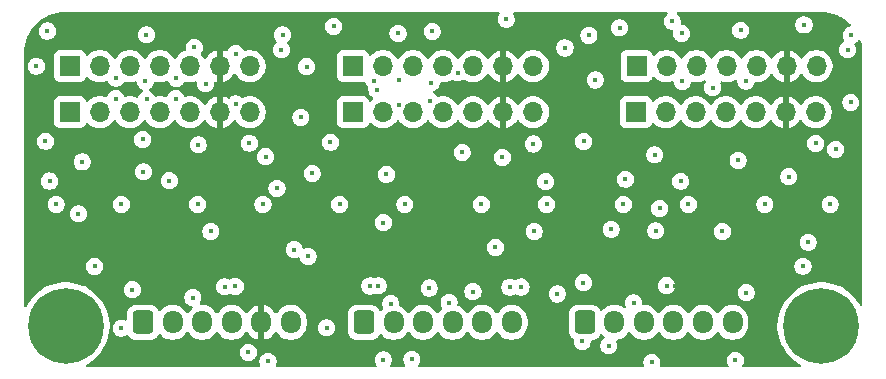
<source format=gbr>
%TF.GenerationSoftware,KiCad,Pcbnew,9.0.0*%
%TF.CreationDate,2025-03-20T15:52:25+01:00*%
%TF.ProjectId,PCB_secondaire,5043425f-7365-4636-9f6e-64616972652e,rev?*%
%TF.SameCoordinates,Original*%
%TF.FileFunction,Copper,L3,Inr*%
%TF.FilePolarity,Positive*%
%FSLAX46Y46*%
G04 Gerber Fmt 4.6, Leading zero omitted, Abs format (unit mm)*
G04 Created by KiCad (PCBNEW 9.0.0) date 2025-03-20 15:52:25*
%MOMM*%
%LPD*%
G01*
G04 APERTURE LIST*
G04 Aperture macros list*
%AMRoundRect*
0 Rectangle with rounded corners*
0 $1 Rounding radius*
0 $2 $3 $4 $5 $6 $7 $8 $9 X,Y pos of 4 corners*
0 Add a 4 corners polygon primitive as box body*
4,1,4,$2,$3,$4,$5,$6,$7,$8,$9,$2,$3,0*
0 Add four circle primitives for the rounded corners*
1,1,$1+$1,$2,$3*
1,1,$1+$1,$4,$5*
1,1,$1+$1,$6,$7*
1,1,$1+$1,$8,$9*
0 Add four rect primitives between the rounded corners*
20,1,$1+$1,$2,$3,$4,$5,0*
20,1,$1+$1,$4,$5,$6,$7,0*
20,1,$1+$1,$6,$7,$8,$9,0*
20,1,$1+$1,$8,$9,$2,$3,0*%
G04 Aperture macros list end*
%TA.AperFunction,ComponentPad*%
%ADD10R,1.700000X1.700000*%
%TD*%
%TA.AperFunction,ComponentPad*%
%ADD11O,1.700000X1.700000*%
%TD*%
%TA.AperFunction,ComponentPad*%
%ADD12C,0.800000*%
%TD*%
%TA.AperFunction,ComponentPad*%
%ADD13C,6.400000*%
%TD*%
%TA.AperFunction,ComponentPad*%
%ADD14RoundRect,0.250000X-0.600000X-0.725000X0.600000X-0.725000X0.600000X0.725000X-0.600000X0.725000X0*%
%TD*%
%TA.AperFunction,ComponentPad*%
%ADD15O,1.700000X1.950000*%
%TD*%
%TA.AperFunction,ViaPad*%
%ADD16C,0.450000*%
%TD*%
G04 APERTURE END LIST*
D10*
%TO.N,/SPI_CS_6*%
%TO.C,J9*%
X146920000Y-133000000D03*
D11*
%TO.N,/SPI_D{slash}C*%
X149460000Y-133000000D03*
%TO.N,/SPI_RES*%
X152000000Y-133000000D03*
%TO.N,/SPI_MOSI*%
X154540000Y-133000000D03*
%TO.N,/SPI_SCK*%
X157080000Y-133000000D03*
%TO.N,+3.3V*%
X159620000Y-133000000D03*
%TO.N,GND*%
X162160000Y-133000000D03*
%TD*%
D12*
%TO.N,GND*%
%TO.C,H101*%
X96260000Y-151100000D03*
X96962944Y-149402944D03*
X96962944Y-152797056D03*
X98660000Y-148700000D03*
D13*
X98660000Y-151100000D03*
D12*
X98660000Y-153500000D03*
X100357056Y-149402944D03*
X100357056Y-152797056D03*
X101060000Y-151100000D03*
%TD*%
%TO.N,GND*%
%TO.C,H102*%
X160210000Y-151100000D03*
X160912944Y-149402944D03*
X160912944Y-152797056D03*
X162610000Y-148700000D03*
D13*
X162610000Y-151100000D03*
D12*
X162610000Y-153500000D03*
X164307056Y-149402944D03*
X164307056Y-152797056D03*
X165010000Y-151100000D03*
%TD*%
D10*
%TO.N,/SPI_CS_4*%
%TO.C,J4*%
X122980000Y-129100000D03*
D11*
%TO.N,/SPI_D{slash}C*%
X125520000Y-129100000D03*
%TO.N,/SPI_RES*%
X128060000Y-129100000D03*
%TO.N,/SPI_MOSI*%
X130600000Y-129100000D03*
%TO.N,/SPI_SCK*%
X133140000Y-129100000D03*
%TO.N,+3.3V*%
X135680000Y-129100000D03*
%TO.N,GND*%
X138220000Y-129100000D03*
%TD*%
D14*
%TO.N,/SPI_D{slash}C*%
%TO.C,J7*%
X105210000Y-150800000D03*
D15*
%TO.N,/SPI_RES*%
X107710000Y-150800000D03*
%TO.N,/SPI_MOSI*%
X110210000Y-150800000D03*
%TO.N,/SPI_SCK*%
X112710000Y-150800000D03*
%TO.N,+3.3V*%
X115210000Y-150800000D03*
%TO.N,GND*%
X117710000Y-150800000D03*
%TD*%
D10*
%TO.N,/SPI_CS_2*%
%TO.C,J3*%
X99000000Y-129100000D03*
D11*
%TO.N,/SPI_D{slash}C*%
X101540000Y-129100000D03*
%TO.N,/SPI_RES*%
X104080000Y-129100000D03*
%TO.N,/SPI_MOSI*%
X106620000Y-129100000D03*
%TO.N,/SPI_SCK*%
X109160000Y-129100000D03*
%TO.N,+3.3V*%
X111700000Y-129100000D03*
%TO.N,GND*%
X114240000Y-129100000D03*
%TD*%
D10*
%TO.N,/SPI_CS_3*%
%TO.C,J6*%
X122980000Y-133000000D03*
D11*
%TO.N,/SPI_D{slash}C*%
X125520000Y-133000000D03*
%TO.N,/SPI_RES*%
X128060000Y-133000000D03*
%TO.N,/SPI_MOSI*%
X130600000Y-133000000D03*
%TO.N,/SPI_SCK*%
X133140000Y-133000000D03*
%TO.N,+3.3V*%
X135680000Y-133000000D03*
%TO.N,GND*%
X138220000Y-133000000D03*
%TD*%
D10*
%TO.N,/SPI_CS_1*%
%TO.C,J1*%
X99000000Y-133000000D03*
D11*
%TO.N,/SPI_D{slash}C*%
X101540000Y-133000000D03*
%TO.N,/SPI_RES*%
X104080000Y-133000000D03*
%TO.N,/SPI_MOSI*%
X106620000Y-133000000D03*
%TO.N,/SPI_SCK*%
X109160000Y-133000000D03*
%TO.N,+3.3V*%
X111700000Y-133000000D03*
%TO.N,GND*%
X114240000Y-133000000D03*
%TD*%
D14*
%TO.N,/SPI_CS_1*%
%TO.C,J8*%
X123910000Y-150800000D03*
D15*
%TO.N,/SPI_CS_2*%
X126410000Y-150800000D03*
%TO.N,/SPI_CS_3*%
X128910000Y-150800000D03*
%TO.N,/SPI_CS_4*%
X131410000Y-150800000D03*
%TO.N,/SPI_CS_5*%
X133910000Y-150800000D03*
%TO.N,/SPI_CS_6*%
X136410000Y-150800000D03*
%TD*%
D14*
%TO.N,BTN_1*%
%TO.C,J2*%
X142610000Y-150800000D03*
D15*
%TO.N,BTN_2*%
X145110000Y-150800000D03*
%TO.N,BTN_3*%
X147610000Y-150800000D03*
%TO.N,BTN_4*%
X150110000Y-150800000D03*
%TO.N,BTN_5*%
X152610000Y-150800000D03*
%TO.N,BTN_6*%
X155110000Y-150800000D03*
%TD*%
D10*
%TO.N,/SPI_CS_5*%
%TO.C,J5*%
X146985000Y-129100000D03*
D11*
%TO.N,/SPI_D{slash}C*%
X149525000Y-129100000D03*
%TO.N,/SPI_RES*%
X152065000Y-129100000D03*
%TO.N,/SPI_MOSI*%
X154605000Y-129100000D03*
%TO.N,/SPI_SCK*%
X157145000Y-129100000D03*
%TO.N,+3.3V*%
X159685000Y-129100000D03*
%TO.N,GND*%
X162225000Y-129100000D03*
%TD*%
D16*
%TO.N,GND*%
X120750000Y-151260000D03*
X149521232Y-147678768D03*
X102880000Y-131850000D03*
X163840000Y-136150000D03*
X156270000Y-148270000D03*
X116540000Y-139450000D03*
X117990000Y-144640000D03*
X101090000Y-146050000D03*
X162150000Y-135640000D03*
X119170000Y-145200000D03*
X155580000Y-137070000D03*
X133130000Y-148190000D03*
X139280000Y-138880000D03*
X96940000Y-135460000D03*
X121840000Y-140800000D03*
X135040000Y-144450000D03*
X105490000Y-126450000D03*
X126870000Y-132370000D03*
X161070000Y-146040000D03*
X115570000Y-136760000D03*
X116920000Y-127710000D03*
X161510000Y-144010000D03*
X96160000Y-129100000D03*
X105160000Y-135310000D03*
X121070000Y-135540000D03*
X139360000Y-140800000D03*
X125100000Y-147700000D03*
X146040000Y-138670000D03*
X109420000Y-148700000D03*
X118560000Y-133430000D03*
X165160000Y-126470000D03*
X142380000Y-152410000D03*
X105380000Y-130370000D03*
X129430000Y-147890000D03*
X109870000Y-135760000D03*
X148270000Y-154190000D03*
X97090000Y-126130000D03*
X125530000Y-153960000D03*
X126180000Y-149210000D03*
X148610000Y-143050000D03*
X97280000Y-138830000D03*
X113060000Y-132300000D03*
X131833768Y-129663768D03*
X115780000Y-154090000D03*
X164850000Y-127710000D03*
X110940000Y-143100000D03*
X113020000Y-147740000D03*
X129680000Y-126160000D03*
X102910000Y-130120000D03*
X154240000Y-143100000D03*
X138310000Y-143100000D03*
X155350000Y-154000000D03*
X110490000Y-130570000D03*
X137200000Y-147800000D03*
X165120000Y-132160000D03*
X148523218Y-136611724D03*
X161160000Y-125610000D03*
X104300000Y-148020000D03*
X109540000Y-127500000D03*
X103370000Y-140800000D03*
X131110000Y-149120000D03*
X143480000Y-130270000D03*
X142510000Y-135480000D03*
X150710000Y-138840000D03*
X99720000Y-141610000D03*
X103350000Y-151280000D03*
X119520000Y-138170000D03*
X142950000Y-126490000D03*
X151370000Y-140800000D03*
X142490000Y-147430000D03*
X135620000Y-136820000D03*
X153430000Y-130910000D03*
X109820000Y-140800000D03*
X126790000Y-126330000D03*
X125810000Y-138270000D03*
X146740000Y-149140000D03*
X119040000Y-129150000D03*
X129590000Y-130510000D03*
X115350000Y-140800000D03*
X157850000Y-140800000D03*
X117010000Y-126460000D03*
X129470000Y-132060000D03*
X144640000Y-152770000D03*
X144830000Y-142910000D03*
X105230000Y-138050000D03*
X124785000Y-130391168D03*
X163370000Y-140800000D03*
X125540000Y-142340000D03*
X159870000Y-138460000D03*
X107970000Y-131840000D03*
X150850000Y-130400000D03*
X108020000Y-130130000D03*
X133840000Y-140800000D03*
X140920000Y-127560000D03*
X105500000Y-131920000D03*
X138250000Y-135690000D03*
X155790000Y-126060000D03*
X145860000Y-140800000D03*
X126870000Y-130290000D03*
X150795000Y-126330000D03*
X113040000Y-128040000D03*
X148940000Y-141150000D03*
X127360000Y-140800000D03*
X132220000Y-136400000D03*
X135950000Y-125130000D03*
X100040000Y-137210000D03*
X97840000Y-140800000D03*
X114200000Y-135620000D03*
X156240000Y-130360000D03*
%TO.N,BTN_2*%
X114110000Y-153330000D03*
X112110000Y-147780000D03*
%TO.N,BTN_3*%
X127960000Y-153930000D03*
X124420000Y-147710000D03*
%TO.N,BTN_4*%
X136260000Y-147810000D03*
X140267232Y-148387232D03*
%TO.N,+3.3V*%
X138200000Y-147800000D03*
X114020000Y-147750000D03*
X126000000Y-147700000D03*
X150200000Y-147700000D03*
X102110000Y-147750000D03*
X162700000Y-147000000D03*
%TO.N,/SPI_CS_1*%
X107425000Y-138800000D03*
%TO.N,/SPI_SCK*%
X150000000Y-125300000D03*
X124995000Y-131090000D03*
%TO.N,/SPI_RES*%
X145541268Y-125858732D03*
X121338768Y-125725000D03*
%TD*%
%TA.AperFunction,Conductor*%
%TO.N,+3.3V*%
G36*
X135333119Y-124520185D02*
G01*
X135378874Y-124572989D01*
X135388818Y-124642147D01*
X135369182Y-124693391D01*
X135307074Y-124786340D01*
X135307069Y-124786349D01*
X135252381Y-124918379D01*
X135252379Y-124918385D01*
X135224500Y-125058542D01*
X135224500Y-125058545D01*
X135224500Y-125201455D01*
X135224500Y-125201457D01*
X135224499Y-125201457D01*
X135252379Y-125341614D01*
X135252381Y-125341620D01*
X135307069Y-125473650D01*
X135307074Y-125473659D01*
X135386467Y-125592478D01*
X135386470Y-125592482D01*
X135487517Y-125693529D01*
X135487521Y-125693532D01*
X135606340Y-125772925D01*
X135606346Y-125772928D01*
X135606347Y-125772929D01*
X135738380Y-125827619D01*
X135738384Y-125827619D01*
X135738385Y-125827620D01*
X135878542Y-125855500D01*
X135878545Y-125855500D01*
X136021457Y-125855500D01*
X136115751Y-125836742D01*
X136161620Y-125827619D01*
X136293653Y-125772929D01*
X136412479Y-125693532D01*
X136513532Y-125592479D01*
X136592929Y-125473653D01*
X136647619Y-125341620D01*
X136664320Y-125257659D01*
X136675500Y-125201457D01*
X136675500Y-125058542D01*
X136647620Y-124918385D01*
X136647619Y-124918384D01*
X136647619Y-124918380D01*
X136592929Y-124786347D01*
X136592928Y-124786346D01*
X136592925Y-124786340D01*
X136530818Y-124693391D01*
X136509940Y-124626714D01*
X136528424Y-124559333D01*
X136580403Y-124512643D01*
X136633920Y-124500500D01*
X149481898Y-124500500D01*
X149548937Y-124520185D01*
X149594692Y-124572989D01*
X149604636Y-124642147D01*
X149575611Y-124705703D01*
X149550790Y-124727602D01*
X149537517Y-124736470D01*
X149436470Y-124837517D01*
X149436467Y-124837521D01*
X149357074Y-124956340D01*
X149357069Y-124956349D01*
X149302381Y-125088379D01*
X149302379Y-125088385D01*
X149274500Y-125228542D01*
X149274500Y-125228545D01*
X149274500Y-125371455D01*
X149274500Y-125371457D01*
X149274499Y-125371457D01*
X149302379Y-125511614D01*
X149302381Y-125511620D01*
X149357069Y-125643650D01*
X149357074Y-125643659D01*
X149436467Y-125762478D01*
X149436470Y-125762482D01*
X149537517Y-125863529D01*
X149537521Y-125863532D01*
X149656340Y-125942925D01*
X149656346Y-125942928D01*
X149656347Y-125942929D01*
X149788380Y-125997619D01*
X149788384Y-125997619D01*
X149788385Y-125997620D01*
X149928542Y-126025500D01*
X149964761Y-126025500D01*
X150031800Y-126045185D01*
X150077555Y-126097989D01*
X150087499Y-126167147D01*
X150086378Y-126173691D01*
X150069500Y-126258540D01*
X150069500Y-126258545D01*
X150069500Y-126401455D01*
X150069500Y-126401457D01*
X150069499Y-126401457D01*
X150097379Y-126541614D01*
X150097381Y-126541620D01*
X150152069Y-126673650D01*
X150152074Y-126673659D01*
X150231467Y-126792478D01*
X150231470Y-126792482D01*
X150332517Y-126893529D01*
X150332521Y-126893532D01*
X150451340Y-126972925D01*
X150451349Y-126972930D01*
X150478434Y-126984149D01*
X150583380Y-127027619D01*
X150583384Y-127027619D01*
X150583385Y-127027620D01*
X150723542Y-127055500D01*
X150723545Y-127055500D01*
X150866457Y-127055500D01*
X150960751Y-127036742D01*
X151006620Y-127027619D01*
X151138653Y-126972929D01*
X151257479Y-126893532D01*
X151358532Y-126792479D01*
X151437929Y-126673653D01*
X151492619Y-126541620D01*
X151516290Y-126422619D01*
X151520500Y-126401457D01*
X151520500Y-126258542D01*
X151495220Y-126131457D01*
X155064499Y-126131457D01*
X155092379Y-126271614D01*
X155092381Y-126271620D01*
X155147069Y-126403650D01*
X155147074Y-126403659D01*
X155226467Y-126522478D01*
X155226470Y-126522482D01*
X155327517Y-126623529D01*
X155327521Y-126623532D01*
X155446340Y-126702925D01*
X155446349Y-126702930D01*
X155476258Y-126715318D01*
X155578380Y-126757619D01*
X155578384Y-126757619D01*
X155578385Y-126757620D01*
X155718542Y-126785500D01*
X155718545Y-126785500D01*
X155861457Y-126785500D01*
X155955751Y-126766742D01*
X156001620Y-126757619D01*
X156133653Y-126702929D01*
X156252479Y-126623532D01*
X156353532Y-126522479D01*
X156432929Y-126403653D01*
X156487619Y-126271620D01*
X156501576Y-126201455D01*
X156515500Y-126131457D01*
X156515500Y-125988542D01*
X156487620Y-125848385D01*
X156487619Y-125848384D01*
X156487619Y-125848380D01*
X156432929Y-125716347D01*
X156432928Y-125716346D01*
X156432925Y-125716340D01*
X156409617Y-125681457D01*
X160434499Y-125681457D01*
X160462379Y-125821614D01*
X160462381Y-125821620D01*
X160517069Y-125953650D01*
X160517074Y-125953659D01*
X160596467Y-126072478D01*
X160596470Y-126072482D01*
X160697517Y-126173529D01*
X160697521Y-126173532D01*
X160816340Y-126252925D01*
X160816346Y-126252928D01*
X160816347Y-126252929D01*
X160948380Y-126307619D01*
X160948384Y-126307619D01*
X160948385Y-126307620D01*
X161088542Y-126335500D01*
X161088545Y-126335500D01*
X161231457Y-126335500D01*
X161325751Y-126316742D01*
X161371620Y-126307619D01*
X161503653Y-126252929D01*
X161622479Y-126173532D01*
X161723532Y-126072479D01*
X161802929Y-125953653D01*
X161857619Y-125821620D01*
X161868981Y-125764500D01*
X161885500Y-125681457D01*
X161885500Y-125538542D01*
X161857620Y-125398385D01*
X161857619Y-125398384D01*
X161857619Y-125398380D01*
X161802929Y-125266347D01*
X161802928Y-125266346D01*
X161802925Y-125266340D01*
X161723532Y-125147521D01*
X161723529Y-125147517D01*
X161622482Y-125046470D01*
X161622478Y-125046467D01*
X161503659Y-124967074D01*
X161503650Y-124967069D01*
X161371620Y-124912381D01*
X161371614Y-124912379D01*
X161231457Y-124884500D01*
X161231455Y-124884500D01*
X161088545Y-124884500D01*
X161088543Y-124884500D01*
X160948385Y-124912379D01*
X160948379Y-124912381D01*
X160816349Y-124967069D01*
X160816340Y-124967074D01*
X160697521Y-125046467D01*
X160697517Y-125046470D01*
X160596470Y-125147517D01*
X160596467Y-125147521D01*
X160517074Y-125266340D01*
X160517069Y-125266349D01*
X160462381Y-125398379D01*
X160462379Y-125398385D01*
X160434500Y-125538542D01*
X160434500Y-125538545D01*
X160434500Y-125681455D01*
X160434500Y-125681457D01*
X160434499Y-125681457D01*
X156409617Y-125681457D01*
X156356087Y-125601344D01*
X156353531Y-125597519D01*
X156252482Y-125496470D01*
X156252478Y-125496467D01*
X156133659Y-125417074D01*
X156133650Y-125417069D01*
X156001620Y-125362381D01*
X156001614Y-125362379D01*
X155861457Y-125334500D01*
X155861455Y-125334500D01*
X155718545Y-125334500D01*
X155718543Y-125334500D01*
X155578385Y-125362379D01*
X155578379Y-125362381D01*
X155446349Y-125417069D01*
X155446340Y-125417074D01*
X155327521Y-125496467D01*
X155327517Y-125496470D01*
X155226470Y-125597517D01*
X155226467Y-125597521D01*
X155147074Y-125716340D01*
X155147069Y-125716349D01*
X155092381Y-125848379D01*
X155092379Y-125848385D01*
X155064500Y-125988542D01*
X155064500Y-125988545D01*
X155064500Y-126131455D01*
X155064500Y-126131457D01*
X155064499Y-126131457D01*
X151495220Y-126131457D01*
X151492620Y-126118385D01*
X151492619Y-126118384D01*
X151492619Y-126118380D01*
X151480260Y-126088542D01*
X151455972Y-126029905D01*
X151438415Y-125987521D01*
X151437929Y-125986347D01*
X151437927Y-125986344D01*
X151437925Y-125986340D01*
X151358532Y-125867521D01*
X151358529Y-125867517D01*
X151257482Y-125766470D01*
X151257478Y-125766467D01*
X151138659Y-125687074D01*
X151138650Y-125687069D01*
X151006620Y-125632381D01*
X151006614Y-125632379D01*
X150866457Y-125604500D01*
X150866455Y-125604500D01*
X150830239Y-125604500D01*
X150763200Y-125584815D01*
X150717445Y-125532011D01*
X150707501Y-125462853D01*
X150708622Y-125456309D01*
X150725499Y-125371459D01*
X150725500Y-125371457D01*
X150725500Y-125228542D01*
X150697620Y-125088385D01*
X150697619Y-125088384D01*
X150697619Y-125088380D01*
X150642929Y-124956347D01*
X150642928Y-124956346D01*
X150642925Y-124956340D01*
X150563532Y-124837521D01*
X150563529Y-124837517D01*
X150462482Y-124736470D01*
X150449210Y-124727602D01*
X150404406Y-124673989D01*
X150395699Y-124604664D01*
X150425854Y-124541637D01*
X150485298Y-124504918D01*
X150518102Y-124500500D01*
X162534108Y-124500500D01*
X162596949Y-124500500D01*
X162603032Y-124500648D01*
X162936929Y-124517052D01*
X162949037Y-124518245D01*
X162962116Y-124520185D01*
X163276699Y-124566849D01*
X163288617Y-124569219D01*
X163609951Y-124649709D01*
X163621588Y-124653240D01*
X163661501Y-124667521D01*
X163933467Y-124764832D01*
X163944688Y-124769479D01*
X164244163Y-124911120D01*
X164254871Y-124916844D01*
X164538988Y-125087137D01*
X164549103Y-125093895D01*
X164781618Y-125266340D01*
X164815170Y-125291224D01*
X164824576Y-125298944D01*
X165070013Y-125521395D01*
X165078603Y-125529985D01*
X165097853Y-125551224D01*
X165128287Y-125614117D01*
X165119887Y-125683480D01*
X165075321Y-125737290D01*
X165030165Y-125756112D01*
X164948385Y-125772379D01*
X164948379Y-125772381D01*
X164816349Y-125827069D01*
X164816340Y-125827074D01*
X164697521Y-125906467D01*
X164697517Y-125906470D01*
X164596470Y-126007517D01*
X164596467Y-126007521D01*
X164517074Y-126126340D01*
X164517069Y-126126349D01*
X164462381Y-126258379D01*
X164462379Y-126258385D01*
X164434500Y-126398542D01*
X164434500Y-126398545D01*
X164434500Y-126541455D01*
X164434500Y-126541457D01*
X164434499Y-126541457D01*
X164462379Y-126681614D01*
X164462381Y-126681620D01*
X164517069Y-126813650D01*
X164517074Y-126813659D01*
X164563424Y-126883026D01*
X164584302Y-126949704D01*
X164565817Y-127017084D01*
X164513839Y-127063774D01*
X164507793Y-127066471D01*
X164506354Y-127067066D01*
X164506340Y-127067074D01*
X164387521Y-127146467D01*
X164387517Y-127146470D01*
X164286470Y-127247517D01*
X164286467Y-127247521D01*
X164207074Y-127366340D01*
X164207069Y-127366349D01*
X164152381Y-127498379D01*
X164152379Y-127498385D01*
X164124500Y-127638542D01*
X164124500Y-127638545D01*
X164124500Y-127781455D01*
X164124500Y-127781457D01*
X164124499Y-127781457D01*
X164152379Y-127921614D01*
X164152381Y-127921620D01*
X164207069Y-128053650D01*
X164207074Y-128053659D01*
X164286467Y-128172478D01*
X164286470Y-128172482D01*
X164387517Y-128273529D01*
X164387521Y-128273532D01*
X164506340Y-128352925D01*
X164506346Y-128352928D01*
X164506347Y-128352929D01*
X164638380Y-128407619D01*
X164638384Y-128407619D01*
X164638385Y-128407620D01*
X164778542Y-128435500D01*
X164778545Y-128435500D01*
X164921457Y-128435500D01*
X165015751Y-128416742D01*
X165061620Y-128407619D01*
X165193653Y-128352929D01*
X165312479Y-128273532D01*
X165413532Y-128172479D01*
X165492929Y-128053653D01*
X165547619Y-127921620D01*
X165562175Y-127848443D01*
X165575500Y-127781457D01*
X165575500Y-127638542D01*
X165547620Y-127498385D01*
X165547619Y-127498384D01*
X165547619Y-127498380D01*
X165492929Y-127366347D01*
X165492928Y-127366346D01*
X165492925Y-127366340D01*
X165446575Y-127296972D01*
X165425697Y-127230294D01*
X165444182Y-127162914D01*
X165496161Y-127116224D01*
X165502230Y-127113518D01*
X165503653Y-127112929D01*
X165622479Y-127033532D01*
X165723532Y-126932479D01*
X165723534Y-126932475D01*
X165727396Y-126927771D01*
X165729168Y-126929225D01*
X165731457Y-126927311D01*
X165737949Y-126915793D01*
X165757739Y-126905328D01*
X165774911Y-126890966D01*
X165788027Y-126889313D01*
X165799716Y-126883133D01*
X165822023Y-126885029D01*
X165844233Y-126882231D01*
X165856161Y-126887932D01*
X165869334Y-126889052D01*
X165887073Y-126902706D01*
X165907272Y-126912360D01*
X165915467Y-126924560D01*
X165924702Y-126931669D01*
X165941199Y-126962870D01*
X165946760Y-126978413D01*
X165950292Y-126990055D01*
X166030777Y-127311369D01*
X166033151Y-127323305D01*
X166081754Y-127650962D01*
X166082947Y-127663071D01*
X166099351Y-127996969D01*
X166099499Y-128002643D01*
X166099500Y-128002945D01*
X166099500Y-128065892D01*
X166099711Y-128066680D01*
X166099740Y-128075434D01*
X166099739Y-128075436D01*
X166099740Y-128075445D01*
X166102815Y-129028542D01*
X166109496Y-131099768D01*
X166109499Y-131100455D01*
X166109500Y-131100855D01*
X166109500Y-149301991D01*
X166089815Y-149369030D01*
X166037011Y-149414785D01*
X165967853Y-149424729D01*
X165904297Y-149395704D01*
X165876142Y-149360444D01*
X165787859Y-149195279D01*
X165787858Y-149195277D01*
X165787853Y-149195268D01*
X165585854Y-148892956D01*
X165355197Y-148611899D01*
X165355196Y-148611898D01*
X165355192Y-148611893D01*
X165098106Y-148354807D01*
X164817049Y-148124150D01*
X164817048Y-148124149D01*
X164817044Y-148124146D01*
X164514732Y-147922147D01*
X164514727Y-147922144D01*
X164514720Y-147922140D01*
X164194083Y-147750756D01*
X164194078Y-147750754D01*
X164178511Y-147744306D01*
X164019352Y-147678380D01*
X163858165Y-147611614D01*
X163510223Y-147506067D01*
X163510212Y-147506064D01*
X163153630Y-147435137D01*
X162881111Y-147408296D01*
X162791794Y-147399500D01*
X162428206Y-147399500D01*
X162345679Y-147407628D01*
X162066369Y-147435137D01*
X161709787Y-147506064D01*
X161709776Y-147506067D01*
X161361834Y-147611614D01*
X161025921Y-147750754D01*
X161025916Y-147750756D01*
X160705279Y-147922140D01*
X160705261Y-147922151D01*
X160402964Y-148124140D01*
X160402950Y-148124150D01*
X160121893Y-148354807D01*
X159864807Y-148611893D01*
X159634150Y-148892950D01*
X159634140Y-148892964D01*
X159432151Y-149195261D01*
X159432140Y-149195279D01*
X159260756Y-149515916D01*
X159260754Y-149515921D01*
X159121614Y-149851834D01*
X159016067Y-150199776D01*
X159016064Y-150199787D01*
X158945137Y-150556369D01*
X158924738Y-150763489D01*
X158909500Y-150918206D01*
X158909500Y-151281794D01*
X158916361Y-151351455D01*
X158945137Y-151643630D01*
X159016064Y-152000212D01*
X159016067Y-152000223D01*
X159121614Y-152348165D01*
X159208688Y-152558379D01*
X159239339Y-152632379D01*
X159260754Y-152684078D01*
X159260756Y-152684083D01*
X159432140Y-153004720D01*
X159432151Y-153004738D01*
X159634140Y-153307035D01*
X159634150Y-153307049D01*
X159864807Y-153588106D01*
X160121893Y-153845192D01*
X160121898Y-153845196D01*
X160121899Y-153845197D01*
X160402956Y-154075854D01*
X160705268Y-154277853D01*
X160705277Y-154277858D01*
X160705279Y-154277859D01*
X160870445Y-154366142D01*
X160920289Y-154415104D01*
X160935750Y-154483242D01*
X160911918Y-154548921D01*
X160856361Y-154591290D01*
X160811992Y-154599500D01*
X156053966Y-154599500D01*
X155986927Y-154579815D01*
X155941172Y-154527011D01*
X155931228Y-154457853D01*
X155950864Y-154406609D01*
X155992925Y-154343659D01*
X155992925Y-154343658D01*
X155992929Y-154343653D01*
X156047619Y-154211620D01*
X156075500Y-154071455D01*
X156075500Y-153928545D01*
X156075500Y-153928542D01*
X156047620Y-153788385D01*
X156047619Y-153788384D01*
X156047619Y-153788380D01*
X155992929Y-153656347D01*
X155992928Y-153656346D01*
X155992925Y-153656340D01*
X155913532Y-153537521D01*
X155913529Y-153537517D01*
X155812482Y-153436470D01*
X155812478Y-153436467D01*
X155693659Y-153357074D01*
X155693650Y-153357069D01*
X155561620Y-153302381D01*
X155561614Y-153302379D01*
X155421457Y-153274500D01*
X155421455Y-153274500D01*
X155278545Y-153274500D01*
X155278543Y-153274500D01*
X155138385Y-153302379D01*
X155138379Y-153302381D01*
X155006349Y-153357069D01*
X155006340Y-153357074D01*
X154887521Y-153436467D01*
X154887517Y-153436470D01*
X154786470Y-153537517D01*
X154786467Y-153537521D01*
X154707074Y-153656340D01*
X154707069Y-153656349D01*
X154652381Y-153788379D01*
X154652379Y-153788385D01*
X154624500Y-153928542D01*
X154624500Y-153928545D01*
X154624500Y-154071455D01*
X154624500Y-154071457D01*
X154624499Y-154071457D01*
X154652379Y-154211614D01*
X154652381Y-154211620D01*
X154707069Y-154343650D01*
X154707074Y-154343659D01*
X154749136Y-154406609D01*
X154770014Y-154473287D01*
X154751529Y-154540667D01*
X154699550Y-154587357D01*
X154646034Y-154599500D01*
X149071233Y-154599500D01*
X149004194Y-154579815D01*
X148958439Y-154527011D01*
X148948495Y-154457853D01*
X148956670Y-154428052D01*
X148967619Y-154401620D01*
X148992237Y-154277859D01*
X148995500Y-154261457D01*
X148995500Y-154118542D01*
X148967620Y-153978385D01*
X148967619Y-153978384D01*
X148967619Y-153978380D01*
X148912929Y-153846347D01*
X148912928Y-153846346D01*
X148912925Y-153846340D01*
X148833532Y-153727521D01*
X148833529Y-153727517D01*
X148732482Y-153626470D01*
X148732478Y-153626467D01*
X148613659Y-153547074D01*
X148613650Y-153547069D01*
X148481620Y-153492381D01*
X148481614Y-153492379D01*
X148341457Y-153464500D01*
X148341455Y-153464500D01*
X148198545Y-153464500D01*
X148198543Y-153464500D01*
X148058385Y-153492379D01*
X148058379Y-153492381D01*
X147926349Y-153547069D01*
X147926340Y-153547074D01*
X147807521Y-153626467D01*
X147807517Y-153626470D01*
X147706470Y-153727517D01*
X147706467Y-153727521D01*
X147627074Y-153846340D01*
X147627069Y-153846349D01*
X147572381Y-153978379D01*
X147572379Y-153978385D01*
X147544500Y-154118542D01*
X147544500Y-154118545D01*
X147544500Y-154261455D01*
X147544500Y-154261457D01*
X147544499Y-154261457D01*
X147572379Y-154401614D01*
X147572380Y-154401616D01*
X147572381Y-154401620D01*
X147583328Y-154428049D01*
X147590797Y-154497515D01*
X147559523Y-154559995D01*
X147499434Y-154595648D01*
X147468767Y-154599500D01*
X128615811Y-154599500D01*
X128548772Y-154579815D01*
X128503017Y-154527011D01*
X128493073Y-154457853D01*
X128519955Y-154396838D01*
X128523528Y-154392482D01*
X128523532Y-154392479D01*
X128602929Y-154273653D01*
X128657619Y-154141620D01*
X128679533Y-154031455D01*
X128685500Y-154001457D01*
X128685500Y-153858542D01*
X128657620Y-153718385D01*
X128657619Y-153718384D01*
X128657619Y-153718380D01*
X128602929Y-153586347D01*
X128602928Y-153586346D01*
X128602925Y-153586340D01*
X128523532Y-153467521D01*
X128523529Y-153467517D01*
X128422482Y-153366470D01*
X128422478Y-153366467D01*
X128303659Y-153287074D01*
X128303650Y-153287069D01*
X128171620Y-153232381D01*
X128171614Y-153232379D01*
X128031457Y-153204500D01*
X128031455Y-153204500D01*
X127888545Y-153204500D01*
X127888543Y-153204500D01*
X127748385Y-153232379D01*
X127748379Y-153232381D01*
X127616349Y-153287069D01*
X127616340Y-153287074D01*
X127497521Y-153366467D01*
X127497517Y-153366470D01*
X127396470Y-153467517D01*
X127396467Y-153467521D01*
X127317074Y-153586340D01*
X127317069Y-153586349D01*
X127262381Y-153718379D01*
X127262379Y-153718385D01*
X127234500Y-153858542D01*
X127234500Y-153858545D01*
X127234500Y-154001455D01*
X127234500Y-154001457D01*
X127234499Y-154001457D01*
X127262379Y-154141614D01*
X127262381Y-154141620D01*
X127317069Y-154273650D01*
X127317074Y-154273659D01*
X127396466Y-154392477D01*
X127400045Y-154396838D01*
X127427356Y-154461149D01*
X127415562Y-154530016D01*
X127368409Y-154581575D01*
X127304189Y-154599500D01*
X126207238Y-154599500D01*
X126140199Y-154579815D01*
X126094444Y-154527011D01*
X126084500Y-154457853D01*
X126104136Y-154406609D01*
X126172925Y-154303659D01*
X126172925Y-154303658D01*
X126172929Y-154303653D01*
X126227619Y-154171620D01*
X126238177Y-154118542D01*
X126255500Y-154031457D01*
X126255500Y-153888542D01*
X126227620Y-153748385D01*
X126227619Y-153748384D01*
X126227619Y-153748380D01*
X126185318Y-153646258D01*
X126172930Y-153616349D01*
X126172925Y-153616340D01*
X126093532Y-153497521D01*
X126093529Y-153497517D01*
X125992482Y-153396470D01*
X125992478Y-153396467D01*
X125873659Y-153317074D01*
X125873650Y-153317069D01*
X125741620Y-153262381D01*
X125741614Y-153262379D01*
X125601457Y-153234500D01*
X125601455Y-153234500D01*
X125458545Y-153234500D01*
X125458543Y-153234500D01*
X125318385Y-153262379D01*
X125318379Y-153262381D01*
X125186349Y-153317069D01*
X125186340Y-153317074D01*
X125067521Y-153396467D01*
X125067517Y-153396470D01*
X124966470Y-153497517D01*
X124966467Y-153497521D01*
X124887074Y-153616340D01*
X124887069Y-153616349D01*
X124832381Y-153748379D01*
X124832379Y-153748385D01*
X124804500Y-153888542D01*
X124804500Y-153888545D01*
X124804500Y-154031455D01*
X124804500Y-154031457D01*
X124804499Y-154031457D01*
X124832379Y-154171614D01*
X124832381Y-154171620D01*
X124887069Y-154303650D01*
X124887074Y-154303659D01*
X124955864Y-154406609D01*
X124976742Y-154473286D01*
X124958258Y-154540666D01*
X124906279Y-154587357D01*
X124852762Y-154599500D01*
X116539812Y-154599500D01*
X116472773Y-154579815D01*
X116427018Y-154527011D01*
X116417074Y-154457853D01*
X116425251Y-154428047D01*
X116477619Y-154301620D01*
X116486742Y-154255751D01*
X116505500Y-154161457D01*
X116505500Y-154018542D01*
X116477620Y-153878385D01*
X116477619Y-153878384D01*
X116477619Y-153878380D01*
X116422929Y-153746347D01*
X116422928Y-153746346D01*
X116422925Y-153746340D01*
X116343532Y-153627521D01*
X116343529Y-153627517D01*
X116242482Y-153526470D01*
X116242478Y-153526467D01*
X116123659Y-153447074D01*
X116123650Y-153447069D01*
X115991620Y-153392381D01*
X115991614Y-153392379D01*
X115851457Y-153364500D01*
X115851455Y-153364500D01*
X115708545Y-153364500D01*
X115708543Y-153364500D01*
X115568385Y-153392379D01*
X115568379Y-153392381D01*
X115436349Y-153447069D01*
X115436340Y-153447074D01*
X115317521Y-153526467D01*
X115317517Y-153526470D01*
X115216470Y-153627517D01*
X115216467Y-153627521D01*
X115137074Y-153746340D01*
X115137069Y-153746349D01*
X115082381Y-153878379D01*
X115082379Y-153878385D01*
X115054500Y-154018542D01*
X115054500Y-154018545D01*
X115054500Y-154161455D01*
X115054500Y-154161457D01*
X115054499Y-154161457D01*
X115082379Y-154301614D01*
X115082381Y-154301620D01*
X115134748Y-154428046D01*
X115134749Y-154428047D01*
X115142218Y-154497517D01*
X115110943Y-154559996D01*
X115050854Y-154595648D01*
X115020188Y-154599500D01*
X100458008Y-154599500D01*
X100390969Y-154579815D01*
X100345214Y-154527011D01*
X100335270Y-154457853D01*
X100364295Y-154394297D01*
X100399555Y-154366142D01*
X100516452Y-154303659D01*
X100564732Y-154277853D01*
X100867044Y-154075854D01*
X101148101Y-153845197D01*
X101405197Y-153588101D01*
X101558371Y-153401457D01*
X113384499Y-153401457D01*
X113412379Y-153541614D01*
X113412381Y-153541620D01*
X113467069Y-153673650D01*
X113467074Y-153673659D01*
X113546467Y-153792478D01*
X113546470Y-153792482D01*
X113647517Y-153893529D01*
X113647521Y-153893532D01*
X113766340Y-153972925D01*
X113766346Y-153972928D01*
X113766347Y-153972929D01*
X113898380Y-154027619D01*
X113898384Y-154027619D01*
X113898385Y-154027620D01*
X114038542Y-154055500D01*
X114038545Y-154055500D01*
X114181457Y-154055500D01*
X114302335Y-154031455D01*
X114321620Y-154027619D01*
X114453653Y-153972929D01*
X114572479Y-153893532D01*
X114673532Y-153792479D01*
X114752929Y-153673653D01*
X114807619Y-153541620D01*
X114822339Y-153467618D01*
X114835500Y-153401457D01*
X114835500Y-153258542D01*
X114807620Y-153118385D01*
X114807619Y-153118384D01*
X114807619Y-153118380D01*
X114752929Y-152986347D01*
X114752928Y-152986346D01*
X114752925Y-152986340D01*
X114673532Y-152867521D01*
X114673529Y-152867517D01*
X114572482Y-152766470D01*
X114572478Y-152766467D01*
X114453659Y-152687074D01*
X114453650Y-152687069D01*
X114321620Y-152632381D01*
X114321614Y-152632379D01*
X114181457Y-152604500D01*
X114181455Y-152604500D01*
X114038545Y-152604500D01*
X114038543Y-152604500D01*
X113898385Y-152632379D01*
X113898379Y-152632381D01*
X113766349Y-152687069D01*
X113766340Y-152687074D01*
X113647521Y-152766467D01*
X113647517Y-152766470D01*
X113546470Y-152867517D01*
X113546467Y-152867521D01*
X113467074Y-152986340D01*
X113467069Y-152986349D01*
X113412381Y-153118379D01*
X113412379Y-153118385D01*
X113384500Y-153258542D01*
X113384500Y-153258545D01*
X113384500Y-153401455D01*
X113384500Y-153401457D01*
X113384499Y-153401457D01*
X101558371Y-153401457D01*
X101635854Y-153307044D01*
X101837853Y-153004732D01*
X102009247Y-152684076D01*
X102148386Y-152348164D01*
X102253930Y-152000233D01*
X102253932Y-152000223D01*
X102253935Y-152000212D01*
X102324862Y-151643630D01*
X102328799Y-151603659D01*
X102353639Y-151351457D01*
X102624499Y-151351457D01*
X102652379Y-151491614D01*
X102652381Y-151491620D01*
X102707069Y-151623650D01*
X102707074Y-151623659D01*
X102786467Y-151742478D01*
X102786470Y-151742482D01*
X102887517Y-151843529D01*
X102887521Y-151843532D01*
X103006340Y-151922925D01*
X103006346Y-151922928D01*
X103006347Y-151922929D01*
X103138380Y-151977619D01*
X103138384Y-151977619D01*
X103138385Y-151977620D01*
X103278542Y-152005500D01*
X103278545Y-152005500D01*
X103421457Y-152005500D01*
X103522000Y-151985500D01*
X103561620Y-151977619D01*
X103693653Y-151922929D01*
X103785022Y-151861877D01*
X103851697Y-151841001D01*
X103919077Y-151859485D01*
X103959449Y-151899884D01*
X103961328Y-151902930D01*
X104007395Y-151977618D01*
X104017288Y-151993656D01*
X104141344Y-152117712D01*
X104290666Y-152209814D01*
X104457203Y-152264999D01*
X104559991Y-152275500D01*
X105860008Y-152275499D01*
X105962797Y-152264999D01*
X106129334Y-152209814D01*
X106278656Y-152117712D01*
X106402712Y-151993656D01*
X106494814Y-151844334D01*
X106494814Y-151844331D01*
X106498178Y-151838879D01*
X106550126Y-151792154D01*
X106619088Y-151780931D01*
X106683170Y-151808774D01*
X106691398Y-151816294D01*
X106830213Y-151955109D01*
X107002179Y-152080048D01*
X107002181Y-152080049D01*
X107002184Y-152080051D01*
X107191588Y-152176557D01*
X107393757Y-152242246D01*
X107603713Y-152275500D01*
X107603714Y-152275500D01*
X107816286Y-152275500D01*
X107816287Y-152275500D01*
X108026243Y-152242246D01*
X108228412Y-152176557D01*
X108417816Y-152080051D01*
X108479608Y-152035157D01*
X108589786Y-151955109D01*
X108589788Y-151955106D01*
X108589792Y-151955104D01*
X108740104Y-151804792D01*
X108859683Y-151640204D01*
X108915011Y-151597540D01*
X108984624Y-151591561D01*
X109046420Y-151624166D01*
X109060313Y-151640199D01*
X109168112Y-151788572D01*
X109179896Y-151804792D01*
X109330213Y-151955109D01*
X109502179Y-152080048D01*
X109502181Y-152080049D01*
X109502184Y-152080051D01*
X109691588Y-152176557D01*
X109893757Y-152242246D01*
X110103713Y-152275500D01*
X110103714Y-152275500D01*
X110316286Y-152275500D01*
X110316287Y-152275500D01*
X110526243Y-152242246D01*
X110728412Y-152176557D01*
X110917816Y-152080051D01*
X110979608Y-152035157D01*
X111089786Y-151955109D01*
X111089788Y-151955106D01*
X111089792Y-151955104D01*
X111240104Y-151804792D01*
X111359683Y-151640204D01*
X111415011Y-151597540D01*
X111484624Y-151591561D01*
X111546420Y-151624166D01*
X111560313Y-151640199D01*
X111668112Y-151788572D01*
X111679896Y-151804792D01*
X111830213Y-151955109D01*
X112002179Y-152080048D01*
X112002181Y-152080049D01*
X112002184Y-152080051D01*
X112191588Y-152176557D01*
X112393757Y-152242246D01*
X112603713Y-152275500D01*
X112603714Y-152275500D01*
X112816286Y-152275500D01*
X112816287Y-152275500D01*
X113026243Y-152242246D01*
X113228412Y-152176557D01*
X113417816Y-152080051D01*
X113479608Y-152035157D01*
X113589786Y-151955109D01*
X113589788Y-151955106D01*
X113589792Y-151955104D01*
X113740104Y-151804792D01*
X113859991Y-151639779D01*
X113915320Y-151597115D01*
X113984933Y-151591136D01*
X114046729Y-151623741D01*
X114060627Y-151639781D01*
X114180272Y-151804459D01*
X114180276Y-151804464D01*
X114330535Y-151954723D01*
X114330540Y-151954727D01*
X114502442Y-152079620D01*
X114691782Y-152176095D01*
X114893871Y-152241757D01*
X114960000Y-152252231D01*
X114960000Y-151204145D01*
X115026657Y-151242630D01*
X115147465Y-151275000D01*
X115272535Y-151275000D01*
X115393343Y-151242630D01*
X115460000Y-151204145D01*
X115460000Y-152252230D01*
X115526126Y-152241757D01*
X115526129Y-152241757D01*
X115728217Y-152176095D01*
X115917557Y-152079620D01*
X116089459Y-151954727D01*
X116089464Y-151954723D01*
X116239721Y-151804466D01*
X116359371Y-151639781D01*
X116414701Y-151597115D01*
X116484314Y-151591136D01*
X116546110Y-151623741D01*
X116560008Y-151639781D01*
X116679890Y-151804785D01*
X116679894Y-151804790D01*
X116830213Y-151955109D01*
X117002179Y-152080048D01*
X117002181Y-152080049D01*
X117002184Y-152080051D01*
X117191588Y-152176557D01*
X117393757Y-152242246D01*
X117603713Y-152275500D01*
X117603714Y-152275500D01*
X117816286Y-152275500D01*
X117816287Y-152275500D01*
X118026243Y-152242246D01*
X118228412Y-152176557D01*
X118417816Y-152080051D01*
X118479608Y-152035157D01*
X118589786Y-151955109D01*
X118589788Y-151955106D01*
X118589792Y-151955104D01*
X118740104Y-151804792D01*
X118740106Y-151804788D01*
X118740109Y-151804786D01*
X118865048Y-151632820D01*
X118865047Y-151632820D01*
X118865051Y-151632816D01*
X118961557Y-151443412D01*
X118997934Y-151331457D01*
X120024499Y-151331457D01*
X120052379Y-151471614D01*
X120052381Y-151471620D01*
X120107069Y-151603650D01*
X120107074Y-151603659D01*
X120186467Y-151722478D01*
X120186470Y-151722482D01*
X120287517Y-151823529D01*
X120287521Y-151823532D01*
X120406340Y-151902925D01*
X120406346Y-151902928D01*
X120406347Y-151902929D01*
X120538380Y-151957619D01*
X120538384Y-151957619D01*
X120538385Y-151957620D01*
X120678542Y-151985500D01*
X120678545Y-151985500D01*
X120821457Y-151985500D01*
X120915751Y-151966742D01*
X120961620Y-151957619D01*
X121093653Y-151902929D01*
X121212479Y-151823532D01*
X121313532Y-151722479D01*
X121392929Y-151603653D01*
X121447619Y-151471620D01*
X121456742Y-151425751D01*
X121475500Y-151331457D01*
X121475500Y-151188542D01*
X121447620Y-151048385D01*
X121447619Y-151048384D01*
X121447619Y-151048380D01*
X121392929Y-150916347D01*
X121392928Y-150916346D01*
X121392925Y-150916340D01*
X121313532Y-150797521D01*
X121313529Y-150797517D01*
X121212482Y-150696470D01*
X121212478Y-150696467D01*
X121093659Y-150617074D01*
X121093650Y-150617069D01*
X120961620Y-150562381D01*
X120961614Y-150562379D01*
X120821457Y-150534500D01*
X120821455Y-150534500D01*
X120678545Y-150534500D01*
X120678543Y-150534500D01*
X120538385Y-150562379D01*
X120538379Y-150562381D01*
X120406349Y-150617069D01*
X120406340Y-150617074D01*
X120287521Y-150696467D01*
X120287517Y-150696470D01*
X120186470Y-150797517D01*
X120186467Y-150797521D01*
X120107074Y-150916340D01*
X120107069Y-150916349D01*
X120052381Y-151048379D01*
X120052379Y-151048385D01*
X120024500Y-151188542D01*
X120024500Y-151188545D01*
X120024500Y-151331455D01*
X120024500Y-151331457D01*
X120024499Y-151331457D01*
X118997934Y-151331457D01*
X119027246Y-151241243D01*
X119060500Y-151031287D01*
X119060500Y-150568713D01*
X119027246Y-150358757D01*
X118961557Y-150156588D01*
X118894501Y-150024983D01*
X122559500Y-150024983D01*
X122559500Y-151575001D01*
X122559501Y-151575018D01*
X122570000Y-151677796D01*
X122570001Y-151677799D01*
X122615434Y-151814904D01*
X122625186Y-151844334D01*
X122717288Y-151993656D01*
X122841344Y-152117712D01*
X122990666Y-152209814D01*
X123157203Y-152264999D01*
X123259991Y-152275500D01*
X124560008Y-152275499D01*
X124662797Y-152264999D01*
X124829334Y-152209814D01*
X124978656Y-152117712D01*
X125102712Y-151993656D01*
X125194814Y-151844334D01*
X125194814Y-151844331D01*
X125198178Y-151838879D01*
X125250126Y-151792154D01*
X125319088Y-151780931D01*
X125383170Y-151808774D01*
X125391398Y-151816294D01*
X125530213Y-151955109D01*
X125702179Y-152080048D01*
X125702181Y-152080049D01*
X125702184Y-152080051D01*
X125891588Y-152176557D01*
X126093757Y-152242246D01*
X126303713Y-152275500D01*
X126303714Y-152275500D01*
X126516286Y-152275500D01*
X126516287Y-152275500D01*
X126726243Y-152242246D01*
X126928412Y-152176557D01*
X127117816Y-152080051D01*
X127179608Y-152035157D01*
X127289786Y-151955109D01*
X127289788Y-151955106D01*
X127289792Y-151955104D01*
X127440104Y-151804792D01*
X127559683Y-151640204D01*
X127615011Y-151597540D01*
X127684624Y-151591561D01*
X127746420Y-151624166D01*
X127760313Y-151640199D01*
X127868112Y-151788572D01*
X127879896Y-151804792D01*
X128030213Y-151955109D01*
X128202179Y-152080048D01*
X128202181Y-152080049D01*
X128202184Y-152080051D01*
X128391588Y-152176557D01*
X128593757Y-152242246D01*
X128803713Y-152275500D01*
X128803714Y-152275500D01*
X129016286Y-152275500D01*
X129016287Y-152275500D01*
X129226243Y-152242246D01*
X129428412Y-152176557D01*
X129617816Y-152080051D01*
X129679608Y-152035157D01*
X129789786Y-151955109D01*
X129789788Y-151955106D01*
X129789792Y-151955104D01*
X129940104Y-151804792D01*
X130059683Y-151640204D01*
X130115011Y-151597540D01*
X130184624Y-151591561D01*
X130246420Y-151624166D01*
X130260313Y-151640199D01*
X130368112Y-151788572D01*
X130379896Y-151804792D01*
X130530213Y-151955109D01*
X130702179Y-152080048D01*
X130702181Y-152080049D01*
X130702184Y-152080051D01*
X130891588Y-152176557D01*
X131093757Y-152242246D01*
X131303713Y-152275500D01*
X131303714Y-152275500D01*
X131516286Y-152275500D01*
X131516287Y-152275500D01*
X131726243Y-152242246D01*
X131928412Y-152176557D01*
X132117816Y-152080051D01*
X132179608Y-152035157D01*
X132289786Y-151955109D01*
X132289788Y-151955106D01*
X132289792Y-151955104D01*
X132440104Y-151804792D01*
X132559683Y-151640204D01*
X132615011Y-151597540D01*
X132684624Y-151591561D01*
X132746420Y-151624166D01*
X132760313Y-151640199D01*
X132868112Y-151788572D01*
X132879896Y-151804792D01*
X133030213Y-151955109D01*
X133202179Y-152080048D01*
X133202181Y-152080049D01*
X133202184Y-152080051D01*
X133391588Y-152176557D01*
X133593757Y-152242246D01*
X133803713Y-152275500D01*
X133803714Y-152275500D01*
X134016286Y-152275500D01*
X134016287Y-152275500D01*
X134226243Y-152242246D01*
X134428412Y-152176557D01*
X134617816Y-152080051D01*
X134679608Y-152035157D01*
X134789786Y-151955109D01*
X134789788Y-151955106D01*
X134789792Y-151955104D01*
X134940104Y-151804792D01*
X135059683Y-151640204D01*
X135115011Y-151597540D01*
X135184624Y-151591561D01*
X135246420Y-151624166D01*
X135260313Y-151640199D01*
X135368112Y-151788572D01*
X135379896Y-151804792D01*
X135530213Y-151955109D01*
X135702179Y-152080048D01*
X135702181Y-152080049D01*
X135702184Y-152080051D01*
X135891588Y-152176557D01*
X136093757Y-152242246D01*
X136303713Y-152275500D01*
X136303714Y-152275500D01*
X136516286Y-152275500D01*
X136516287Y-152275500D01*
X136726243Y-152242246D01*
X136928412Y-152176557D01*
X137117816Y-152080051D01*
X137179608Y-152035157D01*
X137289786Y-151955109D01*
X137289788Y-151955106D01*
X137289792Y-151955104D01*
X137440104Y-151804792D01*
X137440106Y-151804788D01*
X137440109Y-151804786D01*
X137565048Y-151632820D01*
X137565047Y-151632820D01*
X137565051Y-151632816D01*
X137661557Y-151443412D01*
X137727246Y-151241243D01*
X137760500Y-151031287D01*
X137760500Y-150568713D01*
X137727246Y-150358757D01*
X137661557Y-150156588D01*
X137594501Y-150024983D01*
X141259500Y-150024983D01*
X141259500Y-151575001D01*
X141259501Y-151575018D01*
X141270000Y-151677796D01*
X141270001Y-151677799D01*
X141315434Y-151814904D01*
X141325186Y-151844334D01*
X141417288Y-151993656D01*
X141541344Y-152117712D01*
X141607932Y-152158783D01*
X141654655Y-152210730D01*
X141665878Y-152279693D01*
X141664452Y-152288511D01*
X141660672Y-152307517D01*
X141654500Y-152338545D01*
X141654500Y-152481455D01*
X141654500Y-152481457D01*
X141654499Y-152481457D01*
X141682379Y-152621614D01*
X141682381Y-152621620D01*
X141737069Y-152753650D01*
X141737074Y-152753659D01*
X141816467Y-152872478D01*
X141816470Y-152872482D01*
X141917517Y-152973529D01*
X141917521Y-152973532D01*
X142036340Y-153052925D01*
X142036346Y-153052928D01*
X142036347Y-153052929D01*
X142168380Y-153107619D01*
X142168384Y-153107619D01*
X142168385Y-153107620D01*
X142308542Y-153135500D01*
X142308545Y-153135500D01*
X142451457Y-153135500D01*
X142561255Y-153113659D01*
X142591620Y-153107619D01*
X142723653Y-153052929D01*
X142842479Y-152973532D01*
X142943532Y-152872479D01*
X143022929Y-152753653D01*
X143077619Y-152621620D01*
X143105500Y-152481455D01*
X143105500Y-152399499D01*
X143125185Y-152332460D01*
X143177989Y-152286705D01*
X143229500Y-152275499D01*
X143260002Y-152275499D01*
X143260008Y-152275499D01*
X143362797Y-152264999D01*
X143529334Y-152209814D01*
X143678656Y-152117712D01*
X143802712Y-151993656D01*
X143894814Y-151844334D01*
X143894814Y-151844331D01*
X143898178Y-151838879D01*
X143914754Y-151823968D01*
X143927830Y-151805908D01*
X143940228Y-151801056D01*
X143950126Y-151792154D01*
X143972132Y-151788572D01*
X143992896Y-151780448D01*
X144005947Y-151783069D01*
X144019088Y-151780931D01*
X144039537Y-151789816D01*
X144061398Y-151794207D01*
X144078323Y-151806668D01*
X144083170Y-151808774D01*
X144089986Y-151814904D01*
X144090685Y-151815581D01*
X144230208Y-151955104D01*
X144248341Y-151968279D01*
X144254638Y-151974377D01*
X144267722Y-151997454D01*
X144283919Y-152018458D01*
X144284684Y-152027371D01*
X144289099Y-152035157D01*
X144287629Y-152061642D01*
X144289900Y-152088071D01*
X144285723Y-152095986D01*
X144285228Y-152104920D01*
X144269674Y-152126404D01*
X144257295Y-152149867D01*
X144245697Y-152159524D01*
X144244256Y-152161515D01*
X144242464Y-152162215D01*
X144237261Y-152166549D01*
X144177523Y-152206465D01*
X144177517Y-152206470D01*
X144076470Y-152307517D01*
X144076467Y-152307521D01*
X143997074Y-152426340D01*
X143997069Y-152426349D01*
X143942381Y-152558379D01*
X143942379Y-152558385D01*
X143914500Y-152698542D01*
X143914500Y-152698545D01*
X143914500Y-152841455D01*
X143914500Y-152841457D01*
X143914499Y-152841457D01*
X143942379Y-152981614D01*
X143942381Y-152981620D01*
X143997069Y-153113650D01*
X143997074Y-153113659D01*
X144076467Y-153232478D01*
X144076470Y-153232482D01*
X144177517Y-153333529D01*
X144177521Y-153333532D01*
X144296340Y-153412925D01*
X144296346Y-153412928D01*
X144296347Y-153412929D01*
X144428380Y-153467619D01*
X144428384Y-153467619D01*
X144428385Y-153467620D01*
X144568542Y-153495500D01*
X144568545Y-153495500D01*
X144711457Y-153495500D01*
X144805751Y-153476742D01*
X144851620Y-153467619D01*
X144983653Y-153412929D01*
X145102479Y-153333532D01*
X145203532Y-153232479D01*
X145282929Y-153113653D01*
X145337619Y-152981620D01*
X145346742Y-152935751D01*
X145365500Y-152841457D01*
X145365500Y-152698542D01*
X145337620Y-152558385D01*
X145337619Y-152558384D01*
X145337619Y-152558380D01*
X145282929Y-152426347D01*
X145280598Y-152420719D01*
X145283124Y-152419672D01*
X145271288Y-152362795D01*
X145296295Y-152297554D01*
X145352604Y-152256189D01*
X145375477Y-152250286D01*
X145426243Y-152242246D01*
X145628412Y-152176557D01*
X145817816Y-152080051D01*
X145879608Y-152035157D01*
X145989786Y-151955109D01*
X145989788Y-151955106D01*
X145989792Y-151955104D01*
X146140104Y-151804792D01*
X146259683Y-151640204D01*
X146315011Y-151597540D01*
X146384624Y-151591561D01*
X146446420Y-151624166D01*
X146460313Y-151640199D01*
X146568112Y-151788572D01*
X146579896Y-151804792D01*
X146730213Y-151955109D01*
X146902179Y-152080048D01*
X146902181Y-152080049D01*
X146902184Y-152080051D01*
X147091588Y-152176557D01*
X147293757Y-152242246D01*
X147503713Y-152275500D01*
X147503714Y-152275500D01*
X147716286Y-152275500D01*
X147716287Y-152275500D01*
X147926243Y-152242246D01*
X148128412Y-152176557D01*
X148317816Y-152080051D01*
X148379608Y-152035157D01*
X148489786Y-151955109D01*
X148489788Y-151955106D01*
X148489792Y-151955104D01*
X148640104Y-151804792D01*
X148759683Y-151640204D01*
X148815011Y-151597540D01*
X148884624Y-151591561D01*
X148946420Y-151624166D01*
X148960313Y-151640199D01*
X149068112Y-151788572D01*
X149079896Y-151804792D01*
X149230213Y-151955109D01*
X149402179Y-152080048D01*
X149402181Y-152080049D01*
X149402184Y-152080051D01*
X149591588Y-152176557D01*
X149793757Y-152242246D01*
X150003713Y-152275500D01*
X150003714Y-152275500D01*
X150216286Y-152275500D01*
X150216287Y-152275500D01*
X150426243Y-152242246D01*
X150628412Y-152176557D01*
X150817816Y-152080051D01*
X150879608Y-152035157D01*
X150989786Y-151955109D01*
X150989788Y-151955106D01*
X150989792Y-151955104D01*
X151140104Y-151804792D01*
X151259683Y-151640204D01*
X151315011Y-151597540D01*
X151384624Y-151591561D01*
X151446420Y-151624166D01*
X151460313Y-151640199D01*
X151568112Y-151788572D01*
X151579896Y-151804792D01*
X151730213Y-151955109D01*
X151902179Y-152080048D01*
X151902181Y-152080049D01*
X151902184Y-152080051D01*
X152091588Y-152176557D01*
X152293757Y-152242246D01*
X152503713Y-152275500D01*
X152503714Y-152275500D01*
X152716286Y-152275500D01*
X152716287Y-152275500D01*
X152926243Y-152242246D01*
X153128412Y-152176557D01*
X153317816Y-152080051D01*
X153379608Y-152035157D01*
X153489786Y-151955109D01*
X153489788Y-151955106D01*
X153489792Y-151955104D01*
X153640104Y-151804792D01*
X153759683Y-151640204D01*
X153815011Y-151597540D01*
X153884624Y-151591561D01*
X153946420Y-151624166D01*
X153960313Y-151640199D01*
X154068112Y-151788572D01*
X154079896Y-151804792D01*
X154230213Y-151955109D01*
X154402179Y-152080048D01*
X154402181Y-152080049D01*
X154402184Y-152080051D01*
X154591588Y-152176557D01*
X154793757Y-152242246D01*
X155003713Y-152275500D01*
X155003714Y-152275500D01*
X155216286Y-152275500D01*
X155216287Y-152275500D01*
X155426243Y-152242246D01*
X155628412Y-152176557D01*
X155817816Y-152080051D01*
X155879608Y-152035157D01*
X155989786Y-151955109D01*
X155989788Y-151955106D01*
X155989792Y-151955104D01*
X156140104Y-151804792D01*
X156140106Y-151804788D01*
X156140109Y-151804786D01*
X156265048Y-151632820D01*
X156265047Y-151632820D01*
X156265051Y-151632816D01*
X156361557Y-151443412D01*
X156427246Y-151241243D01*
X156460500Y-151031287D01*
X156460500Y-150568713D01*
X156427246Y-150358757D01*
X156361557Y-150156588D01*
X156265051Y-149967184D01*
X156265049Y-149967181D01*
X156265048Y-149967179D01*
X156140109Y-149795213D01*
X155989786Y-149644890D01*
X155817820Y-149519951D01*
X155628414Y-149423444D01*
X155628413Y-149423443D01*
X155628412Y-149423443D01*
X155426243Y-149357754D01*
X155426241Y-149357753D01*
X155426240Y-149357753D01*
X155261203Y-149331614D01*
X155216287Y-149324500D01*
X155003713Y-149324500D01*
X154958797Y-149331614D01*
X154793760Y-149357753D01*
X154793757Y-149357754D01*
X154618235Y-149414785D01*
X154591585Y-149423444D01*
X154402179Y-149519951D01*
X154230213Y-149644890D01*
X154079894Y-149795209D01*
X154079890Y-149795214D01*
X153960318Y-149959793D01*
X153904989Y-150002459D01*
X153835375Y-150008438D01*
X153773580Y-149975833D01*
X153759682Y-149959793D01*
X153640109Y-149795214D01*
X153640105Y-149795209D01*
X153489786Y-149644890D01*
X153317820Y-149519951D01*
X153128414Y-149423444D01*
X153128413Y-149423443D01*
X153128412Y-149423443D01*
X152926243Y-149357754D01*
X152926241Y-149357753D01*
X152926240Y-149357753D01*
X152761203Y-149331614D01*
X152716287Y-149324500D01*
X152503713Y-149324500D01*
X152458797Y-149331614D01*
X152293760Y-149357753D01*
X152293757Y-149357754D01*
X152118235Y-149414785D01*
X152091585Y-149423444D01*
X151902179Y-149519951D01*
X151730213Y-149644890D01*
X151579894Y-149795209D01*
X151579890Y-149795214D01*
X151460318Y-149959793D01*
X151404989Y-150002459D01*
X151335375Y-150008438D01*
X151273580Y-149975833D01*
X151259682Y-149959793D01*
X151140109Y-149795214D01*
X151140105Y-149795209D01*
X150989786Y-149644890D01*
X150817820Y-149519951D01*
X150628414Y-149423444D01*
X150628413Y-149423443D01*
X150628412Y-149423443D01*
X150426243Y-149357754D01*
X150426241Y-149357753D01*
X150426240Y-149357753D01*
X150261203Y-149331614D01*
X150216287Y-149324500D01*
X150003713Y-149324500D01*
X149958797Y-149331614D01*
X149793760Y-149357753D01*
X149793757Y-149357754D01*
X149618235Y-149414785D01*
X149591585Y-149423444D01*
X149402179Y-149519951D01*
X149230213Y-149644890D01*
X149079894Y-149795209D01*
X149079890Y-149795214D01*
X148960318Y-149959793D01*
X148904989Y-150002459D01*
X148835375Y-150008438D01*
X148773580Y-149975833D01*
X148759682Y-149959793D01*
X148640109Y-149795214D01*
X148640105Y-149795209D01*
X148489786Y-149644890D01*
X148317820Y-149519951D01*
X148128414Y-149423444D01*
X148128413Y-149423443D01*
X148128412Y-149423443D01*
X147926243Y-149357754D01*
X147926241Y-149357753D01*
X147926240Y-149357753D01*
X147761203Y-149331614D01*
X147716287Y-149324500D01*
X147589500Y-149324500D01*
X147522461Y-149304815D01*
X147476706Y-149252011D01*
X147465500Y-149200500D01*
X147465500Y-149068542D01*
X147437620Y-148928385D01*
X147437619Y-148928384D01*
X147437619Y-148928380D01*
X147382929Y-148796347D01*
X147382928Y-148796346D01*
X147382925Y-148796340D01*
X147303532Y-148677521D01*
X147303529Y-148677517D01*
X147202482Y-148576470D01*
X147202478Y-148576467D01*
X147083659Y-148497074D01*
X147083650Y-148497069D01*
X146951620Y-148442381D01*
X146951614Y-148442379D01*
X146811457Y-148414500D01*
X146811455Y-148414500D01*
X146668545Y-148414500D01*
X146668543Y-148414500D01*
X146528385Y-148442379D01*
X146528379Y-148442381D01*
X146396349Y-148497069D01*
X146396340Y-148497074D01*
X146277521Y-148576467D01*
X146277517Y-148576470D01*
X146176470Y-148677517D01*
X146176467Y-148677521D01*
X146097074Y-148796340D01*
X146097069Y-148796349D01*
X146042381Y-148928379D01*
X146042379Y-148928385D01*
X146014500Y-149068542D01*
X146014500Y-149068545D01*
X146014500Y-149211455D01*
X146014500Y-149211457D01*
X146014499Y-149211457D01*
X146042379Y-149351614D01*
X146042382Y-149351624D01*
X146070541Y-149419606D01*
X146078010Y-149489075D01*
X146046734Y-149551554D01*
X145986645Y-149587206D01*
X145916820Y-149584712D01*
X145883095Y-149567376D01*
X145817819Y-149519951D01*
X145817818Y-149519950D01*
X145817816Y-149519949D01*
X145628412Y-149423443D01*
X145426243Y-149357754D01*
X145426241Y-149357753D01*
X145426240Y-149357753D01*
X145261203Y-149331614D01*
X145216287Y-149324500D01*
X145003713Y-149324500D01*
X144958797Y-149331614D01*
X144793760Y-149357753D01*
X144793757Y-149357754D01*
X144618235Y-149414785D01*
X144591585Y-149423444D01*
X144402179Y-149519951D01*
X144230215Y-149644889D01*
X144091398Y-149783706D01*
X144030075Y-149817190D01*
X143960383Y-149812206D01*
X143904450Y-149770334D01*
X143898178Y-149761120D01*
X143802712Y-149606344D01*
X143678657Y-149482289D01*
X143678656Y-149482288D01*
X143577032Y-149419606D01*
X143529336Y-149390187D01*
X143529331Y-149390185D01*
X143492432Y-149377958D01*
X143362797Y-149335001D01*
X143362795Y-149335000D01*
X143260010Y-149324500D01*
X141959998Y-149324500D01*
X141959981Y-149324501D01*
X141857203Y-149335000D01*
X141857200Y-149335001D01*
X141690668Y-149390185D01*
X141690663Y-149390187D01*
X141541342Y-149482289D01*
X141417289Y-149606342D01*
X141325187Y-149755663D01*
X141325185Y-149755668D01*
X141320325Y-149770334D01*
X141270001Y-149922203D01*
X141270001Y-149922204D01*
X141270000Y-149922204D01*
X141259500Y-150024983D01*
X137594501Y-150024983D01*
X137565051Y-149967184D01*
X137565049Y-149967181D01*
X137565048Y-149967179D01*
X137440109Y-149795213D01*
X137289786Y-149644890D01*
X137117820Y-149519951D01*
X136928414Y-149423444D01*
X136928413Y-149423443D01*
X136928412Y-149423443D01*
X136726243Y-149357754D01*
X136726241Y-149357753D01*
X136726240Y-149357753D01*
X136561203Y-149331614D01*
X136516287Y-149324500D01*
X136303713Y-149324500D01*
X136258797Y-149331614D01*
X136093760Y-149357753D01*
X136093757Y-149357754D01*
X135918235Y-149414785D01*
X135891585Y-149423444D01*
X135702179Y-149519951D01*
X135530213Y-149644890D01*
X135379894Y-149795209D01*
X135379890Y-149795214D01*
X135260318Y-149959793D01*
X135204989Y-150002459D01*
X135135375Y-150008438D01*
X135073580Y-149975833D01*
X135059682Y-149959793D01*
X134940109Y-149795214D01*
X134940105Y-149795209D01*
X134789786Y-149644890D01*
X134617820Y-149519951D01*
X134428414Y-149423444D01*
X134428413Y-149423443D01*
X134428412Y-149423443D01*
X134226243Y-149357754D01*
X134226241Y-149357753D01*
X134226240Y-149357753D01*
X134061203Y-149331614D01*
X134016287Y-149324500D01*
X133803713Y-149324500D01*
X133758797Y-149331614D01*
X133593760Y-149357753D01*
X133593757Y-149357754D01*
X133418235Y-149414785D01*
X133391585Y-149423444D01*
X133202179Y-149519951D01*
X133030213Y-149644890D01*
X132879894Y-149795209D01*
X132879890Y-149795214D01*
X132760318Y-149959793D01*
X132704989Y-150002459D01*
X132635375Y-150008438D01*
X132573580Y-149975833D01*
X132559682Y-149959793D01*
X132440109Y-149795214D01*
X132440105Y-149795209D01*
X132289786Y-149644890D01*
X132117820Y-149519951D01*
X131928413Y-149423443D01*
X131902589Y-149415052D01*
X131844914Y-149375613D01*
X131817718Y-149311254D01*
X131819292Y-149272932D01*
X131833701Y-149200500D01*
X131835500Y-149191456D01*
X131835500Y-149048542D01*
X131807620Y-148908385D01*
X131807619Y-148908384D01*
X131807619Y-148908380D01*
X131752929Y-148776347D01*
X131752928Y-148776346D01*
X131752925Y-148776340D01*
X131673532Y-148657521D01*
X131673529Y-148657517D01*
X131572482Y-148556470D01*
X131572478Y-148556467D01*
X131453659Y-148477074D01*
X131453650Y-148477069D01*
X131321620Y-148422381D01*
X131321614Y-148422379D01*
X131181457Y-148394500D01*
X131181455Y-148394500D01*
X131038545Y-148394500D01*
X131038543Y-148394500D01*
X130898385Y-148422379D01*
X130898379Y-148422381D01*
X130766349Y-148477069D01*
X130766340Y-148477074D01*
X130647521Y-148556467D01*
X130647517Y-148556470D01*
X130546470Y-148657517D01*
X130546467Y-148657521D01*
X130467074Y-148776340D01*
X130467069Y-148776349D01*
X130412381Y-148908379D01*
X130412379Y-148908385D01*
X130384500Y-149048542D01*
X130384500Y-149048545D01*
X130384500Y-149191455D01*
X130384500Y-149191457D01*
X130384499Y-149191457D01*
X130412379Y-149331614D01*
X130412381Y-149331620D01*
X130467069Y-149463650D01*
X130467074Y-149463659D01*
X130508418Y-149525534D01*
X130529296Y-149592212D01*
X130510811Y-149659592D01*
X130492998Y-149682106D01*
X130379889Y-149795215D01*
X130260318Y-149959793D01*
X130204989Y-150002459D01*
X130135375Y-150008438D01*
X130073580Y-149975833D01*
X130059682Y-149959793D01*
X129940109Y-149795214D01*
X129940105Y-149795209D01*
X129789786Y-149644890D01*
X129617820Y-149519951D01*
X129428414Y-149423444D01*
X129428413Y-149423443D01*
X129428412Y-149423443D01*
X129226243Y-149357754D01*
X129226241Y-149357753D01*
X129226240Y-149357753D01*
X129061203Y-149331614D01*
X129016287Y-149324500D01*
X128803713Y-149324500D01*
X128758797Y-149331614D01*
X128593760Y-149357753D01*
X128593757Y-149357754D01*
X128418235Y-149414785D01*
X128391585Y-149423444D01*
X128202179Y-149519951D01*
X128030213Y-149644890D01*
X127879894Y-149795209D01*
X127879890Y-149795214D01*
X127760318Y-149959793D01*
X127704989Y-150002459D01*
X127635375Y-150008438D01*
X127573580Y-149975833D01*
X127559682Y-149959793D01*
X127440109Y-149795214D01*
X127440105Y-149795209D01*
X127289786Y-149644890D01*
X127117819Y-149519951D01*
X127117818Y-149519950D01*
X127117816Y-149519949D01*
X127043902Y-149482288D01*
X126965599Y-149442390D01*
X126914803Y-149394415D01*
X126898008Y-149326594D01*
X126900277Y-149307711D01*
X126905500Y-149281455D01*
X126905500Y-149138542D01*
X126877620Y-148998385D01*
X126877619Y-148998384D01*
X126877619Y-148998380D01*
X126822929Y-148866347D01*
X126822928Y-148866346D01*
X126822925Y-148866340D01*
X126743532Y-148747521D01*
X126743529Y-148747517D01*
X126642482Y-148646470D01*
X126642478Y-148646467D01*
X126523659Y-148567074D01*
X126523650Y-148567069D01*
X126391620Y-148512381D01*
X126391614Y-148512379D01*
X126251457Y-148484500D01*
X126251455Y-148484500D01*
X126108545Y-148484500D01*
X126108543Y-148484500D01*
X125968385Y-148512379D01*
X125968379Y-148512381D01*
X125836349Y-148567069D01*
X125836340Y-148567074D01*
X125717521Y-148646467D01*
X125717517Y-148646470D01*
X125616470Y-148747517D01*
X125616467Y-148747521D01*
X125537074Y-148866340D01*
X125537069Y-148866349D01*
X125482381Y-148998379D01*
X125482379Y-148998385D01*
X125454500Y-149138542D01*
X125454500Y-149138545D01*
X125454500Y-149281455D01*
X125454500Y-149281457D01*
X125454499Y-149281457D01*
X125482379Y-149421614D01*
X125482381Y-149421620D01*
X125530078Y-149536771D01*
X125532215Y-149556648D01*
X125539201Y-149575378D01*
X125535873Y-149590674D01*
X125537547Y-149606241D01*
X125528598Y-149624118D01*
X125524349Y-149643651D01*
X125507663Y-149665939D01*
X125506272Y-149668720D01*
X125503198Y-149671905D01*
X125391398Y-149783705D01*
X125330075Y-149817190D01*
X125260383Y-149812206D01*
X125204450Y-149770334D01*
X125198178Y-149761120D01*
X125102712Y-149606344D01*
X124978657Y-149482289D01*
X124978656Y-149482288D01*
X124877032Y-149419606D01*
X124829336Y-149390187D01*
X124829331Y-149390185D01*
X124792432Y-149377958D01*
X124662797Y-149335001D01*
X124662795Y-149335000D01*
X124560010Y-149324500D01*
X123259998Y-149324500D01*
X123259981Y-149324501D01*
X123157203Y-149335000D01*
X123157200Y-149335001D01*
X122990668Y-149390185D01*
X122990663Y-149390187D01*
X122841342Y-149482289D01*
X122717289Y-149606342D01*
X122625187Y-149755663D01*
X122625185Y-149755668D01*
X122620325Y-149770334D01*
X122570001Y-149922203D01*
X122570001Y-149922204D01*
X122570000Y-149922204D01*
X122559500Y-150024983D01*
X118894501Y-150024983D01*
X118865051Y-149967184D01*
X118865049Y-149967181D01*
X118865048Y-149967179D01*
X118740109Y-149795213D01*
X118589786Y-149644890D01*
X118417820Y-149519951D01*
X118228414Y-149423444D01*
X118228413Y-149423443D01*
X118228412Y-149423443D01*
X118026243Y-149357754D01*
X118026241Y-149357753D01*
X118026240Y-149357753D01*
X117861203Y-149331614D01*
X117816287Y-149324500D01*
X117603713Y-149324500D01*
X117558797Y-149331614D01*
X117393760Y-149357753D01*
X117393757Y-149357754D01*
X117218235Y-149414785D01*
X117191585Y-149423444D01*
X117002179Y-149519951D01*
X116830213Y-149644890D01*
X116679894Y-149795209D01*
X116679890Y-149795214D01*
X116560008Y-149960218D01*
X116504678Y-150002884D01*
X116435065Y-150008863D01*
X116373270Y-149976257D01*
X116359372Y-149960218D01*
X116239727Y-149795540D01*
X116239723Y-149795535D01*
X116089464Y-149645276D01*
X116089459Y-149645272D01*
X115917557Y-149520379D01*
X115728215Y-149423903D01*
X115526124Y-149358241D01*
X115460000Y-149347768D01*
X115460000Y-150395854D01*
X115393343Y-150357370D01*
X115272535Y-150325000D01*
X115147465Y-150325000D01*
X115026657Y-150357370D01*
X114960000Y-150395854D01*
X114960000Y-149347768D01*
X114959999Y-149347768D01*
X114893875Y-149358241D01*
X114691784Y-149423903D01*
X114502442Y-149520379D01*
X114330540Y-149645272D01*
X114330535Y-149645276D01*
X114180276Y-149795535D01*
X114180272Y-149795540D01*
X114060627Y-149960218D01*
X114005297Y-150002884D01*
X113935684Y-150008863D01*
X113873889Y-149976257D01*
X113859991Y-149960218D01*
X113740109Y-149795214D01*
X113740105Y-149795209D01*
X113589786Y-149644890D01*
X113417820Y-149519951D01*
X113228414Y-149423444D01*
X113228413Y-149423443D01*
X113228412Y-149423443D01*
X113026243Y-149357754D01*
X113026241Y-149357753D01*
X113026240Y-149357753D01*
X112861203Y-149331614D01*
X112816287Y-149324500D01*
X112603713Y-149324500D01*
X112558797Y-149331614D01*
X112393760Y-149357753D01*
X112393757Y-149357754D01*
X112218235Y-149414785D01*
X112191585Y-149423444D01*
X112002179Y-149519951D01*
X111830213Y-149644890D01*
X111679894Y-149795209D01*
X111679890Y-149795214D01*
X111560318Y-149959793D01*
X111504989Y-150002459D01*
X111435375Y-150008438D01*
X111373580Y-149975833D01*
X111359682Y-149959793D01*
X111240109Y-149795214D01*
X111240105Y-149795209D01*
X111089786Y-149644890D01*
X110917820Y-149519951D01*
X110728414Y-149423444D01*
X110728413Y-149423443D01*
X110728412Y-149423443D01*
X110526243Y-149357754D01*
X110526241Y-149357753D01*
X110526240Y-149357753D01*
X110361203Y-149331614D01*
X110316287Y-149324500D01*
X110107261Y-149324500D01*
X110040222Y-149304815D01*
X109994467Y-149252011D01*
X109984523Y-149182853D01*
X110004159Y-149131609D01*
X110062925Y-149043659D01*
X110062925Y-149043658D01*
X110062929Y-149043653D01*
X110117619Y-148911620D01*
X110144527Y-148776347D01*
X110145500Y-148771457D01*
X110145500Y-148628542D01*
X110117620Y-148488385D01*
X110117619Y-148488384D01*
X110117619Y-148488380D01*
X110071230Y-148376387D01*
X110062930Y-148356349D01*
X110062925Y-148356340D01*
X109983532Y-148237521D01*
X109983529Y-148237517D01*
X109882482Y-148136470D01*
X109882478Y-148136467D01*
X109763659Y-148057074D01*
X109763650Y-148057069D01*
X109631620Y-148002381D01*
X109631614Y-148002379D01*
X109491457Y-147974500D01*
X109491455Y-147974500D01*
X109348545Y-147974500D01*
X109348543Y-147974500D01*
X109208385Y-148002379D01*
X109208379Y-148002381D01*
X109076349Y-148057069D01*
X109076340Y-148057074D01*
X108957521Y-148136467D01*
X108957517Y-148136470D01*
X108856470Y-148237517D01*
X108856467Y-148237521D01*
X108777074Y-148356340D01*
X108777069Y-148356349D01*
X108722381Y-148488379D01*
X108722379Y-148488385D01*
X108694500Y-148628542D01*
X108694500Y-148628545D01*
X108694500Y-148771455D01*
X108694500Y-148771457D01*
X108694499Y-148771457D01*
X108722379Y-148911614D01*
X108722381Y-148911620D01*
X108777069Y-149043650D01*
X108777074Y-149043659D01*
X108856467Y-149162478D01*
X108856470Y-149162482D01*
X108957517Y-149263529D01*
X108957521Y-149263532D01*
X109076340Y-149342925D01*
X109076349Y-149342930D01*
X109106258Y-149355318D01*
X109208380Y-149397619D01*
X109293176Y-149414486D01*
X109355087Y-149446870D01*
X109389661Y-149507586D01*
X109385922Y-149577355D01*
X109345056Y-149634028D01*
X109341875Y-149636418D01*
X109330211Y-149644892D01*
X109179894Y-149795209D01*
X109179890Y-149795214D01*
X109060318Y-149959793D01*
X109004989Y-150002459D01*
X108935375Y-150008438D01*
X108873580Y-149975833D01*
X108859682Y-149959793D01*
X108740109Y-149795214D01*
X108740105Y-149795209D01*
X108589786Y-149644890D01*
X108417820Y-149519951D01*
X108228414Y-149423444D01*
X108228413Y-149423443D01*
X108228412Y-149423443D01*
X108026243Y-149357754D01*
X108026241Y-149357753D01*
X108026240Y-149357753D01*
X107861203Y-149331614D01*
X107816287Y-149324500D01*
X107603713Y-149324500D01*
X107558797Y-149331614D01*
X107393760Y-149357753D01*
X107393757Y-149357754D01*
X107218235Y-149414785D01*
X107191585Y-149423444D01*
X107002179Y-149519951D01*
X106830215Y-149644889D01*
X106691398Y-149783706D01*
X106630075Y-149817190D01*
X106560383Y-149812206D01*
X106504450Y-149770334D01*
X106498178Y-149761120D01*
X106402712Y-149606344D01*
X106278657Y-149482289D01*
X106278656Y-149482288D01*
X106177032Y-149419606D01*
X106129336Y-149390187D01*
X106129331Y-149390185D01*
X106092432Y-149377958D01*
X105962797Y-149335001D01*
X105962795Y-149335000D01*
X105860010Y-149324500D01*
X104559998Y-149324500D01*
X104559981Y-149324501D01*
X104457203Y-149335000D01*
X104457200Y-149335001D01*
X104290668Y-149390185D01*
X104290663Y-149390187D01*
X104141342Y-149482289D01*
X104017289Y-149606342D01*
X103925187Y-149755663D01*
X103925185Y-149755668D01*
X103920325Y-149770334D01*
X103870001Y-149922203D01*
X103870001Y-149922204D01*
X103870000Y-149922204D01*
X103859500Y-150024983D01*
X103859500Y-150520187D01*
X103839815Y-150587226D01*
X103787011Y-150632981D01*
X103717853Y-150642925D01*
X103688048Y-150634748D01*
X103561624Y-150582382D01*
X103561614Y-150582379D01*
X103421457Y-150554500D01*
X103421455Y-150554500D01*
X103278545Y-150554500D01*
X103278543Y-150554500D01*
X103138385Y-150582379D01*
X103138379Y-150582381D01*
X103006349Y-150637069D01*
X103006340Y-150637074D01*
X102887521Y-150716467D01*
X102887517Y-150716470D01*
X102786470Y-150817517D01*
X102786467Y-150817521D01*
X102707074Y-150936340D01*
X102707069Y-150936349D01*
X102652381Y-151068379D01*
X102652379Y-151068385D01*
X102624500Y-151208542D01*
X102624500Y-151208545D01*
X102624500Y-151351455D01*
X102624500Y-151351457D01*
X102624499Y-151351457D01*
X102353639Y-151351457D01*
X102360500Y-151281794D01*
X102360500Y-150918206D01*
X102324862Y-150556369D01*
X102297718Y-150419905D01*
X102253935Y-150199787D01*
X102253932Y-150199776D01*
X102253931Y-150199773D01*
X102253930Y-150199767D01*
X102148386Y-149851836D01*
X102009247Y-149515924D01*
X102004790Y-149507586D01*
X101837859Y-149195279D01*
X101837858Y-149195277D01*
X101837853Y-149195268D01*
X101635854Y-148892956D01*
X101405197Y-148611899D01*
X101405196Y-148611898D01*
X101405192Y-148611893D01*
X101148106Y-148354807D01*
X100867049Y-148124150D01*
X100867048Y-148124149D01*
X100867044Y-148124146D01*
X100818122Y-148091457D01*
X103574499Y-148091457D01*
X103602379Y-148231614D01*
X103602381Y-148231620D01*
X103657069Y-148363650D01*
X103657074Y-148363659D01*
X103736467Y-148482478D01*
X103736470Y-148482482D01*
X103837517Y-148583529D01*
X103837521Y-148583532D01*
X103956340Y-148662925D01*
X103956346Y-148662928D01*
X103956347Y-148662929D01*
X104088380Y-148717619D01*
X104088384Y-148717619D01*
X104088385Y-148717620D01*
X104228542Y-148745500D01*
X104228545Y-148745500D01*
X104371457Y-148745500D01*
X104465751Y-148726742D01*
X104511620Y-148717619D01*
X104643653Y-148662929D01*
X104762479Y-148583532D01*
X104863532Y-148482479D01*
X104942929Y-148363653D01*
X104997619Y-148231620D01*
X105008760Y-148175611D01*
X105025500Y-148091457D01*
X105025500Y-147948542D01*
X105006188Y-147851457D01*
X111384499Y-147851457D01*
X111412379Y-147991614D01*
X111412381Y-147991620D01*
X111467069Y-148123650D01*
X111467074Y-148123659D01*
X111546467Y-148242478D01*
X111546470Y-148242482D01*
X111647517Y-148343529D01*
X111647521Y-148343532D01*
X111766340Y-148422925D01*
X111766346Y-148422928D01*
X111766347Y-148422929D01*
X111898380Y-148477619D01*
X111898384Y-148477619D01*
X111898385Y-148477620D01*
X112038542Y-148505500D01*
X112038545Y-148505500D01*
X112181457Y-148505500D01*
X112297172Y-148482482D01*
X112321620Y-148477619D01*
X112453653Y-148422929D01*
X112526041Y-148374561D01*
X112592718Y-148353683D01*
X112660098Y-148372167D01*
X112663816Y-148374556D01*
X112676347Y-148382929D01*
X112808380Y-148437619D01*
X112808384Y-148437619D01*
X112808385Y-148437620D01*
X112948542Y-148465500D01*
X112948545Y-148465500D01*
X113091457Y-148465500D01*
X113207690Y-148442379D01*
X113231620Y-148437619D01*
X113363653Y-148382929D01*
X113482479Y-148303532D01*
X113583532Y-148202479D01*
X113662929Y-148083653D01*
X113717619Y-147951620D01*
X113726742Y-147905751D01*
X113745500Y-147811457D01*
X113745500Y-147781457D01*
X123694499Y-147781457D01*
X123722379Y-147921614D01*
X123722381Y-147921620D01*
X123777069Y-148053650D01*
X123777074Y-148053659D01*
X123856467Y-148172478D01*
X123856470Y-148172482D01*
X123957517Y-148273529D01*
X123957521Y-148273532D01*
X124076340Y-148352925D01*
X124076349Y-148352930D01*
X124097348Y-148361628D01*
X124208380Y-148407619D01*
X124208384Y-148407619D01*
X124208385Y-148407620D01*
X124348542Y-148435500D01*
X124348545Y-148435500D01*
X124491457Y-148435500D01*
X124597027Y-148414500D01*
X124631620Y-148407619D01*
X124724621Y-148369096D01*
X124794087Y-148361628D01*
X124819517Y-148369094D01*
X124888380Y-148397619D01*
X124888384Y-148397619D01*
X124888385Y-148397620D01*
X125028542Y-148425500D01*
X125028545Y-148425500D01*
X125171457Y-148425500D01*
X125265751Y-148406742D01*
X125311620Y-148397619D01*
X125443653Y-148342929D01*
X125562479Y-148263532D01*
X125663532Y-148162479D01*
X125742929Y-148043653D01*
X125776976Y-147961457D01*
X128704499Y-147961457D01*
X128732379Y-148101614D01*
X128732381Y-148101620D01*
X128787069Y-148233650D01*
X128787074Y-148233659D01*
X128866467Y-148352478D01*
X128866470Y-148352482D01*
X128967517Y-148453529D01*
X128967521Y-148453532D01*
X129086340Y-148532925D01*
X129086349Y-148532930D01*
X129088109Y-148533659D01*
X129218380Y-148587619D01*
X129218384Y-148587619D01*
X129218385Y-148587620D01*
X129358542Y-148615500D01*
X129358545Y-148615500D01*
X129501457Y-148615500D01*
X129595751Y-148596742D01*
X129641620Y-148587619D01*
X129773653Y-148532929D01*
X129892479Y-148453532D01*
X129993532Y-148352479D01*
X130054351Y-148261457D01*
X132404499Y-148261457D01*
X132432379Y-148401614D01*
X132432381Y-148401620D01*
X132487069Y-148533650D01*
X132487074Y-148533659D01*
X132566467Y-148652478D01*
X132566470Y-148652482D01*
X132667517Y-148753529D01*
X132667521Y-148753532D01*
X132786340Y-148832925D01*
X132786349Y-148832930D01*
X132816258Y-148845318D01*
X132918380Y-148887619D01*
X132918384Y-148887619D01*
X132918385Y-148887620D01*
X133058542Y-148915500D01*
X133058545Y-148915500D01*
X133201457Y-148915500D01*
X133314749Y-148892964D01*
X133341620Y-148887619D01*
X133473653Y-148832929D01*
X133592479Y-148753532D01*
X133693532Y-148652479D01*
X133772929Y-148533653D01*
X133827619Y-148401620D01*
X133853098Y-148273532D01*
X133855500Y-148261457D01*
X133855500Y-148118542D01*
X133827620Y-147978385D01*
X133827619Y-147978384D01*
X133827619Y-147978380D01*
X133787472Y-147881457D01*
X135534499Y-147881457D01*
X135562379Y-148021614D01*
X135562381Y-148021620D01*
X135617069Y-148153650D01*
X135617074Y-148153659D01*
X135696467Y-148272478D01*
X135696470Y-148272482D01*
X135797517Y-148373529D01*
X135797521Y-148373532D01*
X135916340Y-148452925D01*
X135916349Y-148452930D01*
X135930248Y-148458687D01*
X136048380Y-148507619D01*
X136048384Y-148507619D01*
X136048385Y-148507620D01*
X136188542Y-148535500D01*
X136188545Y-148535500D01*
X136331457Y-148535500D01*
X136447690Y-148512379D01*
X136471620Y-148507619D01*
X136603653Y-148452929D01*
X136668591Y-148409538D01*
X136735267Y-148388660D01*
X136802647Y-148407144D01*
X136806373Y-148409538D01*
X136856340Y-148442925D01*
X136856346Y-148442928D01*
X136856347Y-148442929D01*
X136988380Y-148497619D01*
X136988384Y-148497619D01*
X136988385Y-148497620D01*
X137128542Y-148525500D01*
X137128545Y-148525500D01*
X137271457Y-148525500D01*
X137372000Y-148505500D01*
X137411620Y-148497619D01*
X137505605Y-148458689D01*
X139541731Y-148458689D01*
X139569611Y-148598846D01*
X139569613Y-148598852D01*
X139624301Y-148730882D01*
X139624306Y-148730891D01*
X139703699Y-148849710D01*
X139703702Y-148849714D01*
X139804749Y-148950761D01*
X139804753Y-148950764D01*
X139923572Y-149030157D01*
X139923578Y-149030160D01*
X139923579Y-149030161D01*
X140055612Y-149084851D01*
X140055616Y-149084851D01*
X140055617Y-149084852D01*
X140195774Y-149112732D01*
X140195777Y-149112732D01*
X140338689Y-149112732D01*
X140432983Y-149093974D01*
X140478852Y-149084851D01*
X140610885Y-149030161D01*
X140729711Y-148950764D01*
X140830764Y-148849711D01*
X140910161Y-148730885D01*
X140964851Y-148598852D01*
X140979442Y-148525500D01*
X140992732Y-148458689D01*
X140992732Y-148315774D01*
X140964852Y-148175617D01*
X140964851Y-148175616D01*
X140964851Y-148175612D01*
X140914333Y-148053650D01*
X140910162Y-148043581D01*
X140910157Y-148043572D01*
X140830764Y-147924753D01*
X140830761Y-147924749D01*
X140729714Y-147823702D01*
X140729710Y-147823699D01*
X140610891Y-147744306D01*
X140610882Y-147744301D01*
X140478852Y-147689613D01*
X140478846Y-147689611D01*
X140338689Y-147661732D01*
X140338687Y-147661732D01*
X140195777Y-147661732D01*
X140195775Y-147661732D01*
X140055617Y-147689611D01*
X140055611Y-147689613D01*
X139923581Y-147744301D01*
X139923572Y-147744306D01*
X139804753Y-147823699D01*
X139804749Y-147823702D01*
X139703702Y-147924749D01*
X139703699Y-147924753D01*
X139624306Y-148043572D01*
X139624301Y-148043581D01*
X139569613Y-148175611D01*
X139569611Y-148175617D01*
X139541732Y-148315774D01*
X139541732Y-148315777D01*
X139541732Y-148458687D01*
X139541732Y-148458689D01*
X139541731Y-148458689D01*
X137505605Y-148458689D01*
X137543653Y-148442929D01*
X137662479Y-148363532D01*
X137763532Y-148262479D01*
X137776896Y-148242479D01*
X137778022Y-148240794D01*
X137842925Y-148143659D01*
X137842925Y-148143658D01*
X137842929Y-148143653D01*
X137897619Y-148011620D01*
X137915418Y-147922140D01*
X137925500Y-147871457D01*
X137925500Y-147728542D01*
X137897620Y-147588385D01*
X137897619Y-147588384D01*
X137897619Y-147588380D01*
X137861614Y-147501457D01*
X141764499Y-147501457D01*
X141792379Y-147641614D01*
X141792381Y-147641620D01*
X141847069Y-147773650D01*
X141847074Y-147773659D01*
X141926467Y-147892478D01*
X141926470Y-147892482D01*
X142027517Y-147993529D01*
X142027521Y-147993532D01*
X142146340Y-148072925D01*
X142146346Y-148072928D01*
X142146347Y-148072929D01*
X142278380Y-148127619D01*
X142278384Y-148127619D01*
X142278385Y-148127620D01*
X142418542Y-148155500D01*
X142418545Y-148155500D01*
X142561457Y-148155500D01*
X142657139Y-148136467D01*
X142701620Y-148127619D01*
X142833653Y-148072929D01*
X142952479Y-147993532D01*
X143053532Y-147892479D01*
X143132929Y-147773653D01*
X143142633Y-147750225D01*
X148795731Y-147750225D01*
X148823611Y-147890382D01*
X148823613Y-147890388D01*
X148878301Y-148022418D01*
X148878306Y-148022427D01*
X148957699Y-148141246D01*
X148957702Y-148141250D01*
X149058749Y-148242297D01*
X149058753Y-148242300D01*
X149177572Y-148321693D01*
X149177578Y-148321696D01*
X149177579Y-148321697D01*
X149309612Y-148376387D01*
X149309616Y-148376387D01*
X149309617Y-148376388D01*
X149449774Y-148404268D01*
X149449777Y-148404268D01*
X149592689Y-148404268D01*
X149686983Y-148385510D01*
X149732852Y-148376387D01*
X149817180Y-148341457D01*
X155544499Y-148341457D01*
X155572379Y-148481614D01*
X155572381Y-148481620D01*
X155627069Y-148613650D01*
X155627074Y-148613659D01*
X155706467Y-148732478D01*
X155706470Y-148732482D01*
X155807517Y-148833529D01*
X155807521Y-148833532D01*
X155926340Y-148912925D01*
X155926346Y-148912928D01*
X155926347Y-148912929D01*
X156058380Y-148967619D01*
X156058384Y-148967619D01*
X156058385Y-148967620D01*
X156198542Y-148995500D01*
X156198545Y-148995500D01*
X156341457Y-148995500D01*
X156435751Y-148976742D01*
X156481620Y-148967619D01*
X156613653Y-148912929D01*
X156732479Y-148833532D01*
X156833532Y-148732479D01*
X156912929Y-148613653D01*
X156967619Y-148481620D01*
X156982339Y-148407618D01*
X156995500Y-148341457D01*
X156995500Y-148198542D01*
X156967620Y-148058385D01*
X156967619Y-148058384D01*
X156967619Y-148058380D01*
X156922124Y-147948545D01*
X156912930Y-147926349D01*
X156912925Y-147926340D01*
X156833532Y-147807521D01*
X156833529Y-147807517D01*
X156732482Y-147706470D01*
X156732478Y-147706467D01*
X156613659Y-147627074D01*
X156613650Y-147627069D01*
X156481620Y-147572381D01*
X156481614Y-147572379D01*
X156341457Y-147544500D01*
X156341455Y-147544500D01*
X156198545Y-147544500D01*
X156198543Y-147544500D01*
X156058385Y-147572379D01*
X156058379Y-147572381D01*
X155926349Y-147627069D01*
X155926340Y-147627074D01*
X155807521Y-147706467D01*
X155807517Y-147706470D01*
X155706470Y-147807517D01*
X155706467Y-147807521D01*
X155627074Y-147926340D01*
X155627069Y-147926349D01*
X155572381Y-148058379D01*
X155572379Y-148058385D01*
X155544500Y-148198542D01*
X155544500Y-148198545D01*
X155544500Y-148341455D01*
X155544500Y-148341457D01*
X155544499Y-148341457D01*
X149817180Y-148341457D01*
X149864885Y-148321697D01*
X149983711Y-148242300D01*
X150084764Y-148141247D01*
X150120170Y-148088259D01*
X150164157Y-148022427D01*
X150164157Y-148022426D01*
X150164161Y-148022421D01*
X150218851Y-147890388D01*
X150232116Y-147823700D01*
X150246732Y-147750225D01*
X150246732Y-147607310D01*
X150218852Y-147467153D01*
X150218851Y-147467152D01*
X150218851Y-147467148D01*
X150164161Y-147335115D01*
X150164160Y-147335114D01*
X150164157Y-147335108D01*
X150084764Y-147216289D01*
X150084761Y-147216285D01*
X149983714Y-147115238D01*
X149983710Y-147115235D01*
X149864891Y-147035842D01*
X149864882Y-147035837D01*
X149732852Y-146981149D01*
X149732846Y-146981147D01*
X149592689Y-146953268D01*
X149592687Y-146953268D01*
X149449777Y-146953268D01*
X149449775Y-146953268D01*
X149309617Y-146981147D01*
X149309611Y-146981149D01*
X149177581Y-147035837D01*
X149177572Y-147035842D01*
X149058753Y-147115235D01*
X149058749Y-147115238D01*
X148957702Y-147216285D01*
X148957699Y-147216289D01*
X148878306Y-147335108D01*
X148878301Y-147335117D01*
X148823613Y-147467147D01*
X148823611Y-147467153D01*
X148795732Y-147607310D01*
X148795732Y-147607313D01*
X148795732Y-147750223D01*
X148795732Y-147750225D01*
X148795731Y-147750225D01*
X143142633Y-147750225D01*
X143187619Y-147641620D01*
X143193588Y-147611614D01*
X143200468Y-147577029D01*
X143200468Y-147577028D01*
X143214582Y-147506070D01*
X143215500Y-147501455D01*
X143215500Y-147358545D01*
X143215500Y-147358542D01*
X143187620Y-147218385D01*
X143187619Y-147218384D01*
X143187619Y-147218380D01*
X143132929Y-147086347D01*
X143132928Y-147086346D01*
X143132925Y-147086340D01*
X143053532Y-146967521D01*
X143053529Y-146967517D01*
X142952482Y-146866470D01*
X142952478Y-146866467D01*
X142833659Y-146787074D01*
X142833650Y-146787069D01*
X142701620Y-146732381D01*
X142701614Y-146732379D01*
X142561457Y-146704500D01*
X142561455Y-146704500D01*
X142418545Y-146704500D01*
X142418543Y-146704500D01*
X142278385Y-146732379D01*
X142278379Y-146732381D01*
X142146349Y-146787069D01*
X142146340Y-146787074D01*
X142027521Y-146866467D01*
X142027517Y-146866470D01*
X141926470Y-146967517D01*
X141926467Y-146967521D01*
X141847074Y-147086340D01*
X141847069Y-147086349D01*
X141792381Y-147218379D01*
X141792379Y-147218385D01*
X141764500Y-147358542D01*
X141764500Y-147358545D01*
X141764500Y-147501455D01*
X141764500Y-147501457D01*
X141764499Y-147501457D01*
X137861614Y-147501457D01*
X137842929Y-147456347D01*
X137829567Y-147436349D01*
X137819541Y-147421344D01*
X137763532Y-147337521D01*
X137763529Y-147337517D01*
X137662482Y-147236470D01*
X137662478Y-147236467D01*
X137543659Y-147157074D01*
X137543650Y-147157069D01*
X137411620Y-147102381D01*
X137411614Y-147102379D01*
X137271457Y-147074500D01*
X137271455Y-147074500D01*
X137128545Y-147074500D01*
X137128543Y-147074500D01*
X136988385Y-147102379D01*
X136988379Y-147102381D01*
X136856349Y-147157069D01*
X136856340Y-147157074D01*
X136791408Y-147200461D01*
X136724730Y-147221339D01*
X136657350Y-147202854D01*
X136653627Y-147200461D01*
X136603664Y-147167077D01*
X136603650Y-147167069D01*
X136471620Y-147112381D01*
X136471614Y-147112379D01*
X136331457Y-147084500D01*
X136331455Y-147084500D01*
X136188545Y-147084500D01*
X136188543Y-147084500D01*
X136048385Y-147112379D01*
X136048379Y-147112381D01*
X135916349Y-147167069D01*
X135916340Y-147167074D01*
X135797521Y-147246467D01*
X135797517Y-147246470D01*
X135696470Y-147347517D01*
X135696467Y-147347521D01*
X135617074Y-147466340D01*
X135617069Y-147466349D01*
X135562381Y-147598379D01*
X135562379Y-147598385D01*
X135534500Y-147738542D01*
X135534500Y-147738545D01*
X135534500Y-147881455D01*
X135534500Y-147881457D01*
X135534499Y-147881457D01*
X133787472Y-147881457D01*
X133772929Y-147846347D01*
X133729570Y-147781455D01*
X133693535Y-147727525D01*
X133693529Y-147727517D01*
X133592482Y-147626470D01*
X133592478Y-147626467D01*
X133473659Y-147547074D01*
X133473650Y-147547069D01*
X133341620Y-147492381D01*
X133341614Y-147492379D01*
X133201457Y-147464500D01*
X133201455Y-147464500D01*
X133058545Y-147464500D01*
X133058543Y-147464500D01*
X132918385Y-147492379D01*
X132918379Y-147492381D01*
X132786349Y-147547069D01*
X132786340Y-147547074D01*
X132667521Y-147626467D01*
X132667517Y-147626470D01*
X132566470Y-147727517D01*
X132566467Y-147727521D01*
X132487074Y-147846340D01*
X132487069Y-147846349D01*
X132432381Y-147978379D01*
X132432379Y-147978385D01*
X132404500Y-148118542D01*
X132404500Y-148118545D01*
X132404500Y-148261455D01*
X132404500Y-148261457D01*
X132404499Y-148261457D01*
X130054351Y-148261457D01*
X130072929Y-148233653D01*
X130127619Y-148101620D01*
X130155500Y-147961455D01*
X130155500Y-147818545D01*
X130155500Y-147818542D01*
X130127620Y-147678385D01*
X130127619Y-147678384D01*
X130127619Y-147678380D01*
X130083712Y-147572379D01*
X130072930Y-147546349D01*
X130072925Y-147546340D01*
X129993532Y-147427521D01*
X129993529Y-147427517D01*
X129892482Y-147326470D01*
X129892478Y-147326467D01*
X129773659Y-147247074D01*
X129773650Y-147247069D01*
X129641620Y-147192381D01*
X129641614Y-147192379D01*
X129501457Y-147164500D01*
X129501455Y-147164500D01*
X129358545Y-147164500D01*
X129358543Y-147164500D01*
X129218385Y-147192379D01*
X129218379Y-147192381D01*
X129086349Y-147247069D01*
X129086340Y-147247074D01*
X128967521Y-147326467D01*
X128967517Y-147326470D01*
X128866470Y-147427517D01*
X128866467Y-147427521D01*
X128787074Y-147546340D01*
X128787069Y-147546349D01*
X128732381Y-147678379D01*
X128732379Y-147678385D01*
X128704500Y-147818542D01*
X128704500Y-147818545D01*
X128704500Y-147961455D01*
X128704500Y-147961457D01*
X128704499Y-147961457D01*
X125776976Y-147961457D01*
X125797619Y-147911620D01*
X125825500Y-147771455D01*
X125825500Y-147628545D01*
X125825500Y-147628542D01*
X125797620Y-147488385D01*
X125797619Y-147488384D01*
X125797619Y-147488380D01*
X125747068Y-147366340D01*
X125742930Y-147356349D01*
X125742925Y-147356340D01*
X125663532Y-147237521D01*
X125663529Y-147237517D01*
X125562482Y-147136470D01*
X125562478Y-147136467D01*
X125443659Y-147057074D01*
X125443650Y-147057069D01*
X125311620Y-147002381D01*
X125311614Y-147002379D01*
X125171457Y-146974500D01*
X125171455Y-146974500D01*
X125028545Y-146974500D01*
X125028543Y-146974500D01*
X124888385Y-147002379D01*
X124888375Y-147002382D01*
X124795380Y-147040902D01*
X124725911Y-147048371D01*
X124700476Y-147040902D01*
X124631620Y-147012381D01*
X124631614Y-147012379D01*
X124491457Y-146984500D01*
X124491455Y-146984500D01*
X124348545Y-146984500D01*
X124348543Y-146984500D01*
X124208385Y-147012379D01*
X124208379Y-147012381D01*
X124076349Y-147067069D01*
X124076340Y-147067074D01*
X123957521Y-147146467D01*
X123957517Y-147146470D01*
X123856470Y-147247517D01*
X123856467Y-147247521D01*
X123777074Y-147366340D01*
X123777069Y-147366349D01*
X123722381Y-147498379D01*
X123722379Y-147498385D01*
X123694500Y-147638542D01*
X123694500Y-147638545D01*
X123694500Y-147781455D01*
X123694500Y-147781457D01*
X123694499Y-147781457D01*
X113745500Y-147781457D01*
X113745500Y-147668545D01*
X113743133Y-147656647D01*
X113743133Y-147656644D01*
X113726371Y-147572379D01*
X113717619Y-147528380D01*
X113662929Y-147396347D01*
X113662928Y-147396346D01*
X113662925Y-147396340D01*
X113583532Y-147277521D01*
X113583529Y-147277517D01*
X113482482Y-147176470D01*
X113482478Y-147176467D01*
X113363659Y-147097074D01*
X113363650Y-147097069D01*
X113231620Y-147042381D01*
X113231614Y-147042379D01*
X113091457Y-147014500D01*
X113091455Y-147014500D01*
X112948545Y-147014500D01*
X112948543Y-147014500D01*
X112808385Y-147042379D01*
X112808379Y-147042381D01*
X112676349Y-147097069D01*
X112676340Y-147097074D01*
X112603959Y-147145439D01*
X112537282Y-147166317D01*
X112469902Y-147147833D01*
X112466178Y-147145440D01*
X112453657Y-147137074D01*
X112453653Y-147137071D01*
X112453648Y-147137069D01*
X112321620Y-147082381D01*
X112321614Y-147082379D01*
X112181457Y-147054500D01*
X112181455Y-147054500D01*
X112038545Y-147054500D01*
X112038543Y-147054500D01*
X111898385Y-147082379D01*
X111898379Y-147082381D01*
X111766349Y-147137069D01*
X111766340Y-147137074D01*
X111647521Y-147216467D01*
X111647517Y-147216470D01*
X111546470Y-147317517D01*
X111546467Y-147317521D01*
X111467074Y-147436340D01*
X111467069Y-147436349D01*
X111412381Y-147568379D01*
X111412379Y-147568385D01*
X111384500Y-147708542D01*
X111384500Y-147708545D01*
X111384500Y-147851455D01*
X111384500Y-147851457D01*
X111384499Y-147851457D01*
X105006188Y-147851457D01*
X104997620Y-147808385D01*
X104997619Y-147808384D01*
X104997619Y-147808380D01*
X104956265Y-147708542D01*
X104942932Y-147676353D01*
X104942925Y-147676340D01*
X104863532Y-147557521D01*
X104863529Y-147557517D01*
X104762482Y-147456470D01*
X104762478Y-147456467D01*
X104643659Y-147377074D01*
X104643650Y-147377069D01*
X104511620Y-147322381D01*
X104511614Y-147322379D01*
X104371457Y-147294500D01*
X104371455Y-147294500D01*
X104228545Y-147294500D01*
X104228543Y-147294500D01*
X104088385Y-147322379D01*
X104088379Y-147322381D01*
X103956349Y-147377069D01*
X103956340Y-147377074D01*
X103837521Y-147456467D01*
X103837517Y-147456470D01*
X103736470Y-147557517D01*
X103736467Y-147557521D01*
X103657074Y-147676340D01*
X103657069Y-147676349D01*
X103602381Y-147808379D01*
X103602379Y-147808385D01*
X103574500Y-147948542D01*
X103574500Y-147948545D01*
X103574500Y-148091455D01*
X103574500Y-148091457D01*
X103574499Y-148091457D01*
X100818122Y-148091457D01*
X100818119Y-148091455D01*
X100749425Y-148045555D01*
X100564738Y-147922151D01*
X100564737Y-147922150D01*
X100564732Y-147922147D01*
X100564727Y-147922144D01*
X100564720Y-147922140D01*
X100244083Y-147750756D01*
X100244078Y-147750754D01*
X100228511Y-147744306D01*
X100069352Y-147678380D01*
X99908165Y-147611614D01*
X99560223Y-147506067D01*
X99560212Y-147506064D01*
X99203630Y-147435137D01*
X98931111Y-147408296D01*
X98841794Y-147399500D01*
X98478206Y-147399500D01*
X98395679Y-147407628D01*
X98116369Y-147435137D01*
X97759787Y-147506064D01*
X97759776Y-147506067D01*
X97411834Y-147611614D01*
X97075921Y-147750754D01*
X97075916Y-147750756D01*
X96755279Y-147922140D01*
X96755261Y-147922151D01*
X96452964Y-148124140D01*
X96452950Y-148124150D01*
X96171893Y-148354807D01*
X95914807Y-148611893D01*
X95684150Y-148892950D01*
X95684140Y-148892964D01*
X95482151Y-149195261D01*
X95482140Y-149195279D01*
X95343858Y-149453988D01*
X95294896Y-149503833D01*
X95226758Y-149519293D01*
X95161078Y-149495461D01*
X95118710Y-149439904D01*
X95110500Y-149395535D01*
X95110500Y-146121457D01*
X100364499Y-146121457D01*
X100392379Y-146261614D01*
X100392381Y-146261620D01*
X100447069Y-146393650D01*
X100447074Y-146393659D01*
X100526467Y-146512478D01*
X100526470Y-146512482D01*
X100627517Y-146613529D01*
X100627521Y-146613532D01*
X100746340Y-146692925D01*
X100746346Y-146692928D01*
X100746347Y-146692929D01*
X100878380Y-146747619D01*
X100878384Y-146747619D01*
X100878385Y-146747620D01*
X101018542Y-146775500D01*
X101018545Y-146775500D01*
X101161457Y-146775500D01*
X101255751Y-146756742D01*
X101301620Y-146747619D01*
X101433653Y-146692929D01*
X101552479Y-146613532D01*
X101653532Y-146512479D01*
X101732929Y-146393653D01*
X101787619Y-146261620D01*
X101815500Y-146121455D01*
X101815500Y-146111457D01*
X160344499Y-146111457D01*
X160372379Y-146251614D01*
X160372381Y-146251620D01*
X160427069Y-146383650D01*
X160427074Y-146383659D01*
X160506467Y-146502478D01*
X160506470Y-146502482D01*
X160607517Y-146603529D01*
X160607521Y-146603532D01*
X160726340Y-146682925D01*
X160726346Y-146682928D01*
X160726347Y-146682929D01*
X160858380Y-146737619D01*
X160858384Y-146737619D01*
X160858385Y-146737620D01*
X160998542Y-146765500D01*
X160998545Y-146765500D01*
X161141457Y-146765500D01*
X161235751Y-146746742D01*
X161281620Y-146737619D01*
X161413653Y-146682929D01*
X161532479Y-146603532D01*
X161633532Y-146502479D01*
X161712929Y-146383653D01*
X161767619Y-146251620D01*
X161776742Y-146205751D01*
X161795500Y-146111457D01*
X161795500Y-145968542D01*
X161767620Y-145828385D01*
X161767619Y-145828384D01*
X161767619Y-145828380D01*
X161712929Y-145696347D01*
X161712928Y-145696346D01*
X161712925Y-145696340D01*
X161633532Y-145577521D01*
X161633529Y-145577517D01*
X161532482Y-145476470D01*
X161532478Y-145476467D01*
X161413659Y-145397074D01*
X161413650Y-145397069D01*
X161281620Y-145342381D01*
X161281614Y-145342379D01*
X161141457Y-145314500D01*
X161141455Y-145314500D01*
X160998545Y-145314500D01*
X160998543Y-145314500D01*
X160858385Y-145342379D01*
X160858379Y-145342381D01*
X160726349Y-145397069D01*
X160726340Y-145397074D01*
X160607521Y-145476467D01*
X160607517Y-145476470D01*
X160506470Y-145577517D01*
X160506467Y-145577521D01*
X160427074Y-145696340D01*
X160427069Y-145696349D01*
X160372381Y-145828379D01*
X160372379Y-145828385D01*
X160344500Y-145968542D01*
X160344500Y-145968545D01*
X160344500Y-146111455D01*
X160344500Y-146111457D01*
X160344499Y-146111457D01*
X101815500Y-146111457D01*
X101815500Y-145978545D01*
X101815500Y-145978542D01*
X101787620Y-145838385D01*
X101787619Y-145838384D01*
X101787619Y-145838380D01*
X101732929Y-145706347D01*
X101732928Y-145706346D01*
X101732925Y-145706340D01*
X101653532Y-145587521D01*
X101653529Y-145587517D01*
X101552482Y-145486470D01*
X101552478Y-145486467D01*
X101433659Y-145407074D01*
X101433650Y-145407069D01*
X101301620Y-145352381D01*
X101301614Y-145352379D01*
X101161457Y-145324500D01*
X101161455Y-145324500D01*
X101018545Y-145324500D01*
X101018543Y-145324500D01*
X100878385Y-145352379D01*
X100878379Y-145352381D01*
X100746349Y-145407069D01*
X100746340Y-145407074D01*
X100627521Y-145486467D01*
X100627517Y-145486470D01*
X100526470Y-145587517D01*
X100526467Y-145587521D01*
X100447074Y-145706340D01*
X100447069Y-145706349D01*
X100392381Y-145838379D01*
X100392379Y-145838385D01*
X100364500Y-145978542D01*
X100364500Y-145978545D01*
X100364500Y-146121455D01*
X100364500Y-146121457D01*
X100364499Y-146121457D01*
X95110500Y-146121457D01*
X95110500Y-144711457D01*
X117264499Y-144711457D01*
X117292379Y-144851614D01*
X117292381Y-144851620D01*
X117347069Y-144983650D01*
X117347074Y-144983659D01*
X117426467Y-145102478D01*
X117426470Y-145102482D01*
X117527517Y-145203529D01*
X117527521Y-145203532D01*
X117646340Y-145282925D01*
X117646346Y-145282928D01*
X117646347Y-145282929D01*
X117778380Y-145337619D01*
X117778384Y-145337619D01*
X117778385Y-145337620D01*
X117918542Y-145365500D01*
X117918545Y-145365500D01*
X118061457Y-145365500D01*
X118177690Y-145342379D01*
X118201620Y-145337619D01*
X118298580Y-145297456D01*
X118368046Y-145289988D01*
X118430525Y-145321262D01*
X118466178Y-145381351D01*
X118467647Y-145387824D01*
X118472380Y-145411616D01*
X118472381Y-145411620D01*
X118527069Y-145543650D01*
X118527074Y-145543659D01*
X118606467Y-145662478D01*
X118606470Y-145662482D01*
X118707517Y-145763529D01*
X118707521Y-145763532D01*
X118826340Y-145842925D01*
X118826349Y-145842930D01*
X118856258Y-145855318D01*
X118958380Y-145897619D01*
X118958384Y-145897619D01*
X118958385Y-145897620D01*
X119098542Y-145925500D01*
X119098545Y-145925500D01*
X119241457Y-145925500D01*
X119335751Y-145906742D01*
X119381620Y-145897619D01*
X119501671Y-145847892D01*
X119501672Y-145847892D01*
X119505379Y-145846355D01*
X119513653Y-145842929D01*
X119632479Y-145763532D01*
X119733532Y-145662479D01*
X119812929Y-145543653D01*
X119867619Y-145411620D01*
X119890328Y-145297457D01*
X119895500Y-145271457D01*
X119895500Y-145128542D01*
X119867620Y-144988385D01*
X119867619Y-144988384D01*
X119867619Y-144988380D01*
X119812929Y-144856347D01*
X119812928Y-144856346D01*
X119812925Y-144856340D01*
X119733532Y-144737521D01*
X119733529Y-144737517D01*
X119632482Y-144636470D01*
X119632478Y-144636467D01*
X119513659Y-144557074D01*
X119513650Y-144557069D01*
X119427674Y-144521457D01*
X134314499Y-144521457D01*
X134342379Y-144661614D01*
X134342381Y-144661620D01*
X134397069Y-144793650D01*
X134397074Y-144793659D01*
X134476467Y-144912478D01*
X134476470Y-144912482D01*
X134577517Y-145013529D01*
X134577521Y-145013532D01*
X134696340Y-145092925D01*
X134696346Y-145092928D01*
X134696347Y-145092929D01*
X134828380Y-145147619D01*
X134828384Y-145147619D01*
X134828385Y-145147620D01*
X134968542Y-145175500D01*
X134968545Y-145175500D01*
X135111457Y-145175500D01*
X135205751Y-145156742D01*
X135251620Y-145147619D01*
X135383653Y-145092929D01*
X135502479Y-145013532D01*
X135603532Y-144912479D01*
X135682929Y-144793653D01*
X135737619Y-144661620D01*
X135758415Y-144557074D01*
X135765500Y-144521457D01*
X135765500Y-144378542D01*
X135737620Y-144238385D01*
X135737619Y-144238384D01*
X135737619Y-144238380D01*
X135682929Y-144106347D01*
X135682928Y-144106346D01*
X135682925Y-144106340D01*
X135666299Y-144081457D01*
X160784499Y-144081457D01*
X160812379Y-144221614D01*
X160812381Y-144221620D01*
X160867069Y-144353650D01*
X160867074Y-144353659D01*
X160946467Y-144472478D01*
X160946470Y-144472482D01*
X161047517Y-144573529D01*
X161047521Y-144573532D01*
X161166340Y-144652925D01*
X161166346Y-144652928D01*
X161166347Y-144652929D01*
X161298380Y-144707619D01*
X161298384Y-144707619D01*
X161298385Y-144707620D01*
X161438542Y-144735500D01*
X161438545Y-144735500D01*
X161581457Y-144735500D01*
X161702335Y-144711455D01*
X161721620Y-144707619D01*
X161853653Y-144652929D01*
X161972479Y-144573532D01*
X162073532Y-144472479D01*
X162152929Y-144353653D01*
X162207619Y-144221620D01*
X162235500Y-144081455D01*
X162235500Y-143938545D01*
X162235500Y-143938542D01*
X162207620Y-143798385D01*
X162207619Y-143798384D01*
X162207619Y-143798380D01*
X162152929Y-143666347D01*
X162152928Y-143666346D01*
X162152925Y-143666340D01*
X162073532Y-143547521D01*
X162073529Y-143547517D01*
X161972482Y-143446470D01*
X161972478Y-143446467D01*
X161853659Y-143367074D01*
X161853650Y-143367069D01*
X161721620Y-143312381D01*
X161721614Y-143312379D01*
X161581457Y-143284500D01*
X161581455Y-143284500D01*
X161438545Y-143284500D01*
X161438543Y-143284500D01*
X161298385Y-143312379D01*
X161298379Y-143312381D01*
X161166349Y-143367069D01*
X161166340Y-143367074D01*
X161047521Y-143446467D01*
X161047517Y-143446470D01*
X160946470Y-143547517D01*
X160946467Y-143547521D01*
X160867074Y-143666340D01*
X160867069Y-143666349D01*
X160812381Y-143798379D01*
X160812379Y-143798385D01*
X160784500Y-143938542D01*
X160784500Y-143938545D01*
X160784500Y-144081455D01*
X160784500Y-144081457D01*
X160784499Y-144081457D01*
X135666299Y-144081457D01*
X135603532Y-143987521D01*
X135603529Y-143987517D01*
X135502482Y-143886470D01*
X135502478Y-143886467D01*
X135383659Y-143807074D01*
X135383650Y-143807069D01*
X135251620Y-143752381D01*
X135251614Y-143752379D01*
X135111457Y-143724500D01*
X135111455Y-143724500D01*
X134968545Y-143724500D01*
X134968543Y-143724500D01*
X134828385Y-143752379D01*
X134828379Y-143752381D01*
X134696349Y-143807069D01*
X134696340Y-143807074D01*
X134577521Y-143886467D01*
X134577517Y-143886470D01*
X134476470Y-143987517D01*
X134476467Y-143987521D01*
X134397074Y-144106340D01*
X134397069Y-144106349D01*
X134342381Y-144238379D01*
X134342379Y-144238385D01*
X134314500Y-144378542D01*
X134314500Y-144378545D01*
X134314500Y-144521455D01*
X134314500Y-144521457D01*
X134314499Y-144521457D01*
X119427674Y-144521457D01*
X119381620Y-144502381D01*
X119381614Y-144502379D01*
X119339840Y-144494070D01*
X119241457Y-144474500D01*
X119241455Y-144474500D01*
X119098545Y-144474500D01*
X119098543Y-144474500D01*
X118958385Y-144502379D01*
X118958375Y-144502382D01*
X118861421Y-144542542D01*
X118791952Y-144550011D01*
X118729473Y-144518736D01*
X118693821Y-144458646D01*
X118692352Y-144452172D01*
X118687620Y-144428387D01*
X118687620Y-144428385D01*
X118687619Y-144428380D01*
X118632929Y-144296347D01*
X118632928Y-144296346D01*
X118632925Y-144296340D01*
X118553532Y-144177521D01*
X118553529Y-144177517D01*
X118452482Y-144076470D01*
X118452478Y-144076467D01*
X118333659Y-143997074D01*
X118333650Y-143997069D01*
X118201620Y-143942381D01*
X118201614Y-143942379D01*
X118061457Y-143914500D01*
X118061455Y-143914500D01*
X117918545Y-143914500D01*
X117918543Y-143914500D01*
X117778385Y-143942379D01*
X117778379Y-143942381D01*
X117646349Y-143997069D01*
X117646340Y-143997074D01*
X117527521Y-144076467D01*
X117527517Y-144076470D01*
X117426470Y-144177517D01*
X117426467Y-144177521D01*
X117347074Y-144296340D01*
X117347069Y-144296349D01*
X117292381Y-144428379D01*
X117292379Y-144428385D01*
X117264500Y-144568542D01*
X117264500Y-144568545D01*
X117264500Y-144711455D01*
X117264500Y-144711457D01*
X117264499Y-144711457D01*
X95110500Y-144711457D01*
X95110500Y-143171457D01*
X110214499Y-143171457D01*
X110242379Y-143311614D01*
X110242381Y-143311620D01*
X110297069Y-143443650D01*
X110297074Y-143443659D01*
X110376467Y-143562478D01*
X110376470Y-143562482D01*
X110477517Y-143663529D01*
X110477521Y-143663532D01*
X110596340Y-143742925D01*
X110596349Y-143742930D01*
X110607672Y-143747620D01*
X110728380Y-143797619D01*
X110728384Y-143797619D01*
X110728385Y-143797620D01*
X110868542Y-143825500D01*
X110868545Y-143825500D01*
X111011457Y-143825500D01*
X111105751Y-143806742D01*
X111151620Y-143797619D01*
X111283653Y-143742929D01*
X111402479Y-143663532D01*
X111503532Y-143562479D01*
X111582929Y-143443653D01*
X111637619Y-143311620D01*
X111665500Y-143171457D01*
X137584499Y-143171457D01*
X137612379Y-143311614D01*
X137612381Y-143311620D01*
X137667069Y-143443650D01*
X137667074Y-143443659D01*
X137746467Y-143562478D01*
X137746470Y-143562482D01*
X137847517Y-143663529D01*
X137847521Y-143663532D01*
X137966340Y-143742925D01*
X137966349Y-143742930D01*
X137977672Y-143747620D01*
X138098380Y-143797619D01*
X138098384Y-143797619D01*
X138098385Y-143797620D01*
X138238542Y-143825500D01*
X138238545Y-143825500D01*
X138381457Y-143825500D01*
X138475751Y-143806742D01*
X138521620Y-143797619D01*
X138653653Y-143742929D01*
X138772479Y-143663532D01*
X138873532Y-143562479D01*
X138952929Y-143443653D01*
X139007619Y-143311620D01*
X139035500Y-143171455D01*
X139035500Y-143028545D01*
X139035500Y-143028542D01*
X139026134Y-142981457D01*
X144104499Y-142981457D01*
X144132379Y-143121614D01*
X144132381Y-143121620D01*
X144187069Y-143253650D01*
X144187074Y-143253659D01*
X144266467Y-143372478D01*
X144266470Y-143372482D01*
X144367517Y-143473529D01*
X144367521Y-143473532D01*
X144486340Y-143552925D01*
X144486346Y-143552928D01*
X144486347Y-143552929D01*
X144618380Y-143607619D01*
X144618384Y-143607619D01*
X144618385Y-143607620D01*
X144758542Y-143635500D01*
X144758545Y-143635500D01*
X144901457Y-143635500D01*
X144995751Y-143616742D01*
X145041620Y-143607619D01*
X145173653Y-143552929D01*
X145292479Y-143473532D01*
X145393532Y-143372479D01*
X145472929Y-143253653D01*
X145527619Y-143121620D01*
X145527651Y-143121457D01*
X147884499Y-143121457D01*
X147912379Y-143261614D01*
X147912381Y-143261620D01*
X147967069Y-143393650D01*
X147967074Y-143393659D01*
X148046467Y-143512478D01*
X148046470Y-143512482D01*
X148147517Y-143613529D01*
X148147521Y-143613532D01*
X148266340Y-143692925D01*
X148266346Y-143692928D01*
X148266347Y-143692929D01*
X148398380Y-143747619D01*
X148398384Y-143747619D01*
X148398385Y-143747620D01*
X148538542Y-143775500D01*
X148538545Y-143775500D01*
X148681457Y-143775500D01*
X148797690Y-143752379D01*
X148821620Y-143747619D01*
X148953653Y-143692929D01*
X149072479Y-143613532D01*
X149173532Y-143512479D01*
X149252929Y-143393653D01*
X149307619Y-143261620D01*
X149325554Y-143171457D01*
X153514499Y-143171457D01*
X153542379Y-143311614D01*
X153542381Y-143311620D01*
X153597069Y-143443650D01*
X153597074Y-143443659D01*
X153676467Y-143562478D01*
X153676470Y-143562482D01*
X153777517Y-143663529D01*
X153777521Y-143663532D01*
X153896340Y-143742925D01*
X153896349Y-143742930D01*
X153907672Y-143747620D01*
X154028380Y-143797619D01*
X154028384Y-143797619D01*
X154028385Y-143797620D01*
X154168542Y-143825500D01*
X154168545Y-143825500D01*
X154311457Y-143825500D01*
X154385177Y-143810836D01*
X154431735Y-143801574D01*
X154451620Y-143797619D01*
X154583653Y-143742929D01*
X154702479Y-143663532D01*
X154803532Y-143562479D01*
X154882929Y-143443653D01*
X154937619Y-143311620D01*
X154965500Y-143171455D01*
X154965500Y-143028545D01*
X154965500Y-143028542D01*
X154937620Y-142888385D01*
X154937619Y-142888384D01*
X154937619Y-142888380D01*
X154882929Y-142756347D01*
X154882928Y-142756346D01*
X154882925Y-142756340D01*
X154803532Y-142637521D01*
X154803529Y-142637517D01*
X154702482Y-142536470D01*
X154702478Y-142536467D01*
X154583659Y-142457074D01*
X154583650Y-142457069D01*
X154451620Y-142402381D01*
X154451614Y-142402379D01*
X154311457Y-142374500D01*
X154311455Y-142374500D01*
X154168545Y-142374500D01*
X154168543Y-142374500D01*
X154028385Y-142402379D01*
X154028379Y-142402381D01*
X153896349Y-142457069D01*
X153896340Y-142457074D01*
X153777521Y-142536467D01*
X153777517Y-142536470D01*
X153676470Y-142637517D01*
X153676467Y-142637521D01*
X153597074Y-142756340D01*
X153597069Y-142756349D01*
X153542381Y-142888379D01*
X153542379Y-142888385D01*
X153514500Y-143028542D01*
X153514500Y-143028545D01*
X153514500Y-143171455D01*
X153514500Y-143171457D01*
X153514499Y-143171457D01*
X149325554Y-143171457D01*
X149325554Y-143171455D01*
X149335500Y-143121457D01*
X149335500Y-142978542D01*
X149307620Y-142838385D01*
X149307619Y-142838384D01*
X149307619Y-142838380D01*
X149252929Y-142706347D01*
X149252928Y-142706346D01*
X149252925Y-142706340D01*
X149173532Y-142587521D01*
X149173529Y-142587517D01*
X149072482Y-142486470D01*
X149072478Y-142486467D01*
X148953659Y-142407074D01*
X148953650Y-142407069D01*
X148821620Y-142352381D01*
X148821614Y-142352379D01*
X148681457Y-142324500D01*
X148681455Y-142324500D01*
X148538545Y-142324500D01*
X148538543Y-142324500D01*
X148398385Y-142352379D01*
X148398379Y-142352381D01*
X148266349Y-142407069D01*
X148266340Y-142407074D01*
X148147521Y-142486467D01*
X148147517Y-142486470D01*
X148046470Y-142587517D01*
X148046467Y-142587521D01*
X147967074Y-142706340D01*
X147967069Y-142706349D01*
X147912381Y-142838379D01*
X147912379Y-142838385D01*
X147884500Y-142978542D01*
X147884500Y-142978545D01*
X147884500Y-143121455D01*
X147884500Y-143121457D01*
X147884499Y-143121457D01*
X145527651Y-143121457D01*
X145555500Y-142981455D01*
X145555500Y-142838545D01*
X145555500Y-142838542D01*
X145527620Y-142698385D01*
X145527619Y-142698384D01*
X145527619Y-142698380D01*
X145472929Y-142566347D01*
X145472928Y-142566346D01*
X145472925Y-142566340D01*
X145393532Y-142447521D01*
X145393529Y-142447517D01*
X145292482Y-142346470D01*
X145292478Y-142346467D01*
X145173659Y-142267074D01*
X145173650Y-142267069D01*
X145041620Y-142212381D01*
X145041614Y-142212379D01*
X144901457Y-142184500D01*
X144901455Y-142184500D01*
X144758545Y-142184500D01*
X144758543Y-142184500D01*
X144618385Y-142212379D01*
X144618379Y-142212381D01*
X144486349Y-142267069D01*
X144486340Y-142267074D01*
X144367521Y-142346467D01*
X144367517Y-142346470D01*
X144266470Y-142447517D01*
X144266467Y-142447521D01*
X144187074Y-142566340D01*
X144187069Y-142566349D01*
X144132381Y-142698379D01*
X144132379Y-142698385D01*
X144104500Y-142838542D01*
X144104500Y-142838545D01*
X144104500Y-142981455D01*
X144104500Y-142981457D01*
X144104499Y-142981457D01*
X139026134Y-142981457D01*
X139007620Y-142888385D01*
X139007619Y-142888384D01*
X139007619Y-142888380D01*
X138952929Y-142756347D01*
X138952928Y-142756346D01*
X138952925Y-142756340D01*
X138873532Y-142637521D01*
X138873529Y-142637517D01*
X138772482Y-142536470D01*
X138772478Y-142536467D01*
X138653659Y-142457074D01*
X138653650Y-142457069D01*
X138521620Y-142402381D01*
X138521614Y-142402379D01*
X138381457Y-142374500D01*
X138381455Y-142374500D01*
X138238545Y-142374500D01*
X138238543Y-142374500D01*
X138098385Y-142402379D01*
X138098379Y-142402381D01*
X137966349Y-142457069D01*
X137966340Y-142457074D01*
X137847521Y-142536467D01*
X137847517Y-142536470D01*
X137746470Y-142637517D01*
X137746467Y-142637521D01*
X137667074Y-142756340D01*
X137667069Y-142756349D01*
X137612381Y-142888379D01*
X137612379Y-142888385D01*
X137584500Y-143028542D01*
X137584500Y-143028545D01*
X137584500Y-143171455D01*
X137584500Y-143171457D01*
X137584499Y-143171457D01*
X111665500Y-143171457D01*
X111665500Y-143171455D01*
X111665500Y-143028545D01*
X111665500Y-143028542D01*
X111637620Y-142888385D01*
X111637619Y-142888384D01*
X111637619Y-142888380D01*
X111582929Y-142756347D01*
X111582928Y-142756346D01*
X111582925Y-142756340D01*
X111503532Y-142637521D01*
X111503529Y-142637517D01*
X111402482Y-142536470D01*
X111402478Y-142536467D01*
X111283659Y-142457074D01*
X111283650Y-142457069D01*
X111173532Y-142411457D01*
X124814499Y-142411457D01*
X124842379Y-142551614D01*
X124842381Y-142551620D01*
X124897069Y-142683650D01*
X124897074Y-142683659D01*
X124976467Y-142802478D01*
X124976470Y-142802482D01*
X125077517Y-142903529D01*
X125077521Y-142903532D01*
X125196340Y-142982925D01*
X125196346Y-142982928D01*
X125196347Y-142982929D01*
X125328380Y-143037619D01*
X125328384Y-143037619D01*
X125328385Y-143037620D01*
X125468542Y-143065500D01*
X125468545Y-143065500D01*
X125611457Y-143065500D01*
X125705751Y-143046742D01*
X125751620Y-143037619D01*
X125883653Y-142982929D01*
X125890219Y-142978542D01*
X125978805Y-142919351D01*
X125989362Y-142912295D01*
X126002479Y-142903532D01*
X126103532Y-142802479D01*
X126182929Y-142683653D01*
X126237619Y-142551620D01*
X126265500Y-142411455D01*
X126265500Y-142268545D01*
X126265500Y-142268542D01*
X126237620Y-142128385D01*
X126237619Y-142128384D01*
X126237619Y-142128380D01*
X126182929Y-141996347D01*
X126182928Y-141996346D01*
X126182925Y-141996340D01*
X126103532Y-141877521D01*
X126103529Y-141877517D01*
X126002482Y-141776470D01*
X126002478Y-141776467D01*
X125883659Y-141697074D01*
X125883650Y-141697069D01*
X125751620Y-141642381D01*
X125751614Y-141642379D01*
X125611457Y-141614500D01*
X125611455Y-141614500D01*
X125468545Y-141614500D01*
X125468543Y-141614500D01*
X125328385Y-141642379D01*
X125328379Y-141642381D01*
X125196349Y-141697069D01*
X125196340Y-141697074D01*
X125077521Y-141776467D01*
X125077517Y-141776470D01*
X124976470Y-141877517D01*
X124976467Y-141877521D01*
X124897074Y-141996340D01*
X124897069Y-141996349D01*
X124842381Y-142128379D01*
X124842379Y-142128385D01*
X124814500Y-142268542D01*
X124814500Y-142268545D01*
X124814500Y-142411455D01*
X124814500Y-142411457D01*
X124814499Y-142411457D01*
X111173532Y-142411457D01*
X111151620Y-142402381D01*
X111151614Y-142402379D01*
X111059568Y-142384070D01*
X111011457Y-142374500D01*
X111011455Y-142374500D01*
X110868545Y-142374500D01*
X110868543Y-142374500D01*
X110728385Y-142402379D01*
X110728379Y-142402381D01*
X110596349Y-142457069D01*
X110596340Y-142457074D01*
X110477521Y-142536467D01*
X110477517Y-142536470D01*
X110376470Y-142637517D01*
X110376467Y-142637521D01*
X110297074Y-142756340D01*
X110297069Y-142756349D01*
X110242381Y-142888379D01*
X110242379Y-142888385D01*
X110214500Y-143028542D01*
X110214500Y-143028545D01*
X110214500Y-143171455D01*
X110214500Y-143171457D01*
X110214499Y-143171457D01*
X95110500Y-143171457D01*
X95110500Y-141681457D01*
X98994499Y-141681457D01*
X99022379Y-141821614D01*
X99022381Y-141821620D01*
X99077069Y-141953650D01*
X99077074Y-141953659D01*
X99156467Y-142072478D01*
X99156470Y-142072482D01*
X99257517Y-142173529D01*
X99257521Y-142173532D01*
X99376340Y-142252925D01*
X99376346Y-142252928D01*
X99376347Y-142252929D01*
X99508380Y-142307619D01*
X99508384Y-142307619D01*
X99508385Y-142307620D01*
X99648542Y-142335500D01*
X99648545Y-142335500D01*
X99791457Y-142335500D01*
X99885751Y-142316742D01*
X99931620Y-142307619D01*
X100063653Y-142252929D01*
X100182479Y-142173532D01*
X100283532Y-142072479D01*
X100362929Y-141953653D01*
X100417619Y-141821620D01*
X100426742Y-141775751D01*
X100445500Y-141681457D01*
X100445500Y-141538542D01*
X100417620Y-141398385D01*
X100417619Y-141398384D01*
X100417619Y-141398380D01*
X100362929Y-141266347D01*
X100362928Y-141266346D01*
X100362925Y-141266340D01*
X100283532Y-141147521D01*
X100283529Y-141147517D01*
X100182482Y-141046470D01*
X100182478Y-141046467D01*
X100063659Y-140967074D01*
X100063650Y-140967069D01*
X99931620Y-140912381D01*
X99931614Y-140912379D01*
X99791457Y-140884500D01*
X99791455Y-140884500D01*
X99648545Y-140884500D01*
X99648543Y-140884500D01*
X99508385Y-140912379D01*
X99508379Y-140912381D01*
X99376349Y-140967069D01*
X99376340Y-140967074D01*
X99257521Y-141046467D01*
X99257517Y-141046470D01*
X99156470Y-141147517D01*
X99156467Y-141147521D01*
X99077074Y-141266340D01*
X99077069Y-141266349D01*
X99022381Y-141398379D01*
X99022379Y-141398385D01*
X98994500Y-141538542D01*
X98994500Y-141538545D01*
X98994500Y-141681455D01*
X98994500Y-141681457D01*
X98994499Y-141681457D01*
X95110500Y-141681457D01*
X95110500Y-140871457D01*
X97114499Y-140871457D01*
X97142379Y-141011614D01*
X97142381Y-141011620D01*
X97197069Y-141143650D01*
X97197074Y-141143659D01*
X97276467Y-141262478D01*
X97276470Y-141262482D01*
X97377517Y-141363529D01*
X97377521Y-141363532D01*
X97496340Y-141442925D01*
X97496346Y-141442928D01*
X97496347Y-141442929D01*
X97628380Y-141497619D01*
X97628384Y-141497619D01*
X97628385Y-141497620D01*
X97768542Y-141525500D01*
X97768545Y-141525500D01*
X97911457Y-141525500D01*
X98005751Y-141506742D01*
X98051620Y-141497619D01*
X98183653Y-141442929D01*
X98183659Y-141442925D01*
X98203975Y-141429351D01*
X98255308Y-141395050D01*
X98302479Y-141363532D01*
X98403532Y-141262479D01*
X98482929Y-141143653D01*
X98537619Y-141011620D01*
X98565500Y-140871457D01*
X102644499Y-140871457D01*
X102672379Y-141011614D01*
X102672381Y-141011620D01*
X102727069Y-141143650D01*
X102727074Y-141143659D01*
X102806467Y-141262478D01*
X102806470Y-141262482D01*
X102907517Y-141363529D01*
X102907521Y-141363532D01*
X103026340Y-141442925D01*
X103026346Y-141442928D01*
X103026347Y-141442929D01*
X103158380Y-141497619D01*
X103158384Y-141497619D01*
X103158385Y-141497620D01*
X103298542Y-141525500D01*
X103298545Y-141525500D01*
X103441457Y-141525500D01*
X103535751Y-141506742D01*
X103581620Y-141497619D01*
X103713653Y-141442929D01*
X103832479Y-141363532D01*
X103933532Y-141262479D01*
X104012929Y-141143653D01*
X104067619Y-141011620D01*
X104095500Y-140871457D01*
X109094499Y-140871457D01*
X109122379Y-141011614D01*
X109122381Y-141011620D01*
X109177069Y-141143650D01*
X109177074Y-141143659D01*
X109256467Y-141262478D01*
X109256470Y-141262482D01*
X109357517Y-141363529D01*
X109357521Y-141363532D01*
X109476340Y-141442925D01*
X109476346Y-141442928D01*
X109476347Y-141442929D01*
X109608380Y-141497619D01*
X109608384Y-141497619D01*
X109608385Y-141497620D01*
X109748542Y-141525500D01*
X109748545Y-141525500D01*
X109891457Y-141525500D01*
X109985751Y-141506742D01*
X110031620Y-141497619D01*
X110163653Y-141442929D01*
X110282479Y-141363532D01*
X110383532Y-141262479D01*
X110462929Y-141143653D01*
X110517619Y-141011620D01*
X110545500Y-140871457D01*
X114624499Y-140871457D01*
X114652379Y-141011614D01*
X114652381Y-141011620D01*
X114707069Y-141143650D01*
X114707074Y-141143659D01*
X114786467Y-141262478D01*
X114786470Y-141262482D01*
X114887517Y-141363529D01*
X114887521Y-141363532D01*
X115006340Y-141442925D01*
X115006346Y-141442928D01*
X115006347Y-141442929D01*
X115138380Y-141497619D01*
X115138384Y-141497619D01*
X115138385Y-141497620D01*
X115278542Y-141525500D01*
X115278545Y-141525500D01*
X115421457Y-141525500D01*
X115515751Y-141506742D01*
X115561620Y-141497619D01*
X115693653Y-141442929D01*
X115812479Y-141363532D01*
X115913532Y-141262479D01*
X115992929Y-141143653D01*
X116047619Y-141011620D01*
X116075500Y-140871457D01*
X121114499Y-140871457D01*
X121142379Y-141011614D01*
X121142381Y-141011620D01*
X121197069Y-141143650D01*
X121197074Y-141143659D01*
X121276467Y-141262478D01*
X121276470Y-141262482D01*
X121377517Y-141363529D01*
X121377521Y-141363532D01*
X121496340Y-141442925D01*
X121496346Y-141442928D01*
X121496347Y-141442929D01*
X121628380Y-141497619D01*
X121628384Y-141497619D01*
X121628385Y-141497620D01*
X121768542Y-141525500D01*
X121768545Y-141525500D01*
X121911457Y-141525500D01*
X122005751Y-141506742D01*
X122051620Y-141497619D01*
X122183653Y-141442929D01*
X122302479Y-141363532D01*
X122403532Y-141262479D01*
X122482929Y-141143653D01*
X122537619Y-141011620D01*
X122565500Y-140871457D01*
X126634499Y-140871457D01*
X126662379Y-141011614D01*
X126662381Y-141011620D01*
X126717069Y-141143650D01*
X126717074Y-141143659D01*
X126796467Y-141262478D01*
X126796470Y-141262482D01*
X126897517Y-141363529D01*
X126897521Y-141363532D01*
X127016340Y-141442925D01*
X127016346Y-141442928D01*
X127016347Y-141442929D01*
X127148380Y-141497619D01*
X127148384Y-141497619D01*
X127148385Y-141497620D01*
X127288542Y-141525500D01*
X127288545Y-141525500D01*
X127431457Y-141525500D01*
X127525751Y-141506742D01*
X127571620Y-141497619D01*
X127703653Y-141442929D01*
X127822479Y-141363532D01*
X127923532Y-141262479D01*
X128002929Y-141143653D01*
X128057619Y-141011620D01*
X128085500Y-140871457D01*
X133114499Y-140871457D01*
X133142379Y-141011614D01*
X133142381Y-141011620D01*
X133197069Y-141143650D01*
X133197074Y-141143659D01*
X133276467Y-141262478D01*
X133276470Y-141262482D01*
X133377517Y-141363529D01*
X133377521Y-141363532D01*
X133496340Y-141442925D01*
X133496346Y-141442928D01*
X133496347Y-141442929D01*
X133628380Y-141497619D01*
X133628384Y-141497619D01*
X133628385Y-141497620D01*
X133768542Y-141525500D01*
X133768545Y-141525500D01*
X133911457Y-141525500D01*
X134005751Y-141506742D01*
X134051620Y-141497619D01*
X134183653Y-141442929D01*
X134302479Y-141363532D01*
X134403532Y-141262479D01*
X134482929Y-141143653D01*
X134537619Y-141011620D01*
X134565500Y-140871457D01*
X138634499Y-140871457D01*
X138662379Y-141011614D01*
X138662381Y-141011620D01*
X138717069Y-141143650D01*
X138717074Y-141143659D01*
X138796467Y-141262478D01*
X138796470Y-141262482D01*
X138897517Y-141363529D01*
X138897521Y-141363532D01*
X139016340Y-141442925D01*
X139016346Y-141442928D01*
X139016347Y-141442929D01*
X139148380Y-141497619D01*
X139148384Y-141497619D01*
X139148385Y-141497620D01*
X139288542Y-141525500D01*
X139288545Y-141525500D01*
X139431457Y-141525500D01*
X139525751Y-141506742D01*
X139571620Y-141497619D01*
X139703653Y-141442929D01*
X139822479Y-141363532D01*
X139923532Y-141262479D01*
X140002929Y-141143653D01*
X140057619Y-141011620D01*
X140085500Y-140871457D01*
X145134499Y-140871457D01*
X145162379Y-141011614D01*
X145162381Y-141011620D01*
X145217069Y-141143650D01*
X145217074Y-141143659D01*
X145296467Y-141262478D01*
X145296470Y-141262482D01*
X145397517Y-141363529D01*
X145397521Y-141363532D01*
X145516340Y-141442925D01*
X145516346Y-141442928D01*
X145516347Y-141442929D01*
X145648380Y-141497619D01*
X145648384Y-141497619D01*
X145648385Y-141497620D01*
X145788542Y-141525500D01*
X145788545Y-141525500D01*
X145931457Y-141525500D01*
X146025751Y-141506742D01*
X146071620Y-141497619D01*
X146203653Y-141442929D01*
X146322479Y-141363532D01*
X146423532Y-141262479D01*
X146450942Y-141221457D01*
X148214499Y-141221457D01*
X148242379Y-141361614D01*
X148242381Y-141361620D01*
X148297069Y-141493650D01*
X148297074Y-141493659D01*
X148376467Y-141612478D01*
X148376470Y-141612482D01*
X148477517Y-141713529D01*
X148477521Y-141713532D01*
X148596340Y-141792925D01*
X148596346Y-141792928D01*
X148596347Y-141792929D01*
X148728380Y-141847619D01*
X148728384Y-141847619D01*
X148728385Y-141847620D01*
X148868542Y-141875500D01*
X148868545Y-141875500D01*
X149011457Y-141875500D01*
X149105751Y-141856742D01*
X149151620Y-141847619D01*
X149283653Y-141792929D01*
X149402479Y-141713532D01*
X149503532Y-141612479D01*
X149582929Y-141493653D01*
X149637619Y-141361620D01*
X149665500Y-141221455D01*
X149665500Y-141078545D01*
X149665500Y-141078542D01*
X149637620Y-140938385D01*
X149637619Y-140938384D01*
X149637619Y-140938380D01*
X149609899Y-140871457D01*
X150644499Y-140871457D01*
X150672379Y-141011614D01*
X150672381Y-141011620D01*
X150727069Y-141143650D01*
X150727074Y-141143659D01*
X150806467Y-141262478D01*
X150806470Y-141262482D01*
X150907517Y-141363529D01*
X150907521Y-141363532D01*
X151026340Y-141442925D01*
X151026346Y-141442928D01*
X151026347Y-141442929D01*
X151158380Y-141497619D01*
X151158384Y-141497619D01*
X151158385Y-141497620D01*
X151298542Y-141525500D01*
X151298545Y-141525500D01*
X151441457Y-141525500D01*
X151535751Y-141506742D01*
X151581620Y-141497619D01*
X151713653Y-141442929D01*
X151832479Y-141363532D01*
X151933532Y-141262479D01*
X152012929Y-141143653D01*
X152067619Y-141011620D01*
X152095500Y-140871457D01*
X157124499Y-140871457D01*
X157152379Y-141011614D01*
X157152381Y-141011620D01*
X157207069Y-141143650D01*
X157207074Y-141143659D01*
X157286467Y-141262478D01*
X157286470Y-141262482D01*
X157387517Y-141363529D01*
X157387521Y-141363532D01*
X157506340Y-141442925D01*
X157506346Y-141442928D01*
X157506347Y-141442929D01*
X157638380Y-141497619D01*
X157638384Y-141497619D01*
X157638385Y-141497620D01*
X157778542Y-141525500D01*
X157778545Y-141525500D01*
X157921457Y-141525500D01*
X158015751Y-141506742D01*
X158061620Y-141497619D01*
X158193653Y-141442929D01*
X158312479Y-141363532D01*
X158413532Y-141262479D01*
X158492929Y-141143653D01*
X158547619Y-141011620D01*
X158575500Y-140871457D01*
X162644499Y-140871457D01*
X162672379Y-141011614D01*
X162672381Y-141011620D01*
X162727069Y-141143650D01*
X162727074Y-141143659D01*
X162806467Y-141262478D01*
X162806470Y-141262482D01*
X162907517Y-141363529D01*
X162907521Y-141363532D01*
X163026340Y-141442925D01*
X163026346Y-141442928D01*
X163026347Y-141442929D01*
X163158380Y-141497619D01*
X163158384Y-141497619D01*
X163158385Y-141497620D01*
X163298542Y-141525500D01*
X163298545Y-141525500D01*
X163441457Y-141525500D01*
X163535751Y-141506742D01*
X163581620Y-141497619D01*
X163713653Y-141442929D01*
X163832479Y-141363532D01*
X163933532Y-141262479D01*
X164012929Y-141143653D01*
X164067619Y-141011620D01*
X164095500Y-140871455D01*
X164095500Y-140728545D01*
X164095500Y-140728542D01*
X164067620Y-140588385D01*
X164067619Y-140588384D01*
X164067619Y-140588380D01*
X164012929Y-140456347D01*
X164012928Y-140456346D01*
X164012925Y-140456340D01*
X163933532Y-140337521D01*
X163933529Y-140337517D01*
X163832482Y-140236470D01*
X163832478Y-140236467D01*
X163713659Y-140157074D01*
X163713650Y-140157069D01*
X163581620Y-140102381D01*
X163581614Y-140102379D01*
X163441457Y-140074500D01*
X163441455Y-140074500D01*
X163298545Y-140074500D01*
X163298543Y-140074500D01*
X163158385Y-140102379D01*
X163158379Y-140102381D01*
X163026349Y-140157069D01*
X163026340Y-140157074D01*
X162907521Y-140236467D01*
X162907517Y-140236470D01*
X162806470Y-140337517D01*
X162806467Y-140337521D01*
X162727074Y-140456340D01*
X162727069Y-140456349D01*
X162672381Y-140588379D01*
X162672379Y-140588385D01*
X162644500Y-140728542D01*
X162644500Y-140728545D01*
X162644500Y-140871455D01*
X162644500Y-140871457D01*
X162644499Y-140871457D01*
X158575500Y-140871457D01*
X158575500Y-140871455D01*
X158575500Y-140728545D01*
X158575500Y-140728542D01*
X158547620Y-140588385D01*
X158547619Y-140588384D01*
X158547619Y-140588380D01*
X158492929Y-140456347D01*
X158492928Y-140456346D01*
X158492925Y-140456340D01*
X158413532Y-140337521D01*
X158413529Y-140337517D01*
X158312482Y-140236470D01*
X158312478Y-140236467D01*
X158193659Y-140157074D01*
X158193650Y-140157069D01*
X158061620Y-140102381D01*
X158061614Y-140102379D01*
X157921457Y-140074500D01*
X157921455Y-140074500D01*
X157778545Y-140074500D01*
X157778543Y-140074500D01*
X157638385Y-140102379D01*
X157638379Y-140102381D01*
X157506349Y-140157069D01*
X157506340Y-140157074D01*
X157387521Y-140236467D01*
X157387517Y-140236470D01*
X157286470Y-140337517D01*
X157286467Y-140337521D01*
X157207074Y-140456340D01*
X157207069Y-140456349D01*
X157152381Y-140588379D01*
X157152379Y-140588385D01*
X157124500Y-140728542D01*
X157124500Y-140728545D01*
X157124500Y-140871455D01*
X157124500Y-140871457D01*
X157124499Y-140871457D01*
X152095500Y-140871457D01*
X152095500Y-140871455D01*
X152095500Y-140728545D01*
X152095500Y-140728542D01*
X152067620Y-140588385D01*
X152067619Y-140588384D01*
X152067619Y-140588380D01*
X152012929Y-140456347D01*
X152012928Y-140456346D01*
X152012925Y-140456340D01*
X151933532Y-140337521D01*
X151933529Y-140337517D01*
X151832482Y-140236470D01*
X151832478Y-140236467D01*
X151713659Y-140157074D01*
X151713650Y-140157069D01*
X151581620Y-140102381D01*
X151581614Y-140102379D01*
X151441457Y-140074500D01*
X151441455Y-140074500D01*
X151298545Y-140074500D01*
X151298543Y-140074500D01*
X151158385Y-140102379D01*
X151158379Y-140102381D01*
X151026349Y-140157069D01*
X151026340Y-140157074D01*
X150907521Y-140236467D01*
X150907517Y-140236470D01*
X150806470Y-140337517D01*
X150806467Y-140337521D01*
X150727074Y-140456340D01*
X150727069Y-140456349D01*
X150672381Y-140588379D01*
X150672379Y-140588385D01*
X150644500Y-140728542D01*
X150644500Y-140728545D01*
X150644500Y-140871455D01*
X150644500Y-140871457D01*
X150644499Y-140871457D01*
X149609899Y-140871457D01*
X149582929Y-140806347D01*
X149582928Y-140806346D01*
X149582925Y-140806340D01*
X149572905Y-140791344D01*
X149503532Y-140687521D01*
X149503529Y-140687517D01*
X149402482Y-140586470D01*
X149402478Y-140586467D01*
X149283659Y-140507074D01*
X149283650Y-140507069D01*
X149151620Y-140452381D01*
X149151614Y-140452379D01*
X149011457Y-140424500D01*
X149011455Y-140424500D01*
X148868545Y-140424500D01*
X148868543Y-140424500D01*
X148728385Y-140452379D01*
X148728379Y-140452381D01*
X148596349Y-140507069D01*
X148596340Y-140507074D01*
X148477521Y-140586467D01*
X148477517Y-140586470D01*
X148376470Y-140687517D01*
X148376467Y-140687521D01*
X148297074Y-140806340D01*
X148297069Y-140806349D01*
X148242381Y-140938379D01*
X148242379Y-140938385D01*
X148214500Y-141078542D01*
X148214500Y-141078545D01*
X148214500Y-141221455D01*
X148214500Y-141221457D01*
X148214499Y-141221457D01*
X146450942Y-141221457D01*
X146502929Y-141143653D01*
X146557619Y-141011620D01*
X146585500Y-140871455D01*
X146585500Y-140728545D01*
X146585500Y-140728542D01*
X146557620Y-140588385D01*
X146557619Y-140588384D01*
X146557619Y-140588380D01*
X146502929Y-140456347D01*
X146502928Y-140456346D01*
X146502925Y-140456340D01*
X146423532Y-140337521D01*
X146423529Y-140337517D01*
X146322482Y-140236470D01*
X146322478Y-140236467D01*
X146203659Y-140157074D01*
X146203650Y-140157069D01*
X146071620Y-140102381D01*
X146071614Y-140102379D01*
X145931457Y-140074500D01*
X145931455Y-140074500D01*
X145788545Y-140074500D01*
X145788543Y-140074500D01*
X145648385Y-140102379D01*
X145648379Y-140102381D01*
X145516349Y-140157069D01*
X145516340Y-140157074D01*
X145397521Y-140236467D01*
X145397517Y-140236470D01*
X145296470Y-140337517D01*
X145296467Y-140337521D01*
X145217074Y-140456340D01*
X145217069Y-140456349D01*
X145162381Y-140588379D01*
X145162379Y-140588385D01*
X145134500Y-140728542D01*
X145134500Y-140728545D01*
X145134500Y-140871455D01*
X145134500Y-140871457D01*
X145134499Y-140871457D01*
X140085500Y-140871457D01*
X140085500Y-140871455D01*
X140085500Y-140728545D01*
X140085500Y-140728542D01*
X140057620Y-140588385D01*
X140057619Y-140588384D01*
X140057619Y-140588380D01*
X140002929Y-140456347D01*
X140002928Y-140456346D01*
X140002925Y-140456340D01*
X139923532Y-140337521D01*
X139923529Y-140337517D01*
X139822482Y-140236470D01*
X139822478Y-140236467D01*
X139703659Y-140157074D01*
X139703650Y-140157069D01*
X139571620Y-140102381D01*
X139571614Y-140102379D01*
X139431457Y-140074500D01*
X139431455Y-140074500D01*
X139288545Y-140074500D01*
X139288543Y-140074500D01*
X139148385Y-140102379D01*
X139148379Y-140102381D01*
X139016349Y-140157069D01*
X139016340Y-140157074D01*
X138897521Y-140236467D01*
X138897517Y-140236470D01*
X138796470Y-140337517D01*
X138796467Y-140337521D01*
X138717074Y-140456340D01*
X138717069Y-140456349D01*
X138662381Y-140588379D01*
X138662379Y-140588385D01*
X138634500Y-140728542D01*
X138634500Y-140728545D01*
X138634500Y-140871455D01*
X138634500Y-140871457D01*
X138634499Y-140871457D01*
X134565500Y-140871457D01*
X134565500Y-140871455D01*
X134565500Y-140728545D01*
X134565500Y-140728542D01*
X134537620Y-140588385D01*
X134537619Y-140588384D01*
X134537619Y-140588380D01*
X134482929Y-140456347D01*
X134482928Y-140456346D01*
X134482925Y-140456340D01*
X134403532Y-140337521D01*
X134403529Y-140337517D01*
X134302482Y-140236470D01*
X134302478Y-140236467D01*
X134183659Y-140157074D01*
X134183650Y-140157069D01*
X134051620Y-140102381D01*
X134051614Y-140102379D01*
X133911457Y-140074500D01*
X133911455Y-140074500D01*
X133768545Y-140074500D01*
X133768543Y-140074500D01*
X133628385Y-140102379D01*
X133628379Y-140102381D01*
X133496349Y-140157069D01*
X133496340Y-140157074D01*
X133377521Y-140236467D01*
X133377517Y-140236470D01*
X133276470Y-140337517D01*
X133276467Y-140337521D01*
X133197074Y-140456340D01*
X133197069Y-140456349D01*
X133142381Y-140588379D01*
X133142379Y-140588385D01*
X133114500Y-140728542D01*
X133114500Y-140728545D01*
X133114500Y-140871455D01*
X133114500Y-140871457D01*
X133114499Y-140871457D01*
X128085500Y-140871457D01*
X128085500Y-140871455D01*
X128085500Y-140728545D01*
X128085500Y-140728542D01*
X128057620Y-140588385D01*
X128057619Y-140588384D01*
X128057619Y-140588380D01*
X128002929Y-140456347D01*
X128002928Y-140456346D01*
X128002925Y-140456340D01*
X127923532Y-140337521D01*
X127923529Y-140337517D01*
X127822482Y-140236470D01*
X127822478Y-140236467D01*
X127703659Y-140157074D01*
X127703650Y-140157069D01*
X127571620Y-140102381D01*
X127571614Y-140102379D01*
X127431457Y-140074500D01*
X127431455Y-140074500D01*
X127288545Y-140074500D01*
X127288543Y-140074500D01*
X127148385Y-140102379D01*
X127148379Y-140102381D01*
X127016349Y-140157069D01*
X127016340Y-140157074D01*
X126897521Y-140236467D01*
X126897517Y-140236470D01*
X126796470Y-140337517D01*
X126796467Y-140337521D01*
X126717074Y-140456340D01*
X126717069Y-140456349D01*
X126662381Y-140588379D01*
X126662379Y-140588385D01*
X126634500Y-140728542D01*
X126634500Y-140728545D01*
X126634500Y-140871455D01*
X126634500Y-140871457D01*
X126634499Y-140871457D01*
X122565500Y-140871457D01*
X122565500Y-140871455D01*
X122565500Y-140728545D01*
X122565500Y-140728542D01*
X122537620Y-140588385D01*
X122537619Y-140588384D01*
X122537619Y-140588380D01*
X122482929Y-140456347D01*
X122482928Y-140456346D01*
X122482925Y-140456340D01*
X122403532Y-140337521D01*
X122403529Y-140337517D01*
X122302482Y-140236470D01*
X122302478Y-140236467D01*
X122183659Y-140157074D01*
X122183650Y-140157069D01*
X122051620Y-140102381D01*
X122051614Y-140102379D01*
X121911457Y-140074500D01*
X121911455Y-140074500D01*
X121768545Y-140074500D01*
X121768543Y-140074500D01*
X121628385Y-140102379D01*
X121628379Y-140102381D01*
X121496349Y-140157069D01*
X121496340Y-140157074D01*
X121377521Y-140236467D01*
X121377517Y-140236470D01*
X121276470Y-140337517D01*
X121276467Y-140337521D01*
X121197074Y-140456340D01*
X121197069Y-140456349D01*
X121142381Y-140588379D01*
X121142379Y-140588385D01*
X121114500Y-140728542D01*
X121114500Y-140728545D01*
X121114500Y-140871455D01*
X121114500Y-140871457D01*
X121114499Y-140871457D01*
X116075500Y-140871457D01*
X116075500Y-140871455D01*
X116075500Y-140728545D01*
X116075500Y-140728542D01*
X116047620Y-140588385D01*
X116047619Y-140588384D01*
X116047619Y-140588380D01*
X115992929Y-140456347D01*
X115992928Y-140456346D01*
X115992925Y-140456340D01*
X115913532Y-140337521D01*
X115913529Y-140337517D01*
X115812482Y-140236470D01*
X115812478Y-140236467D01*
X115693659Y-140157074D01*
X115693650Y-140157069D01*
X115561620Y-140102381D01*
X115561614Y-140102379D01*
X115421457Y-140074500D01*
X115421455Y-140074500D01*
X115278545Y-140074500D01*
X115278543Y-140074500D01*
X115138385Y-140102379D01*
X115138379Y-140102381D01*
X115006349Y-140157069D01*
X115006340Y-140157074D01*
X114887521Y-140236467D01*
X114887517Y-140236470D01*
X114786470Y-140337517D01*
X114786467Y-140337521D01*
X114707074Y-140456340D01*
X114707069Y-140456349D01*
X114652381Y-140588379D01*
X114652379Y-140588385D01*
X114624500Y-140728542D01*
X114624500Y-140728545D01*
X114624500Y-140871455D01*
X114624500Y-140871457D01*
X114624499Y-140871457D01*
X110545500Y-140871457D01*
X110545500Y-140871455D01*
X110545500Y-140728545D01*
X110545500Y-140728542D01*
X110517620Y-140588385D01*
X110517619Y-140588384D01*
X110517619Y-140588380D01*
X110462929Y-140456347D01*
X110462928Y-140456346D01*
X110462925Y-140456340D01*
X110383532Y-140337521D01*
X110383529Y-140337517D01*
X110282482Y-140236470D01*
X110282478Y-140236467D01*
X110163659Y-140157074D01*
X110163650Y-140157069D01*
X110031620Y-140102381D01*
X110031614Y-140102379D01*
X109891457Y-140074500D01*
X109891455Y-140074500D01*
X109748545Y-140074500D01*
X109748543Y-140074500D01*
X109608385Y-140102379D01*
X109608379Y-140102381D01*
X109476349Y-140157069D01*
X109476340Y-140157074D01*
X109357521Y-140236467D01*
X109357517Y-140236470D01*
X109256470Y-140337517D01*
X109256467Y-140337521D01*
X109177074Y-140456340D01*
X109177069Y-140456349D01*
X109122381Y-140588379D01*
X109122379Y-140588385D01*
X109094500Y-140728542D01*
X109094500Y-140728545D01*
X109094500Y-140871455D01*
X109094500Y-140871457D01*
X109094499Y-140871457D01*
X104095500Y-140871457D01*
X104095500Y-140871455D01*
X104095500Y-140728545D01*
X104095500Y-140728542D01*
X104067620Y-140588385D01*
X104067619Y-140588384D01*
X104067619Y-140588380D01*
X104012929Y-140456347D01*
X104012928Y-140456346D01*
X104012925Y-140456340D01*
X103933532Y-140337521D01*
X103933529Y-140337517D01*
X103832482Y-140236470D01*
X103832478Y-140236467D01*
X103713659Y-140157074D01*
X103713650Y-140157069D01*
X103581620Y-140102381D01*
X103581614Y-140102379D01*
X103441457Y-140074500D01*
X103441455Y-140074500D01*
X103298545Y-140074500D01*
X103298543Y-140074500D01*
X103158385Y-140102379D01*
X103158379Y-140102381D01*
X103026349Y-140157069D01*
X103026340Y-140157074D01*
X102907521Y-140236467D01*
X102907517Y-140236470D01*
X102806470Y-140337517D01*
X102806467Y-140337521D01*
X102727074Y-140456340D01*
X102727069Y-140456349D01*
X102672381Y-140588379D01*
X102672379Y-140588385D01*
X102644500Y-140728542D01*
X102644500Y-140728545D01*
X102644500Y-140871455D01*
X102644500Y-140871457D01*
X102644499Y-140871457D01*
X98565500Y-140871457D01*
X98565500Y-140871455D01*
X98565500Y-140728545D01*
X98565500Y-140728542D01*
X98537620Y-140588385D01*
X98537619Y-140588384D01*
X98537619Y-140588380D01*
X98482929Y-140456347D01*
X98482928Y-140456346D01*
X98482925Y-140456340D01*
X98403532Y-140337521D01*
X98403529Y-140337517D01*
X98302482Y-140236470D01*
X98302478Y-140236467D01*
X98183659Y-140157074D01*
X98183650Y-140157069D01*
X98051620Y-140102381D01*
X98051614Y-140102379D01*
X97911457Y-140074500D01*
X97911455Y-140074500D01*
X97768545Y-140074500D01*
X97768543Y-140074500D01*
X97628385Y-140102379D01*
X97628379Y-140102381D01*
X97496349Y-140157069D01*
X97496340Y-140157074D01*
X97377521Y-140236467D01*
X97377517Y-140236470D01*
X97276470Y-140337517D01*
X97276467Y-140337521D01*
X97197074Y-140456340D01*
X97197069Y-140456349D01*
X97142381Y-140588379D01*
X97142379Y-140588385D01*
X97114500Y-140728542D01*
X97114500Y-140728545D01*
X97114500Y-140871455D01*
X97114500Y-140871457D01*
X97114499Y-140871457D01*
X95110500Y-140871457D01*
X95110500Y-138901457D01*
X96554499Y-138901457D01*
X96582379Y-139041614D01*
X96582381Y-139041620D01*
X96637069Y-139173650D01*
X96637074Y-139173659D01*
X96716467Y-139292478D01*
X96716470Y-139292482D01*
X96817517Y-139393529D01*
X96817521Y-139393532D01*
X96936340Y-139472925D01*
X96936346Y-139472928D01*
X96936347Y-139472929D01*
X97068380Y-139527619D01*
X97068384Y-139527619D01*
X97068385Y-139527620D01*
X97208542Y-139555500D01*
X97208545Y-139555500D01*
X97351457Y-139555500D01*
X97445751Y-139536742D01*
X97491620Y-139527619D01*
X97623653Y-139472929D01*
X97742479Y-139393532D01*
X97843532Y-139292479D01*
X97922929Y-139173653D01*
X97977619Y-139041620D01*
X97995554Y-138951455D01*
X98005500Y-138901457D01*
X98005500Y-138871457D01*
X106699499Y-138871457D01*
X106727379Y-139011614D01*
X106727381Y-139011620D01*
X106782069Y-139143650D01*
X106782074Y-139143659D01*
X106861467Y-139262478D01*
X106861470Y-139262482D01*
X106962517Y-139363529D01*
X106962521Y-139363532D01*
X107081340Y-139442925D01*
X107081349Y-139442930D01*
X107111258Y-139455318D01*
X107213380Y-139497619D01*
X107213384Y-139497619D01*
X107213385Y-139497620D01*
X107353542Y-139525500D01*
X107353545Y-139525500D01*
X107496457Y-139525500D01*
X107516781Y-139521457D01*
X115814499Y-139521457D01*
X115842379Y-139661614D01*
X115842381Y-139661620D01*
X115897069Y-139793650D01*
X115897074Y-139793659D01*
X115976467Y-139912478D01*
X115976470Y-139912482D01*
X116077517Y-140013529D01*
X116077521Y-140013532D01*
X116196340Y-140092925D01*
X116196346Y-140092928D01*
X116196347Y-140092929D01*
X116328380Y-140147619D01*
X116328384Y-140147619D01*
X116328385Y-140147620D01*
X116468542Y-140175500D01*
X116468545Y-140175500D01*
X116611457Y-140175500D01*
X116705751Y-140156742D01*
X116751620Y-140147619D01*
X116883653Y-140092929D01*
X117002479Y-140013532D01*
X117103532Y-139912479D01*
X117182929Y-139793653D01*
X117237619Y-139661620D01*
X117264274Y-139527618D01*
X117265500Y-139521457D01*
X117265500Y-139378542D01*
X117237620Y-139238385D01*
X117237619Y-139238384D01*
X117237619Y-139238380D01*
X117195318Y-139136258D01*
X117182930Y-139106349D01*
X117182925Y-139106340D01*
X117103532Y-138987521D01*
X117103529Y-138987517D01*
X117002482Y-138886470D01*
X117002478Y-138886467D01*
X116883659Y-138807074D01*
X116883650Y-138807069D01*
X116751620Y-138752381D01*
X116751614Y-138752379D01*
X116611457Y-138724500D01*
X116611455Y-138724500D01*
X116468545Y-138724500D01*
X116468543Y-138724500D01*
X116328385Y-138752379D01*
X116328379Y-138752381D01*
X116196349Y-138807069D01*
X116196340Y-138807074D01*
X116077521Y-138886467D01*
X116077517Y-138886470D01*
X115976470Y-138987517D01*
X115976467Y-138987521D01*
X115897074Y-139106340D01*
X115897069Y-139106349D01*
X115842381Y-139238379D01*
X115842379Y-139238385D01*
X115814500Y-139378542D01*
X115814500Y-139378545D01*
X115814500Y-139521455D01*
X115814500Y-139521457D01*
X115814499Y-139521457D01*
X107516781Y-139521457D01*
X107590751Y-139506742D01*
X107636620Y-139497619D01*
X107768653Y-139442929D01*
X107887479Y-139363532D01*
X107908533Y-139342478D01*
X107966240Y-139284772D01*
X107988529Y-139262482D01*
X107988532Y-139262479D01*
X108067929Y-139143653D01*
X108122619Y-139011620D01*
X108142543Y-138911457D01*
X108150500Y-138871457D01*
X108150500Y-138728542D01*
X108122620Y-138588385D01*
X108122619Y-138588384D01*
X108122619Y-138588380D01*
X108067929Y-138456347D01*
X108067928Y-138456346D01*
X108067925Y-138456340D01*
X107988532Y-138337521D01*
X107988529Y-138337517D01*
X107892469Y-138241457D01*
X118794499Y-138241457D01*
X118822379Y-138381614D01*
X118822381Y-138381620D01*
X118877069Y-138513650D01*
X118877074Y-138513659D01*
X118956467Y-138632478D01*
X118956470Y-138632482D01*
X119057517Y-138733529D01*
X119057521Y-138733532D01*
X119176340Y-138812925D01*
X119176346Y-138812928D01*
X119176347Y-138812929D01*
X119308380Y-138867619D01*
X119308384Y-138867619D01*
X119308385Y-138867620D01*
X119448542Y-138895500D01*
X119448545Y-138895500D01*
X119591457Y-138895500D01*
X119712335Y-138871455D01*
X119731620Y-138867619D01*
X119863653Y-138812929D01*
X119982479Y-138733532D01*
X120083532Y-138632479D01*
X120162929Y-138513653D01*
X120217619Y-138381620D01*
X120225608Y-138341457D01*
X125084499Y-138341457D01*
X125112379Y-138481614D01*
X125112381Y-138481620D01*
X125167069Y-138613650D01*
X125167074Y-138613659D01*
X125246467Y-138732478D01*
X125246470Y-138732482D01*
X125347517Y-138833529D01*
X125347521Y-138833532D01*
X125466340Y-138912925D01*
X125466346Y-138912928D01*
X125466347Y-138912929D01*
X125598380Y-138967619D01*
X125598384Y-138967619D01*
X125598385Y-138967620D01*
X125738542Y-138995500D01*
X125738545Y-138995500D01*
X125881457Y-138995500D01*
X125975751Y-138976742D01*
X126021620Y-138967619D01*
X126060638Y-138951457D01*
X138554499Y-138951457D01*
X138582379Y-139091614D01*
X138582381Y-139091620D01*
X138637069Y-139223650D01*
X138637074Y-139223659D01*
X138716467Y-139342478D01*
X138716470Y-139342482D01*
X138817517Y-139443529D01*
X138817521Y-139443532D01*
X138936340Y-139522925D01*
X138936349Y-139522930D01*
X138947672Y-139527620D01*
X139068380Y-139577619D01*
X139068384Y-139577619D01*
X139068385Y-139577620D01*
X139208542Y-139605500D01*
X139208545Y-139605500D01*
X139351457Y-139605500D01*
X139445751Y-139586742D01*
X139491620Y-139577619D01*
X139623653Y-139522929D01*
X139742479Y-139443532D01*
X139843532Y-139342479D01*
X139922929Y-139223653D01*
X139977619Y-139091620D01*
X139993128Y-139013653D01*
X140005500Y-138951457D01*
X140005500Y-138808542D01*
X139992155Y-138741457D01*
X145314499Y-138741457D01*
X145342379Y-138881614D01*
X145342381Y-138881620D01*
X145397069Y-139013650D01*
X145397074Y-139013659D01*
X145476467Y-139132478D01*
X145476470Y-139132482D01*
X145577517Y-139233529D01*
X145577521Y-139233532D01*
X145696340Y-139312925D01*
X145696346Y-139312928D01*
X145696347Y-139312929D01*
X145828380Y-139367619D01*
X145828384Y-139367619D01*
X145828385Y-139367620D01*
X145968542Y-139395500D01*
X145968545Y-139395500D01*
X146111457Y-139395500D01*
X146205751Y-139376742D01*
X146251620Y-139367619D01*
X146383653Y-139312929D01*
X146502479Y-139233532D01*
X146603532Y-139132479D01*
X146682929Y-139013653D01*
X146725260Y-138911457D01*
X149984499Y-138911457D01*
X150012379Y-139051614D01*
X150012381Y-139051620D01*
X150067069Y-139183650D01*
X150067074Y-139183659D01*
X150146467Y-139302478D01*
X150146470Y-139302482D01*
X150247517Y-139403529D01*
X150247521Y-139403532D01*
X150366340Y-139482925D01*
X150366346Y-139482928D01*
X150366347Y-139482929D01*
X150498380Y-139537619D01*
X150498384Y-139537619D01*
X150498385Y-139537620D01*
X150638542Y-139565500D01*
X150638545Y-139565500D01*
X150781457Y-139565500D01*
X150875751Y-139546742D01*
X150921620Y-139537619D01*
X151053653Y-139482929D01*
X151172479Y-139403532D01*
X151273532Y-139302479D01*
X151352929Y-139183653D01*
X151407619Y-139051620D01*
X151427543Y-138951457D01*
X151435500Y-138911457D01*
X151435500Y-138768542D01*
X151407620Y-138628385D01*
X151407619Y-138628384D01*
X151407619Y-138628380D01*
X151367472Y-138531457D01*
X159144499Y-138531457D01*
X159172379Y-138671614D01*
X159172381Y-138671620D01*
X159227069Y-138803650D01*
X159227074Y-138803659D01*
X159306467Y-138922478D01*
X159306470Y-138922482D01*
X159407517Y-139023529D01*
X159407521Y-139023532D01*
X159526340Y-139102925D01*
X159526349Y-139102930D01*
X159556258Y-139115318D01*
X159658380Y-139157619D01*
X159658384Y-139157619D01*
X159658385Y-139157620D01*
X159798542Y-139185500D01*
X159798545Y-139185500D01*
X159941457Y-139185500D01*
X160035751Y-139166742D01*
X160081620Y-139157619D01*
X160213653Y-139102929D01*
X160332479Y-139023532D01*
X160433532Y-138922479D01*
X160512929Y-138803653D01*
X160567619Y-138671620D01*
X160584177Y-138588379D01*
X160595500Y-138531457D01*
X160595500Y-138388542D01*
X160567620Y-138248385D01*
X160567619Y-138248384D01*
X160567619Y-138248380D01*
X160512929Y-138116347D01*
X160512928Y-138116346D01*
X160512925Y-138116340D01*
X160433532Y-137997521D01*
X160433529Y-137997517D01*
X160332482Y-137896470D01*
X160332478Y-137896467D01*
X160213659Y-137817074D01*
X160213650Y-137817069D01*
X160081620Y-137762381D01*
X160081614Y-137762379D01*
X159941457Y-137734500D01*
X159941455Y-137734500D01*
X159798545Y-137734500D01*
X159798543Y-137734500D01*
X159658385Y-137762379D01*
X159658379Y-137762381D01*
X159526349Y-137817069D01*
X159526340Y-137817074D01*
X159407521Y-137896467D01*
X159407517Y-137896470D01*
X159306470Y-137997517D01*
X159306467Y-137997521D01*
X159227074Y-138116340D01*
X159227069Y-138116349D01*
X159172381Y-138248379D01*
X159172379Y-138248385D01*
X159144500Y-138388542D01*
X159144500Y-138388545D01*
X159144500Y-138531455D01*
X159144500Y-138531457D01*
X159144499Y-138531457D01*
X151367472Y-138531457D01*
X151352929Y-138496347D01*
X151300259Y-138417521D01*
X151273535Y-138377525D01*
X151273529Y-138377517D01*
X151172482Y-138276470D01*
X151172478Y-138276467D01*
X151053659Y-138197074D01*
X151053650Y-138197069D01*
X150921620Y-138142381D01*
X150921614Y-138142379D01*
X150781457Y-138114500D01*
X150781455Y-138114500D01*
X150638545Y-138114500D01*
X150638543Y-138114500D01*
X150498385Y-138142379D01*
X150498379Y-138142381D01*
X150366349Y-138197069D01*
X150366340Y-138197074D01*
X150247521Y-138276467D01*
X150247517Y-138276470D01*
X150146470Y-138377517D01*
X150146467Y-138377521D01*
X150067074Y-138496340D01*
X150067069Y-138496349D01*
X150012381Y-138628379D01*
X150012379Y-138628385D01*
X149984500Y-138768542D01*
X149984500Y-138768545D01*
X149984500Y-138911455D01*
X149984500Y-138911457D01*
X149984499Y-138911457D01*
X146725260Y-138911457D01*
X146737619Y-138881620D01*
X146765500Y-138741455D01*
X146765500Y-138598545D01*
X146765500Y-138598542D01*
X146737620Y-138458385D01*
X146737619Y-138458384D01*
X146737619Y-138458380D01*
X146689187Y-138341455D01*
X146682930Y-138326349D01*
X146682925Y-138326340D01*
X146603532Y-138207521D01*
X146603529Y-138207517D01*
X146502482Y-138106470D01*
X146502478Y-138106467D01*
X146383659Y-138027074D01*
X146383650Y-138027069D01*
X146251620Y-137972381D01*
X146251614Y-137972379D01*
X146111457Y-137944500D01*
X146111455Y-137944500D01*
X145968545Y-137944500D01*
X145968543Y-137944500D01*
X145828385Y-137972379D01*
X145828379Y-137972381D01*
X145696349Y-138027069D01*
X145696340Y-138027074D01*
X145577521Y-138106467D01*
X145577517Y-138106470D01*
X145476470Y-138207517D01*
X145476467Y-138207521D01*
X145397074Y-138326340D01*
X145397069Y-138326349D01*
X145342381Y-138458379D01*
X145342379Y-138458385D01*
X145314500Y-138598542D01*
X145314500Y-138598545D01*
X145314500Y-138741455D01*
X145314500Y-138741457D01*
X145314499Y-138741457D01*
X139992155Y-138741457D01*
X139977620Y-138668385D01*
X139977619Y-138668384D01*
X139977619Y-138668380D01*
X139922929Y-138536347D01*
X139922927Y-138536344D01*
X139922925Y-138536340D01*
X139843532Y-138417521D01*
X139843529Y-138417517D01*
X139742482Y-138316470D01*
X139742478Y-138316467D01*
X139623659Y-138237074D01*
X139623650Y-138237069D01*
X139491620Y-138182381D01*
X139491614Y-138182379D01*
X139351457Y-138154500D01*
X139351455Y-138154500D01*
X139208545Y-138154500D01*
X139208543Y-138154500D01*
X139068385Y-138182379D01*
X139068379Y-138182381D01*
X138936349Y-138237069D01*
X138936340Y-138237074D01*
X138817521Y-138316467D01*
X138817517Y-138316470D01*
X138716470Y-138417517D01*
X138716467Y-138417521D01*
X138637074Y-138536340D01*
X138637069Y-138536349D01*
X138582381Y-138668379D01*
X138582379Y-138668385D01*
X138554500Y-138808542D01*
X138554500Y-138808545D01*
X138554500Y-138951455D01*
X138554500Y-138951457D01*
X138554499Y-138951457D01*
X126060638Y-138951457D01*
X126153653Y-138912929D01*
X126272479Y-138833532D01*
X126373532Y-138732479D01*
X126452929Y-138613653D01*
X126507619Y-138481620D01*
X126535500Y-138341455D01*
X126535500Y-138198545D01*
X126535500Y-138198542D01*
X126507620Y-138058385D01*
X126507619Y-138058384D01*
X126507619Y-138058380D01*
X126452929Y-137926347D01*
X126452928Y-137926346D01*
X126452925Y-137926340D01*
X126373532Y-137807521D01*
X126373529Y-137807517D01*
X126272482Y-137706470D01*
X126272478Y-137706467D01*
X126153659Y-137627074D01*
X126153650Y-137627069D01*
X126021620Y-137572381D01*
X126021614Y-137572379D01*
X125881457Y-137544500D01*
X125881455Y-137544500D01*
X125738545Y-137544500D01*
X125738543Y-137544500D01*
X125598385Y-137572379D01*
X125598379Y-137572381D01*
X125466349Y-137627069D01*
X125466340Y-137627074D01*
X125347521Y-137706467D01*
X125347517Y-137706470D01*
X125246470Y-137807517D01*
X125246467Y-137807521D01*
X125167074Y-137926340D01*
X125167069Y-137926349D01*
X125112381Y-138058379D01*
X125112379Y-138058385D01*
X125084500Y-138198542D01*
X125084500Y-138198545D01*
X125084500Y-138341455D01*
X125084500Y-138341457D01*
X125084499Y-138341457D01*
X120225608Y-138341457D01*
X120238535Y-138276470D01*
X120245500Y-138241457D01*
X120245500Y-138098542D01*
X120217620Y-137958385D01*
X120217619Y-137958384D01*
X120217619Y-137958380D01*
X120162929Y-137826347D01*
X120162928Y-137826346D01*
X120162925Y-137826340D01*
X120083532Y-137707521D01*
X120083529Y-137707517D01*
X119982482Y-137606470D01*
X119982478Y-137606467D01*
X119863659Y-137527074D01*
X119863650Y-137527069D01*
X119731620Y-137472381D01*
X119731614Y-137472379D01*
X119591457Y-137444500D01*
X119591455Y-137444500D01*
X119448545Y-137444500D01*
X119448543Y-137444500D01*
X119308385Y-137472379D01*
X119308379Y-137472381D01*
X119176349Y-137527069D01*
X119176340Y-137527074D01*
X119057521Y-137606467D01*
X119057517Y-137606470D01*
X118956470Y-137707517D01*
X118956467Y-137707521D01*
X118877074Y-137826340D01*
X118877069Y-137826349D01*
X118822381Y-137958379D01*
X118822379Y-137958385D01*
X118794500Y-138098542D01*
X118794500Y-138098545D01*
X118794500Y-138241455D01*
X118794500Y-138241457D01*
X118794499Y-138241457D01*
X107892469Y-138241457D01*
X107887482Y-138236470D01*
X107887478Y-138236467D01*
X107826249Y-138195555D01*
X107768659Y-138157074D01*
X107768650Y-138157069D01*
X107636620Y-138102381D01*
X107636614Y-138102379D01*
X107496457Y-138074500D01*
X107496455Y-138074500D01*
X107353545Y-138074500D01*
X107353543Y-138074500D01*
X107213385Y-138102379D01*
X107213379Y-138102381D01*
X107081349Y-138157069D01*
X107081340Y-138157074D01*
X106962521Y-138236467D01*
X106962517Y-138236470D01*
X106861470Y-138337517D01*
X106861467Y-138337521D01*
X106782074Y-138456340D01*
X106782069Y-138456349D01*
X106727381Y-138588379D01*
X106727379Y-138588385D01*
X106699500Y-138728542D01*
X106699500Y-138728545D01*
X106699500Y-138871455D01*
X106699500Y-138871457D01*
X106699499Y-138871457D01*
X98005500Y-138871457D01*
X98005500Y-138758542D01*
X97977620Y-138618385D01*
X97977619Y-138618384D01*
X97977619Y-138618380D01*
X97934238Y-138513650D01*
X97922930Y-138486349D01*
X97922925Y-138486340D01*
X97843532Y-138367521D01*
X97843529Y-138367517D01*
X97742482Y-138266470D01*
X97742478Y-138266467D01*
X97623659Y-138187074D01*
X97623650Y-138187069D01*
X97491620Y-138132381D01*
X97491614Y-138132379D01*
X97436705Y-138121457D01*
X104504499Y-138121457D01*
X104532379Y-138261614D01*
X104532381Y-138261620D01*
X104587069Y-138393650D01*
X104587074Y-138393659D01*
X104666467Y-138512478D01*
X104666470Y-138512482D01*
X104767517Y-138613529D01*
X104767521Y-138613532D01*
X104886340Y-138692925D01*
X104886346Y-138692928D01*
X104886347Y-138692929D01*
X105018380Y-138747619D01*
X105018384Y-138747619D01*
X105018385Y-138747620D01*
X105158542Y-138775500D01*
X105158545Y-138775500D01*
X105301457Y-138775500D01*
X105417690Y-138752379D01*
X105441620Y-138747619D01*
X105573653Y-138692929D01*
X105692479Y-138613532D01*
X105793532Y-138512479D01*
X105872929Y-138393653D01*
X105927619Y-138261620D01*
X105948415Y-138157074D01*
X105955500Y-138121457D01*
X105955500Y-137978542D01*
X105927620Y-137838385D01*
X105927619Y-137838384D01*
X105927619Y-137838380D01*
X105872929Y-137706347D01*
X105872928Y-137706346D01*
X105872925Y-137706340D01*
X105793532Y-137587521D01*
X105793529Y-137587517D01*
X105692482Y-137486470D01*
X105692478Y-137486467D01*
X105573659Y-137407074D01*
X105573650Y-137407069D01*
X105441620Y-137352381D01*
X105441614Y-137352379D01*
X105301457Y-137324500D01*
X105301455Y-137324500D01*
X105158545Y-137324500D01*
X105158543Y-137324500D01*
X105018385Y-137352379D01*
X105018379Y-137352381D01*
X104886349Y-137407069D01*
X104886340Y-137407074D01*
X104767521Y-137486467D01*
X104767517Y-137486470D01*
X104666470Y-137587517D01*
X104666467Y-137587521D01*
X104587074Y-137706340D01*
X104587069Y-137706349D01*
X104532381Y-137838379D01*
X104532379Y-137838385D01*
X104504500Y-137978542D01*
X104504500Y-137978545D01*
X104504500Y-138121455D01*
X104504500Y-138121457D01*
X104504499Y-138121457D01*
X97436705Y-138121457D01*
X97351457Y-138104500D01*
X97351455Y-138104500D01*
X97208545Y-138104500D01*
X97208543Y-138104500D01*
X97068385Y-138132379D01*
X97068379Y-138132381D01*
X96936349Y-138187069D01*
X96936340Y-138187074D01*
X96817521Y-138266467D01*
X96817517Y-138266470D01*
X96716470Y-138367517D01*
X96716467Y-138367521D01*
X96637074Y-138486340D01*
X96637069Y-138486349D01*
X96582381Y-138618379D01*
X96582379Y-138618385D01*
X96554500Y-138758542D01*
X96554500Y-138758545D01*
X96554500Y-138901455D01*
X96554500Y-138901457D01*
X96554499Y-138901457D01*
X95110500Y-138901457D01*
X95110500Y-137281457D01*
X99314499Y-137281457D01*
X99342379Y-137421614D01*
X99342381Y-137421620D01*
X99397069Y-137553650D01*
X99397074Y-137553659D01*
X99476467Y-137672478D01*
X99476470Y-137672482D01*
X99577517Y-137773529D01*
X99577521Y-137773532D01*
X99696340Y-137852925D01*
X99696349Y-137852930D01*
X99726258Y-137865318D01*
X99828380Y-137907619D01*
X99828384Y-137907619D01*
X99828385Y-137907620D01*
X99968542Y-137935500D01*
X99968545Y-137935500D01*
X100111457Y-137935500D01*
X100205751Y-137916742D01*
X100251620Y-137907619D01*
X100371671Y-137857892D01*
X100371672Y-137857892D01*
X100375379Y-137856355D01*
X100383653Y-137852929D01*
X100502479Y-137773532D01*
X100603532Y-137672479D01*
X100682929Y-137553653D01*
X100737619Y-137421620D01*
X100757131Y-137323529D01*
X100765500Y-137281457D01*
X100765500Y-137138542D01*
X100737620Y-136998385D01*
X100737619Y-136998384D01*
X100737619Y-136998380D01*
X100682929Y-136866347D01*
X100682928Y-136866346D01*
X100682925Y-136866340D01*
X100659617Y-136831457D01*
X114844499Y-136831457D01*
X114872379Y-136971614D01*
X114872381Y-136971620D01*
X114927069Y-137103650D01*
X114927074Y-137103659D01*
X115006467Y-137222478D01*
X115006470Y-137222482D01*
X115107517Y-137323529D01*
X115107521Y-137323532D01*
X115226340Y-137402925D01*
X115226349Y-137402930D01*
X115236354Y-137407074D01*
X115358380Y-137457619D01*
X115358384Y-137457619D01*
X115358385Y-137457620D01*
X115498542Y-137485500D01*
X115498545Y-137485500D01*
X115641457Y-137485500D01*
X115754945Y-137462925D01*
X115781620Y-137457619D01*
X115913653Y-137402929D01*
X116032479Y-137323532D01*
X116133532Y-137222479D01*
X116212929Y-137103653D01*
X116267619Y-136971620D01*
X116288559Y-136866349D01*
X116295500Y-136831457D01*
X116295500Y-136688542D01*
X116267620Y-136548385D01*
X116267619Y-136548384D01*
X116267619Y-136548380D01*
X116235756Y-136471457D01*
X131494499Y-136471457D01*
X131522379Y-136611614D01*
X131522381Y-136611620D01*
X131577069Y-136743650D01*
X131577074Y-136743659D01*
X131656467Y-136862478D01*
X131656470Y-136862482D01*
X131757517Y-136963529D01*
X131757521Y-136963532D01*
X131876340Y-137042925D01*
X131876346Y-137042928D01*
X131876347Y-137042929D01*
X132008380Y-137097619D01*
X132008384Y-137097619D01*
X132008385Y-137097620D01*
X132148542Y-137125500D01*
X132148545Y-137125500D01*
X132291457Y-137125500D01*
X132401255Y-137103659D01*
X132431620Y-137097619D01*
X132563653Y-137042929D01*
X132682479Y-136963532D01*
X132754554Y-136891457D01*
X134894499Y-136891457D01*
X134922379Y-137031614D01*
X134922381Y-137031620D01*
X134977069Y-137163650D01*
X134977074Y-137163659D01*
X135056467Y-137282478D01*
X135056470Y-137282482D01*
X135157517Y-137383529D01*
X135157521Y-137383532D01*
X135276340Y-137462925D01*
X135276346Y-137462928D01*
X135276347Y-137462929D01*
X135408380Y-137517619D01*
X135408384Y-137517619D01*
X135408385Y-137517620D01*
X135548542Y-137545500D01*
X135548545Y-137545500D01*
X135691457Y-137545500D01*
X135785751Y-137526742D01*
X135831620Y-137517619D01*
X135963653Y-137462929D01*
X136082479Y-137383532D01*
X136183532Y-137282479D01*
X136262929Y-137163653D01*
X136317619Y-137031620D01*
X136332786Y-136955373D01*
X136345500Y-136891457D01*
X136345500Y-136748542D01*
X136332498Y-136683181D01*
X147797717Y-136683181D01*
X147825597Y-136823338D01*
X147825599Y-136823344D01*
X147880287Y-136955374D01*
X147880292Y-136955383D01*
X147959685Y-137074202D01*
X147959688Y-137074206D01*
X148060735Y-137175253D01*
X148060739Y-137175256D01*
X148179558Y-137254649D01*
X148179564Y-137254652D01*
X148179565Y-137254653D01*
X148311598Y-137309343D01*
X148311602Y-137309343D01*
X148311603Y-137309344D01*
X148451760Y-137337224D01*
X148451763Y-137337224D01*
X148594675Y-137337224D01*
X148688969Y-137318466D01*
X148734838Y-137309343D01*
X148866871Y-137254653D01*
X148985697Y-137175256D01*
X149019496Y-137141457D01*
X154854499Y-137141457D01*
X154882379Y-137281614D01*
X154882381Y-137281620D01*
X154937069Y-137413650D01*
X154937074Y-137413659D01*
X155016467Y-137532478D01*
X155016470Y-137532482D01*
X155117517Y-137633529D01*
X155117521Y-137633532D01*
X155236340Y-137712925D01*
X155236346Y-137712928D01*
X155236347Y-137712929D01*
X155368380Y-137767619D01*
X155368384Y-137767619D01*
X155368385Y-137767620D01*
X155508542Y-137795500D01*
X155508545Y-137795500D01*
X155651457Y-137795500D01*
X155745751Y-137776742D01*
X155791620Y-137767619D01*
X155923653Y-137712929D01*
X156042479Y-137633532D01*
X156143532Y-137532479D01*
X156222929Y-137413653D01*
X156277619Y-137281620D01*
X156286742Y-137235751D01*
X156305500Y-137141457D01*
X156305500Y-136998542D01*
X156277620Y-136858385D01*
X156277619Y-136858384D01*
X156277619Y-136858380D01*
X156232124Y-136748545D01*
X156222930Y-136726349D01*
X156222925Y-136726340D01*
X156143532Y-136607521D01*
X156143529Y-136607517D01*
X156042482Y-136506470D01*
X156042478Y-136506467D01*
X155923659Y-136427074D01*
X155923650Y-136427069D01*
X155791620Y-136372381D01*
X155791614Y-136372379D01*
X155651457Y-136344500D01*
X155651455Y-136344500D01*
X155508545Y-136344500D01*
X155508543Y-136344500D01*
X155368385Y-136372379D01*
X155368379Y-136372381D01*
X155236349Y-136427069D01*
X155236340Y-136427074D01*
X155117521Y-136506467D01*
X155117517Y-136506470D01*
X155016470Y-136607517D01*
X155016467Y-136607521D01*
X154937074Y-136726340D01*
X154937069Y-136726349D01*
X154882381Y-136858379D01*
X154882379Y-136858385D01*
X154854500Y-136998542D01*
X154854500Y-136998545D01*
X154854500Y-137141455D01*
X154854500Y-137141457D01*
X154854499Y-137141457D01*
X149019496Y-137141457D01*
X149086750Y-137074203D01*
X149166147Y-136955377D01*
X149220837Y-136823344D01*
X149235716Y-136748542D01*
X149248718Y-136683181D01*
X149248718Y-136540266D01*
X149220838Y-136400109D01*
X149220837Y-136400108D01*
X149220837Y-136400104D01*
X149166147Y-136268071D01*
X149166146Y-136268070D01*
X149166143Y-136268064D01*
X149086750Y-136149245D01*
X149086747Y-136149241D01*
X148985700Y-136048194D01*
X148985696Y-136048191D01*
X148866877Y-135968798D01*
X148866868Y-135968793D01*
X148734838Y-135914105D01*
X148734832Y-135914103D01*
X148594675Y-135886224D01*
X148594673Y-135886224D01*
X148451763Y-135886224D01*
X148451761Y-135886224D01*
X148311603Y-135914103D01*
X148311597Y-135914105D01*
X148179567Y-135968793D01*
X148179558Y-135968798D01*
X148060739Y-136048191D01*
X148060735Y-136048194D01*
X147959688Y-136149241D01*
X147959685Y-136149245D01*
X147880292Y-136268064D01*
X147880287Y-136268073D01*
X147825599Y-136400103D01*
X147825597Y-136400109D01*
X147797718Y-136540266D01*
X147797718Y-136540269D01*
X147797718Y-136683179D01*
X147797718Y-136683181D01*
X147797717Y-136683181D01*
X136332498Y-136683181D01*
X136317620Y-136608385D01*
X136317619Y-136608384D01*
X136317619Y-136608380D01*
X136262929Y-136476347D01*
X136262928Y-136476346D01*
X136262925Y-136476340D01*
X136183532Y-136357521D01*
X136183529Y-136357517D01*
X136082482Y-136256470D01*
X136082478Y-136256467D01*
X135963659Y-136177074D01*
X135963650Y-136177069D01*
X135831620Y-136122381D01*
X135831614Y-136122379D01*
X135691457Y-136094500D01*
X135691455Y-136094500D01*
X135548545Y-136094500D01*
X135548543Y-136094500D01*
X135408385Y-136122379D01*
X135408379Y-136122381D01*
X135276349Y-136177069D01*
X135276340Y-136177074D01*
X135157521Y-136256467D01*
X135157517Y-136256470D01*
X135056470Y-136357517D01*
X135056467Y-136357521D01*
X134977074Y-136476340D01*
X134977069Y-136476349D01*
X134922381Y-136608379D01*
X134922379Y-136608385D01*
X134894500Y-136748542D01*
X134894500Y-136748545D01*
X134894500Y-136891455D01*
X134894500Y-136891457D01*
X134894499Y-136891457D01*
X132754554Y-136891457D01*
X132783532Y-136862479D01*
X132862929Y-136743653D01*
X132917619Y-136611620D01*
X132931812Y-136540269D01*
X132945500Y-136471457D01*
X132945500Y-136328542D01*
X132917620Y-136188385D01*
X132917619Y-136188384D01*
X132917619Y-136188380D01*
X132875318Y-136086258D01*
X132862930Y-136056349D01*
X132862925Y-136056340D01*
X132783532Y-135937521D01*
X132783529Y-135937517D01*
X132682482Y-135836470D01*
X132682478Y-135836467D01*
X132570219Y-135761457D01*
X137524499Y-135761457D01*
X137552379Y-135901614D01*
X137552381Y-135901620D01*
X137607069Y-136033650D01*
X137607074Y-136033659D01*
X137686467Y-136152478D01*
X137686470Y-136152482D01*
X137787517Y-136253529D01*
X137787521Y-136253532D01*
X137906340Y-136332925D01*
X137906349Y-136332930D01*
X137917672Y-136337620D01*
X138038380Y-136387619D01*
X138038384Y-136387619D01*
X138038385Y-136387620D01*
X138178542Y-136415500D01*
X138178545Y-136415500D01*
X138321457Y-136415500D01*
X138336237Y-136412560D01*
X138418551Y-136396186D01*
X138461620Y-136387619D01*
X138593653Y-136332929D01*
X138712479Y-136253532D01*
X138813532Y-136152479D01*
X138892929Y-136033653D01*
X138947619Y-135901620D01*
X138963128Y-135823653D01*
X138975500Y-135761457D01*
X138975500Y-135618542D01*
X138962155Y-135551457D01*
X141784499Y-135551457D01*
X141812379Y-135691614D01*
X141812381Y-135691620D01*
X141867069Y-135823650D01*
X141867074Y-135823659D01*
X141946467Y-135942478D01*
X141946470Y-135942482D01*
X142047517Y-136043529D01*
X142047521Y-136043532D01*
X142166340Y-136122925D01*
X142166346Y-136122928D01*
X142166347Y-136122929D01*
X142298380Y-136177619D01*
X142298384Y-136177619D01*
X142298385Y-136177620D01*
X142438542Y-136205500D01*
X142438545Y-136205500D01*
X142581457Y-136205500D01*
X142682000Y-136185500D01*
X142721620Y-136177619D01*
X142853653Y-136122929D01*
X142972479Y-136043532D01*
X143073532Y-135942479D01*
X143152929Y-135823653D01*
X143199402Y-135711457D01*
X161424499Y-135711457D01*
X161452379Y-135851614D01*
X161452381Y-135851620D01*
X161507069Y-135983650D01*
X161507074Y-135983659D01*
X161586467Y-136102478D01*
X161586470Y-136102482D01*
X161687517Y-136203529D01*
X161687521Y-136203532D01*
X161806340Y-136282925D01*
X161806346Y-136282928D01*
X161806347Y-136282929D01*
X161938380Y-136337619D01*
X161938384Y-136337619D01*
X161938385Y-136337620D01*
X162078542Y-136365500D01*
X162078545Y-136365500D01*
X162221457Y-136365500D01*
X162327027Y-136344500D01*
X162361620Y-136337619D01*
X162493653Y-136282929D01*
X162585652Y-136221457D01*
X163114499Y-136221457D01*
X163142379Y-136361614D01*
X163142381Y-136361620D01*
X163197069Y-136493650D01*
X163197074Y-136493659D01*
X163276467Y-136612478D01*
X163276470Y-136612482D01*
X163377517Y-136713529D01*
X163377521Y-136713532D01*
X163496340Y-136792925D01*
X163496346Y-136792928D01*
X163496347Y-136792929D01*
X163628380Y-136847619D01*
X163628384Y-136847619D01*
X163628385Y-136847620D01*
X163768542Y-136875500D01*
X163768545Y-136875500D01*
X163911457Y-136875500D01*
X164005751Y-136856742D01*
X164051620Y-136847619D01*
X164183653Y-136792929D01*
X164302479Y-136713532D01*
X164403532Y-136612479D01*
X164482929Y-136493653D01*
X164537619Y-136361620D01*
X164556227Y-136268073D01*
X164565500Y-136221457D01*
X164565500Y-136078542D01*
X164537620Y-135938385D01*
X164537619Y-135938384D01*
X164537619Y-135938380D01*
X164482929Y-135806347D01*
X164482928Y-135806346D01*
X164482925Y-135806340D01*
X164403532Y-135687521D01*
X164403529Y-135687517D01*
X164302482Y-135586470D01*
X164302478Y-135586467D01*
X164183659Y-135507074D01*
X164183650Y-135507069D01*
X164051620Y-135452381D01*
X164051614Y-135452379D01*
X163911457Y-135424500D01*
X163911455Y-135424500D01*
X163768545Y-135424500D01*
X163768543Y-135424500D01*
X163628385Y-135452379D01*
X163628379Y-135452381D01*
X163496349Y-135507069D01*
X163496340Y-135507074D01*
X163377521Y-135586467D01*
X163377517Y-135586470D01*
X163276470Y-135687517D01*
X163276467Y-135687521D01*
X163197074Y-135806340D01*
X163197069Y-135806349D01*
X163142381Y-135938379D01*
X163142379Y-135938385D01*
X163114500Y-136078542D01*
X163114500Y-136078545D01*
X163114500Y-136221455D01*
X163114500Y-136221457D01*
X163114499Y-136221457D01*
X162585652Y-136221457D01*
X162612479Y-136203532D01*
X162713532Y-136102479D01*
X162749804Y-136048194D01*
X162779627Y-136003562D01*
X162779628Y-136003560D01*
X162792922Y-135983664D01*
X162792925Y-135983659D01*
X162792929Y-135983653D01*
X162847619Y-135851620D01*
X162863361Y-135772482D01*
X162875500Y-135711457D01*
X162875500Y-135568542D01*
X162847620Y-135428385D01*
X162847619Y-135428384D01*
X162847619Y-135428380D01*
X162792929Y-135296347D01*
X162792928Y-135296346D01*
X162792925Y-135296340D01*
X162713532Y-135177521D01*
X162713529Y-135177517D01*
X162612482Y-135076470D01*
X162612478Y-135076467D01*
X162493659Y-134997074D01*
X162493650Y-134997069D01*
X162361620Y-134942381D01*
X162361614Y-134942379D01*
X162221457Y-134914500D01*
X162221455Y-134914500D01*
X162078545Y-134914500D01*
X162078543Y-134914500D01*
X161938385Y-134942379D01*
X161938379Y-134942381D01*
X161806349Y-134997069D01*
X161806340Y-134997074D01*
X161687521Y-135076467D01*
X161687517Y-135076470D01*
X161586470Y-135177517D01*
X161586467Y-135177521D01*
X161507074Y-135296340D01*
X161507069Y-135296349D01*
X161452381Y-135428379D01*
X161452379Y-135428385D01*
X161424500Y-135568542D01*
X161424500Y-135568545D01*
X161424500Y-135711455D01*
X161424500Y-135711457D01*
X161424499Y-135711457D01*
X143199402Y-135711457D01*
X143207619Y-135691620D01*
X143235500Y-135551455D01*
X143235500Y-135408545D01*
X143235500Y-135408542D01*
X143207620Y-135268385D01*
X143207619Y-135268384D01*
X143207619Y-135268380D01*
X143152929Y-135136347D01*
X143152928Y-135136346D01*
X143152925Y-135136340D01*
X143073532Y-135017521D01*
X143073529Y-135017517D01*
X142972482Y-134916470D01*
X142972478Y-134916467D01*
X142853659Y-134837074D01*
X142853650Y-134837069D01*
X142721620Y-134782381D01*
X142721614Y-134782379D01*
X142581457Y-134754500D01*
X142581455Y-134754500D01*
X142438545Y-134754500D01*
X142438543Y-134754500D01*
X142298385Y-134782379D01*
X142298379Y-134782381D01*
X142166349Y-134837069D01*
X142166340Y-134837074D01*
X142047521Y-134916467D01*
X142047517Y-134916470D01*
X141946470Y-135017517D01*
X141946467Y-135017521D01*
X141867074Y-135136340D01*
X141867069Y-135136349D01*
X141812381Y-135268379D01*
X141812379Y-135268385D01*
X141784500Y-135408542D01*
X141784500Y-135408545D01*
X141784500Y-135551455D01*
X141784500Y-135551457D01*
X141784499Y-135551457D01*
X138962155Y-135551457D01*
X138947620Y-135478385D01*
X138947619Y-135478384D01*
X138947619Y-135478380D01*
X138892929Y-135346347D01*
X138892927Y-135346344D01*
X138892925Y-135346340D01*
X138813532Y-135227521D01*
X138813529Y-135227517D01*
X138712482Y-135126470D01*
X138712478Y-135126467D01*
X138593659Y-135047074D01*
X138593650Y-135047069D01*
X138461620Y-134992381D01*
X138461614Y-134992379D01*
X138321457Y-134964500D01*
X138321455Y-134964500D01*
X138178545Y-134964500D01*
X138178543Y-134964500D01*
X138038385Y-134992379D01*
X138038379Y-134992381D01*
X137906349Y-135047069D01*
X137906340Y-135047074D01*
X137787521Y-135126467D01*
X137787517Y-135126470D01*
X137686470Y-135227517D01*
X137686467Y-135227521D01*
X137607074Y-135346340D01*
X137607069Y-135346349D01*
X137552381Y-135478379D01*
X137552379Y-135478385D01*
X137524500Y-135618542D01*
X137524500Y-135618545D01*
X137524500Y-135761455D01*
X137524500Y-135761457D01*
X137524499Y-135761457D01*
X132570219Y-135761457D01*
X132563659Y-135757074D01*
X132563650Y-135757069D01*
X132491089Y-135727014D01*
X132453526Y-135711455D01*
X132431620Y-135702381D01*
X132431614Y-135702379D01*
X132291457Y-135674500D01*
X132291455Y-135674500D01*
X132148545Y-135674500D01*
X132148543Y-135674500D01*
X132008385Y-135702379D01*
X132008379Y-135702381D01*
X131876349Y-135757069D01*
X131876340Y-135757074D01*
X131757521Y-135836467D01*
X131757517Y-135836470D01*
X131656470Y-135937517D01*
X131656467Y-135937521D01*
X131577074Y-136056340D01*
X131577069Y-136056349D01*
X131522381Y-136188379D01*
X131522379Y-136188385D01*
X131494500Y-136328542D01*
X131494500Y-136328545D01*
X131494500Y-136471455D01*
X131494500Y-136471457D01*
X131494499Y-136471457D01*
X116235756Y-136471457D01*
X116212929Y-136416347D01*
X116212928Y-136416346D01*
X116212925Y-136416340D01*
X116133532Y-136297521D01*
X116133529Y-136297517D01*
X116032482Y-136196470D01*
X116032478Y-136196467D01*
X115913659Y-136117074D01*
X115913650Y-136117069D01*
X115781620Y-136062381D01*
X115781614Y-136062379D01*
X115641457Y-136034500D01*
X115641455Y-136034500D01*
X115498545Y-136034500D01*
X115498543Y-136034500D01*
X115358385Y-136062379D01*
X115358379Y-136062381D01*
X115226349Y-136117069D01*
X115226340Y-136117074D01*
X115107521Y-136196467D01*
X115107517Y-136196470D01*
X115006470Y-136297517D01*
X115006467Y-136297521D01*
X114927074Y-136416340D01*
X114927069Y-136416349D01*
X114872381Y-136548379D01*
X114872379Y-136548385D01*
X114844500Y-136688542D01*
X114844500Y-136688545D01*
X114844500Y-136831455D01*
X114844500Y-136831457D01*
X114844499Y-136831457D01*
X100659617Y-136831457D01*
X100606087Y-136751344D01*
X100603531Y-136747519D01*
X100502482Y-136646470D01*
X100502478Y-136646467D01*
X100383659Y-136567074D01*
X100383650Y-136567069D01*
X100251620Y-136512381D01*
X100251614Y-136512379D01*
X100111457Y-136484500D01*
X100111455Y-136484500D01*
X99968545Y-136484500D01*
X99968543Y-136484500D01*
X99828385Y-136512379D01*
X99828379Y-136512381D01*
X99696349Y-136567069D01*
X99696340Y-136567074D01*
X99577521Y-136646467D01*
X99577517Y-136646470D01*
X99476470Y-136747517D01*
X99476467Y-136747521D01*
X99397074Y-136866340D01*
X99397069Y-136866349D01*
X99342381Y-136998379D01*
X99342379Y-136998385D01*
X99314500Y-137138542D01*
X99314500Y-137138545D01*
X99314500Y-137281455D01*
X99314500Y-137281457D01*
X99314499Y-137281457D01*
X95110500Y-137281457D01*
X95110500Y-135531457D01*
X96214499Y-135531457D01*
X96242379Y-135671614D01*
X96242381Y-135671620D01*
X96297069Y-135803650D01*
X96297074Y-135803659D01*
X96376467Y-135922478D01*
X96376470Y-135922482D01*
X96477517Y-136023529D01*
X96477521Y-136023532D01*
X96596340Y-136102925D01*
X96596349Y-136102930D01*
X96598109Y-136103659D01*
X96728380Y-136157619D01*
X96728384Y-136157619D01*
X96728385Y-136157620D01*
X96868542Y-136185500D01*
X96868545Y-136185500D01*
X97011457Y-136185500D01*
X97105751Y-136166742D01*
X97151620Y-136157619D01*
X97283653Y-136102929D01*
X97402479Y-136023532D01*
X97503532Y-135922479D01*
X97582929Y-135803653D01*
X97637619Y-135671620D01*
X97661521Y-135551458D01*
X97665500Y-135531457D01*
X97665500Y-135388542D01*
X97664091Y-135381457D01*
X104434499Y-135381457D01*
X104462379Y-135521614D01*
X104462381Y-135521620D01*
X104517069Y-135653650D01*
X104517074Y-135653659D01*
X104596467Y-135772478D01*
X104596470Y-135772482D01*
X104697517Y-135873529D01*
X104697521Y-135873532D01*
X104816340Y-135952925D01*
X104816346Y-135952928D01*
X104816347Y-135952929D01*
X104948380Y-136007619D01*
X104948384Y-136007619D01*
X104948385Y-136007620D01*
X105088542Y-136035500D01*
X105088545Y-136035500D01*
X105231457Y-136035500D01*
X105325751Y-136016742D01*
X105371620Y-136007619D01*
X105503653Y-135952929D01*
X105622479Y-135873532D01*
X105664554Y-135831457D01*
X109144499Y-135831457D01*
X109172379Y-135971614D01*
X109172381Y-135971620D01*
X109227069Y-136103650D01*
X109227074Y-136103659D01*
X109306467Y-136222478D01*
X109306470Y-136222482D01*
X109407517Y-136323529D01*
X109407521Y-136323532D01*
X109526340Y-136402925D01*
X109526346Y-136402928D01*
X109526347Y-136402929D01*
X109658380Y-136457619D01*
X109658384Y-136457619D01*
X109658385Y-136457620D01*
X109798542Y-136485500D01*
X109798545Y-136485500D01*
X109941457Y-136485500D01*
X110035751Y-136466742D01*
X110081620Y-136457619D01*
X110213653Y-136402929D01*
X110332479Y-136323532D01*
X110433532Y-136222479D01*
X110512929Y-136103653D01*
X110567619Y-135971620D01*
X110591490Y-135851614D01*
X110595500Y-135831457D01*
X110595500Y-135691457D01*
X113474499Y-135691457D01*
X113502379Y-135831614D01*
X113502381Y-135831620D01*
X113557069Y-135963650D01*
X113557074Y-135963659D01*
X113636467Y-136082478D01*
X113636470Y-136082482D01*
X113737517Y-136183529D01*
X113737521Y-136183532D01*
X113856340Y-136262925D01*
X113856349Y-136262930D01*
X113886258Y-136275318D01*
X113988380Y-136317619D01*
X113988384Y-136317619D01*
X113988385Y-136317620D01*
X114128542Y-136345500D01*
X114128545Y-136345500D01*
X114271457Y-136345500D01*
X114365751Y-136326742D01*
X114411620Y-136317619D01*
X114543653Y-136262929D01*
X114662479Y-136183532D01*
X114763532Y-136082479D01*
X114842929Y-135963653D01*
X114897619Y-135831620D01*
X114906742Y-135785751D01*
X114925500Y-135691457D01*
X114925500Y-135611457D01*
X120344499Y-135611457D01*
X120372379Y-135751614D01*
X120372381Y-135751620D01*
X120427069Y-135883650D01*
X120427074Y-135883659D01*
X120506467Y-136002478D01*
X120506470Y-136002482D01*
X120607517Y-136103529D01*
X120607521Y-136103532D01*
X120726340Y-136182925D01*
X120726349Y-136182930D01*
X120732554Y-136185500D01*
X120858380Y-136237619D01*
X120858384Y-136237619D01*
X120858385Y-136237620D01*
X120998542Y-136265500D01*
X120998545Y-136265500D01*
X121141457Y-136265500D01*
X121235751Y-136246742D01*
X121281620Y-136237619D01*
X121412197Y-136183532D01*
X121413646Y-136182932D01*
X121413646Y-136182931D01*
X121413653Y-136182929D01*
X121532479Y-136103532D01*
X121633532Y-136002479D01*
X121712929Y-135883653D01*
X121767619Y-135751620D01*
X121780370Y-135687517D01*
X121795500Y-135611457D01*
X121795500Y-135468542D01*
X121767620Y-135328385D01*
X121767619Y-135328384D01*
X121767619Y-135328380D01*
X121712929Y-135196347D01*
X121712928Y-135196346D01*
X121712925Y-135196340D01*
X121633532Y-135077521D01*
X121633529Y-135077517D01*
X121532482Y-134976470D01*
X121532478Y-134976467D01*
X121413659Y-134897074D01*
X121413650Y-134897069D01*
X121281620Y-134842381D01*
X121281614Y-134842379D01*
X121141457Y-134814500D01*
X121141455Y-134814500D01*
X120998545Y-134814500D01*
X120998543Y-134814500D01*
X120858385Y-134842379D01*
X120858379Y-134842381D01*
X120726349Y-134897069D01*
X120726340Y-134897074D01*
X120607521Y-134976467D01*
X120607517Y-134976470D01*
X120506470Y-135077517D01*
X120506467Y-135077521D01*
X120427074Y-135196340D01*
X120427069Y-135196349D01*
X120372381Y-135328379D01*
X120372379Y-135328385D01*
X120344500Y-135468542D01*
X120344500Y-135468545D01*
X120344500Y-135611455D01*
X120344500Y-135611457D01*
X120344499Y-135611457D01*
X114925500Y-135611457D01*
X114925500Y-135548542D01*
X114925499Y-135548540D01*
X114913188Y-135486644D01*
X114897620Y-135408385D01*
X114897619Y-135408384D01*
X114897619Y-135408380D01*
X114842929Y-135276347D01*
X114842928Y-135276346D01*
X114842925Y-135276340D01*
X114763532Y-135157521D01*
X114763529Y-135157517D01*
X114662482Y-135056470D01*
X114662478Y-135056467D01*
X114543659Y-134977074D01*
X114543650Y-134977069D01*
X114411620Y-134922381D01*
X114411614Y-134922379D01*
X114271457Y-134894500D01*
X114271455Y-134894500D01*
X114128545Y-134894500D01*
X114128543Y-134894500D01*
X113988385Y-134922379D01*
X113988379Y-134922381D01*
X113856349Y-134977069D01*
X113856340Y-134977074D01*
X113737521Y-135056467D01*
X113737517Y-135056470D01*
X113636470Y-135157517D01*
X113636467Y-135157521D01*
X113557074Y-135276340D01*
X113557069Y-135276349D01*
X113502381Y-135408379D01*
X113502379Y-135408385D01*
X113474500Y-135548542D01*
X113474500Y-135548545D01*
X113474500Y-135691455D01*
X113474500Y-135691457D01*
X113474499Y-135691457D01*
X110595500Y-135691457D01*
X110595500Y-135688542D01*
X110595499Y-135688540D01*
X110571254Y-135566651D01*
X110571253Y-135566647D01*
X110568231Y-135551456D01*
X110567619Y-135548380D01*
X110512929Y-135416347D01*
X110512928Y-135416346D01*
X110512925Y-135416340D01*
X110433532Y-135297521D01*
X110433529Y-135297517D01*
X110332482Y-135196470D01*
X110332478Y-135196467D01*
X110213659Y-135117074D01*
X110213650Y-135117069D01*
X110081620Y-135062381D01*
X110081614Y-135062379D01*
X109941457Y-135034500D01*
X109941455Y-135034500D01*
X109798545Y-135034500D01*
X109798543Y-135034500D01*
X109658385Y-135062379D01*
X109658379Y-135062381D01*
X109526349Y-135117069D01*
X109526340Y-135117074D01*
X109407521Y-135196467D01*
X109407517Y-135196470D01*
X109306470Y-135297517D01*
X109306467Y-135297521D01*
X109227074Y-135416340D01*
X109227069Y-135416349D01*
X109172381Y-135548379D01*
X109172379Y-135548385D01*
X109144500Y-135688542D01*
X109144500Y-135688545D01*
X109144500Y-135831455D01*
X109144500Y-135831457D01*
X109144499Y-135831457D01*
X105664554Y-135831457D01*
X105723532Y-135772479D01*
X105802929Y-135653653D01*
X105857619Y-135521620D01*
X105871392Y-135452379D01*
X105885500Y-135381457D01*
X105885500Y-135238542D01*
X105857620Y-135098385D01*
X105857619Y-135098384D01*
X105857619Y-135098380D01*
X105802929Y-134966347D01*
X105802928Y-134966346D01*
X105802925Y-134966340D01*
X105723532Y-134847521D01*
X105723529Y-134847517D01*
X105622482Y-134746470D01*
X105622478Y-134746467D01*
X105503659Y-134667074D01*
X105503650Y-134667069D01*
X105371620Y-134612381D01*
X105371614Y-134612379D01*
X105231457Y-134584500D01*
X105231455Y-134584500D01*
X105088545Y-134584500D01*
X105088543Y-134584500D01*
X104948385Y-134612379D01*
X104948379Y-134612381D01*
X104816349Y-134667069D01*
X104816340Y-134667074D01*
X104697521Y-134746467D01*
X104697517Y-134746470D01*
X104596470Y-134847517D01*
X104596467Y-134847521D01*
X104517074Y-134966340D01*
X104517069Y-134966349D01*
X104462381Y-135098379D01*
X104462379Y-135098385D01*
X104434500Y-135238542D01*
X104434500Y-135238545D01*
X104434500Y-135381455D01*
X104434500Y-135381457D01*
X104434499Y-135381457D01*
X97664091Y-135381457D01*
X97639263Y-135256645D01*
X97639262Y-135256642D01*
X97637619Y-135248380D01*
X97582929Y-135116347D01*
X97582928Y-135116346D01*
X97582925Y-135116340D01*
X97503532Y-134997521D01*
X97503529Y-134997517D01*
X97402482Y-134896470D01*
X97402478Y-134896467D01*
X97283659Y-134817074D01*
X97283650Y-134817069D01*
X97151620Y-134762381D01*
X97151614Y-134762379D01*
X97011457Y-134734500D01*
X97011455Y-134734500D01*
X96868545Y-134734500D01*
X96868543Y-134734500D01*
X96728385Y-134762379D01*
X96728379Y-134762381D01*
X96596349Y-134817069D01*
X96596340Y-134817074D01*
X96477521Y-134896467D01*
X96477517Y-134896470D01*
X96376470Y-134997517D01*
X96376467Y-134997521D01*
X96297074Y-135116340D01*
X96297069Y-135116349D01*
X96242381Y-135248379D01*
X96242379Y-135248385D01*
X96214500Y-135388542D01*
X96214500Y-135388545D01*
X96214500Y-135531455D01*
X96214500Y-135531457D01*
X96214499Y-135531457D01*
X95110500Y-135531457D01*
X95110500Y-131165070D01*
X95110710Y-131164277D01*
X95110500Y-131099176D01*
X95110500Y-131034108D01*
X95110500Y-131028112D01*
X95110258Y-131024535D01*
X95104281Y-129171457D01*
X95434499Y-129171457D01*
X95462379Y-129311614D01*
X95462381Y-129311620D01*
X95517069Y-129443650D01*
X95517074Y-129443659D01*
X95596467Y-129562478D01*
X95596470Y-129562482D01*
X95697517Y-129663529D01*
X95697521Y-129663532D01*
X95816340Y-129742925D01*
X95816349Y-129742930D01*
X95841735Y-129753445D01*
X95948380Y-129797619D01*
X95948384Y-129797619D01*
X95948385Y-129797620D01*
X96088542Y-129825500D01*
X96088545Y-129825500D01*
X96231457Y-129825500D01*
X96325751Y-129806742D01*
X96371620Y-129797619D01*
X96503653Y-129742929D01*
X96622479Y-129663532D01*
X96723532Y-129562479D01*
X96802929Y-129443653D01*
X96857619Y-129311620D01*
X96875554Y-129221455D01*
X96885500Y-129171457D01*
X96885500Y-129028542D01*
X96857620Y-128888385D01*
X96857619Y-128888384D01*
X96857619Y-128888380D01*
X96802929Y-128756347D01*
X96802928Y-128756346D01*
X96802925Y-128756340D01*
X96723532Y-128637521D01*
X96723529Y-128637517D01*
X96622482Y-128536470D01*
X96622478Y-128536467D01*
X96503659Y-128457074D01*
X96503650Y-128457069D01*
X96371620Y-128402381D01*
X96371614Y-128402379D01*
X96231457Y-128374500D01*
X96231455Y-128374500D01*
X96088545Y-128374500D01*
X96088543Y-128374500D01*
X95948385Y-128402379D01*
X95948379Y-128402381D01*
X95816349Y-128457069D01*
X95816340Y-128457074D01*
X95697521Y-128536467D01*
X95697517Y-128536470D01*
X95596470Y-128637517D01*
X95596467Y-128637521D01*
X95517074Y-128756340D01*
X95517069Y-128756349D01*
X95462381Y-128888379D01*
X95462379Y-128888385D01*
X95434500Y-129028542D01*
X95434500Y-129028545D01*
X95434500Y-129171455D01*
X95434500Y-129171457D01*
X95434499Y-129171457D01*
X95104281Y-129171457D01*
X95101154Y-128202135D01*
X97649500Y-128202135D01*
X97649500Y-129997870D01*
X97649501Y-129997876D01*
X97655908Y-130057483D01*
X97706202Y-130192328D01*
X97706206Y-130192335D01*
X97792452Y-130307544D01*
X97792455Y-130307547D01*
X97907664Y-130393793D01*
X97907671Y-130393797D01*
X98042517Y-130444091D01*
X98042516Y-130444091D01*
X98048367Y-130444720D01*
X98102127Y-130450500D01*
X99897872Y-130450499D01*
X99957483Y-130444091D01*
X100092331Y-130393796D01*
X100207546Y-130307546D01*
X100293796Y-130192331D01*
X100342810Y-130060916D01*
X100384681Y-130004984D01*
X100450145Y-129980566D01*
X100518418Y-129995417D01*
X100546673Y-130016569D01*
X100660213Y-130130109D01*
X100832179Y-130255048D01*
X100832181Y-130255049D01*
X100832184Y-130255051D01*
X101021588Y-130351557D01*
X101223757Y-130417246D01*
X101433713Y-130450500D01*
X101433714Y-130450500D01*
X101646286Y-130450500D01*
X101646287Y-130450500D01*
X101856243Y-130417246D01*
X102058412Y-130351557D01*
X102072844Y-130344203D01*
X102141508Y-130331304D01*
X102206250Y-130357578D01*
X102243701Y-130407233D01*
X102267069Y-130463650D01*
X102267074Y-130463659D01*
X102346467Y-130582478D01*
X102346470Y-130582482D01*
X102447517Y-130683529D01*
X102447521Y-130683532D01*
X102566340Y-130762925D01*
X102566346Y-130762928D01*
X102566347Y-130762929D01*
X102698380Y-130817619D01*
X102698384Y-130817619D01*
X102698385Y-130817620D01*
X102838542Y-130845500D01*
X102838545Y-130845500D01*
X102981457Y-130845500D01*
X103097172Y-130822482D01*
X103121620Y-130817619D01*
X103253653Y-130762929D01*
X103372479Y-130683532D01*
X103473532Y-130582479D01*
X103552929Y-130463653D01*
X103552931Y-130463646D01*
X103555799Y-130458283D01*
X103558091Y-130459508D01*
X103594811Y-130413901D01*
X103661095Y-130391807D01*
X103703893Y-130397794D01*
X103763757Y-130417246D01*
X103973713Y-130450500D01*
X103973714Y-130450500D01*
X104186286Y-130450500D01*
X104186287Y-130450500D01*
X104396243Y-130417246D01*
X104501588Y-130383016D01*
X104571426Y-130381022D01*
X104631259Y-130417102D01*
X104661521Y-130476756D01*
X104682379Y-130581614D01*
X104682381Y-130581620D01*
X104737069Y-130713650D01*
X104737074Y-130713659D01*
X104816467Y-130832478D01*
X104816470Y-130832482D01*
X104917517Y-130933529D01*
X104917521Y-130933532D01*
X105036340Y-131012925D01*
X105036349Y-131012930D01*
X105140153Y-131055927D01*
X105194556Y-131099768D01*
X105216621Y-131166062D01*
X105199342Y-131233761D01*
X105159945Y-131271490D01*
X105161412Y-131273686D01*
X105037521Y-131356467D01*
X105037517Y-131356470D01*
X104936470Y-131457517D01*
X104936467Y-131457521D01*
X104857074Y-131576340D01*
X104857069Y-131576350D01*
X104804466Y-131703345D01*
X104760625Y-131757748D01*
X104694330Y-131779813D01*
X104633610Y-131766377D01*
X104598414Y-131748444D01*
X104598413Y-131748443D01*
X104598412Y-131748443D01*
X104396243Y-131682754D01*
X104396241Y-131682753D01*
X104396240Y-131682753D01*
X104229239Y-131656303D01*
X104186287Y-131649500D01*
X103973713Y-131649500D01*
X103930761Y-131656303D01*
X103763755Y-131682754D01*
X103724909Y-131695375D01*
X103655068Y-131697368D01*
X103595236Y-131661286D01*
X103572033Y-131624895D01*
X103570355Y-131620845D01*
X103549946Y-131571572D01*
X103522932Y-131506353D01*
X103522925Y-131506340D01*
X103443532Y-131387521D01*
X103443529Y-131387517D01*
X103342482Y-131286470D01*
X103342478Y-131286467D01*
X103223659Y-131207074D01*
X103223650Y-131207069D01*
X103091620Y-131152381D01*
X103091614Y-131152379D01*
X102951457Y-131124500D01*
X102951455Y-131124500D01*
X102808545Y-131124500D01*
X102808543Y-131124500D01*
X102668385Y-131152379D01*
X102668379Y-131152381D01*
X102536349Y-131207069D01*
X102536340Y-131207074D01*
X102417521Y-131286467D01*
X102417517Y-131286470D01*
X102316470Y-131387517D01*
X102316467Y-131387521D01*
X102237074Y-131506340D01*
X102237069Y-131506349D01*
X102182381Y-131638379D01*
X102182380Y-131638382D01*
X102181514Y-131642738D01*
X102149127Y-131704648D01*
X102088411Y-131739221D01*
X102021579Y-131736475D01*
X101856240Y-131682753D01*
X101689239Y-131656303D01*
X101646287Y-131649500D01*
X101433713Y-131649500D01*
X101390761Y-131656303D01*
X101223760Y-131682753D01*
X101021585Y-131748444D01*
X100832179Y-131844951D01*
X100660215Y-131969889D01*
X100546673Y-132083431D01*
X100485350Y-132116915D01*
X100415658Y-132111931D01*
X100359725Y-132070059D01*
X100342810Y-132039082D01*
X100293797Y-131907671D01*
X100293793Y-131907664D01*
X100207547Y-131792455D01*
X100207544Y-131792452D01*
X100092335Y-131706206D01*
X100092328Y-131706202D01*
X99957482Y-131655908D01*
X99957483Y-131655908D01*
X99897883Y-131649501D01*
X99897881Y-131649500D01*
X99897873Y-131649500D01*
X99897864Y-131649500D01*
X98102129Y-131649500D01*
X98102123Y-131649501D01*
X98042516Y-131655908D01*
X97907671Y-131706202D01*
X97907664Y-131706206D01*
X97792455Y-131792452D01*
X97792452Y-131792455D01*
X97706206Y-131907664D01*
X97706202Y-131907671D01*
X97655908Y-132042517D01*
X97649501Y-132102116D01*
X97649500Y-132102135D01*
X97649500Y-133897870D01*
X97649501Y-133897876D01*
X97655908Y-133957483D01*
X97706202Y-134092328D01*
X97706206Y-134092335D01*
X97792452Y-134207544D01*
X97792455Y-134207547D01*
X97907664Y-134293793D01*
X97907671Y-134293797D01*
X98042517Y-134344091D01*
X98042516Y-134344091D01*
X98049444Y-134344835D01*
X98102127Y-134350500D01*
X99897872Y-134350499D01*
X99957483Y-134344091D01*
X100092331Y-134293796D01*
X100207546Y-134207546D01*
X100293796Y-134092331D01*
X100342810Y-133960916D01*
X100384681Y-133904984D01*
X100450145Y-133880566D01*
X100518418Y-133895417D01*
X100546673Y-133916569D01*
X100660213Y-134030109D01*
X100832179Y-134155048D01*
X100832181Y-134155049D01*
X100832184Y-134155051D01*
X101021588Y-134251557D01*
X101223757Y-134317246D01*
X101433713Y-134350500D01*
X101433714Y-134350500D01*
X101646286Y-134350500D01*
X101646287Y-134350500D01*
X101856243Y-134317246D01*
X102058412Y-134251557D01*
X102247816Y-134155051D01*
X102334138Y-134092335D01*
X102419786Y-134030109D01*
X102419788Y-134030106D01*
X102419792Y-134030104D01*
X102570104Y-133879792D01*
X102570106Y-133879788D01*
X102570109Y-133879786D01*
X102695048Y-133707820D01*
X102695047Y-133707820D01*
X102695051Y-133707816D01*
X102699514Y-133699054D01*
X102747488Y-133648259D01*
X102815308Y-133631463D01*
X102881444Y-133653999D01*
X102920486Y-133699056D01*
X102924951Y-133707820D01*
X103049890Y-133879786D01*
X103200213Y-134030109D01*
X103372179Y-134155048D01*
X103372181Y-134155049D01*
X103372184Y-134155051D01*
X103561588Y-134251557D01*
X103763757Y-134317246D01*
X103973713Y-134350500D01*
X103973714Y-134350500D01*
X104186286Y-134350500D01*
X104186287Y-134350500D01*
X104396243Y-134317246D01*
X104598412Y-134251557D01*
X104787816Y-134155051D01*
X104874138Y-134092335D01*
X104959786Y-134030109D01*
X104959788Y-134030106D01*
X104959792Y-134030104D01*
X105110104Y-133879792D01*
X105110106Y-133879788D01*
X105110109Y-133879786D01*
X105235048Y-133707820D01*
X105235047Y-133707820D01*
X105235051Y-133707816D01*
X105239514Y-133699054D01*
X105287488Y-133648259D01*
X105355308Y-133631463D01*
X105421444Y-133653999D01*
X105460486Y-133699056D01*
X105464951Y-133707820D01*
X105589890Y-133879786D01*
X105740213Y-134030109D01*
X105912179Y-134155048D01*
X105912181Y-134155049D01*
X105912184Y-134155051D01*
X106101588Y-134251557D01*
X106303757Y-134317246D01*
X106513713Y-134350500D01*
X106513714Y-134350500D01*
X106726286Y-134350500D01*
X106726287Y-134350500D01*
X106936243Y-134317246D01*
X107138412Y-134251557D01*
X107327816Y-134155051D01*
X107414138Y-134092335D01*
X107499786Y-134030109D01*
X107499788Y-134030106D01*
X107499792Y-134030104D01*
X107650104Y-133879792D01*
X107650106Y-133879788D01*
X107650109Y-133879786D01*
X107775048Y-133707820D01*
X107775047Y-133707820D01*
X107775051Y-133707816D01*
X107779514Y-133699054D01*
X107827488Y-133648259D01*
X107895308Y-133631463D01*
X107961444Y-133653999D01*
X108000486Y-133699056D01*
X108004951Y-133707820D01*
X108129890Y-133879786D01*
X108280213Y-134030109D01*
X108452179Y-134155048D01*
X108452181Y-134155049D01*
X108452184Y-134155051D01*
X108641588Y-134251557D01*
X108843757Y-134317246D01*
X109053713Y-134350500D01*
X109053714Y-134350500D01*
X109266286Y-134350500D01*
X109266287Y-134350500D01*
X109476243Y-134317246D01*
X109678412Y-134251557D01*
X109867816Y-134155051D01*
X109954138Y-134092335D01*
X110039786Y-134030109D01*
X110039788Y-134030106D01*
X110039792Y-134030104D01*
X110190104Y-133879792D01*
X110190106Y-133879788D01*
X110190109Y-133879786D01*
X110315048Y-133707820D01*
X110315051Y-133707816D01*
X110319793Y-133698508D01*
X110367763Y-133647711D01*
X110435583Y-133630911D01*
X110501719Y-133653445D01*
X110540763Y-133698500D01*
X110545377Y-133707555D01*
X110670272Y-133879459D01*
X110670276Y-133879464D01*
X110820535Y-134029723D01*
X110820540Y-134029727D01*
X110992442Y-134154620D01*
X111181782Y-134251095D01*
X111383871Y-134316757D01*
X111450000Y-134327231D01*
X111450000Y-133433012D01*
X111507007Y-133465925D01*
X111634174Y-133500000D01*
X111765826Y-133500000D01*
X111892993Y-133465925D01*
X111950000Y-133433012D01*
X111950000Y-134327230D01*
X112016126Y-134316757D01*
X112016129Y-134316757D01*
X112218217Y-134251095D01*
X112407557Y-134154620D01*
X112579459Y-134029727D01*
X112579464Y-134029723D01*
X112729723Y-133879464D01*
X112729727Y-133879459D01*
X112854620Y-133707558D01*
X112859232Y-133698507D01*
X112907205Y-133647709D01*
X112975025Y-133630912D01*
X113041161Y-133653447D01*
X113080204Y-133698504D01*
X113084949Y-133707817D01*
X113209890Y-133879786D01*
X113360213Y-134030109D01*
X113532179Y-134155048D01*
X113532181Y-134155049D01*
X113532184Y-134155051D01*
X113721588Y-134251557D01*
X113923757Y-134317246D01*
X114133713Y-134350500D01*
X114133714Y-134350500D01*
X114346286Y-134350500D01*
X114346287Y-134350500D01*
X114556243Y-134317246D01*
X114758412Y-134251557D01*
X114947816Y-134155051D01*
X115034138Y-134092335D01*
X115119786Y-134030109D01*
X115119788Y-134030106D01*
X115119792Y-134030104D01*
X115270104Y-133879792D01*
X115270106Y-133879788D01*
X115270109Y-133879786D01*
X115395048Y-133707820D01*
X115395047Y-133707820D01*
X115395051Y-133707816D01*
X115491557Y-133518412D01*
X115497066Y-133501457D01*
X117834499Y-133501457D01*
X117862379Y-133641614D01*
X117862381Y-133641620D01*
X117917069Y-133773650D01*
X117917074Y-133773659D01*
X117996467Y-133892478D01*
X117996470Y-133892482D01*
X118097517Y-133993529D01*
X118097521Y-133993532D01*
X118216340Y-134072925D01*
X118216346Y-134072928D01*
X118216347Y-134072929D01*
X118348380Y-134127619D01*
X118348384Y-134127619D01*
X118348385Y-134127620D01*
X118488542Y-134155500D01*
X118488545Y-134155500D01*
X118631457Y-134155500D01*
X118725751Y-134136742D01*
X118771620Y-134127619D01*
X118903653Y-134072929D01*
X119022479Y-133993532D01*
X119123532Y-133892479D01*
X119202929Y-133773653D01*
X119257619Y-133641620D01*
X119285500Y-133501455D01*
X119285500Y-133358545D01*
X119285500Y-133358542D01*
X119257620Y-133218385D01*
X119257619Y-133218384D01*
X119257619Y-133218380D01*
X119202929Y-133086347D01*
X119202928Y-133086346D01*
X119202925Y-133086340D01*
X119123532Y-132967521D01*
X119123529Y-132967517D01*
X119022482Y-132866470D01*
X119022478Y-132866467D01*
X118903659Y-132787074D01*
X118903650Y-132787069D01*
X118771620Y-132732381D01*
X118771614Y-132732379D01*
X118631457Y-132704500D01*
X118631455Y-132704500D01*
X118488545Y-132704500D01*
X118488543Y-132704500D01*
X118348385Y-132732379D01*
X118348379Y-132732381D01*
X118216349Y-132787069D01*
X118216340Y-132787074D01*
X118097521Y-132866467D01*
X118097517Y-132866470D01*
X117996470Y-132967517D01*
X117996467Y-132967521D01*
X117917074Y-133086340D01*
X117917069Y-133086349D01*
X117862381Y-133218379D01*
X117862379Y-133218385D01*
X117834500Y-133358542D01*
X117834500Y-133358545D01*
X117834500Y-133501455D01*
X117834500Y-133501457D01*
X117834499Y-133501457D01*
X115497066Y-133501457D01*
X115557246Y-133316243D01*
X115590500Y-133106287D01*
X115590500Y-132893713D01*
X115557246Y-132683757D01*
X115491557Y-132481588D01*
X115395051Y-132292184D01*
X115395049Y-132292181D01*
X115395048Y-132292179D01*
X115270109Y-132120213D01*
X115119786Y-131969890D01*
X114947820Y-131844951D01*
X114758414Y-131748444D01*
X114758413Y-131748443D01*
X114758412Y-131748443D01*
X114556243Y-131682754D01*
X114556241Y-131682753D01*
X114556240Y-131682753D01*
X114389239Y-131656303D01*
X114346287Y-131649500D01*
X114133713Y-131649500D01*
X114090761Y-131656303D01*
X113923760Y-131682753D01*
X113884914Y-131695375D01*
X113754058Y-131737893D01*
X113721582Y-131748445D01*
X113677890Y-131770707D01*
X113609220Y-131783603D01*
X113544480Y-131757326D01*
X113533915Y-131747903D01*
X113522482Y-131736470D01*
X113522478Y-131736467D01*
X113403659Y-131657074D01*
X113403650Y-131657069D01*
X113271620Y-131602381D01*
X113271614Y-131602379D01*
X113131457Y-131574500D01*
X113131455Y-131574500D01*
X112988545Y-131574500D01*
X112988543Y-131574500D01*
X112848385Y-131602379D01*
X112848379Y-131602381D01*
X112716349Y-131657069D01*
X112716340Y-131657074D01*
X112597521Y-131736467D01*
X112524955Y-131809033D01*
X112463631Y-131842517D01*
X112393940Y-131837532D01*
X112380979Y-131831836D01*
X112218214Y-131748903D01*
X112218216Y-131748903D01*
X112016124Y-131683241D01*
X111950000Y-131672768D01*
X111950000Y-132566988D01*
X111892993Y-132534075D01*
X111765826Y-132500000D01*
X111634174Y-132500000D01*
X111507007Y-132534075D01*
X111450000Y-132566988D01*
X111450000Y-131672768D01*
X111449999Y-131672768D01*
X111383875Y-131683241D01*
X111181784Y-131748903D01*
X110992442Y-131845379D01*
X110820540Y-131970272D01*
X110820535Y-131970276D01*
X110670276Y-132120535D01*
X110670272Y-132120540D01*
X110545378Y-132292443D01*
X110540762Y-132301502D01*
X110492784Y-132352295D01*
X110424963Y-132369087D01*
X110358829Y-132346546D01*
X110319794Y-132301493D01*
X110315051Y-132292184D01*
X110315049Y-132292181D01*
X110315048Y-132292179D01*
X110190109Y-132120213D01*
X110039786Y-131969890D01*
X109867820Y-131844951D01*
X109678414Y-131748444D01*
X109678413Y-131748443D01*
X109678412Y-131748443D01*
X109476243Y-131682754D01*
X109476241Y-131682753D01*
X109476240Y-131682753D01*
X109309239Y-131656303D01*
X109266287Y-131649500D01*
X109053713Y-131649500D01*
X109013255Y-131655908D01*
X108843753Y-131682754D01*
X108843752Y-131682754D01*
X108817373Y-131691325D01*
X108747532Y-131693318D01*
X108687701Y-131657236D01*
X108664498Y-131620845D01*
X108612932Y-131496353D01*
X108612925Y-131496340D01*
X108533532Y-131377521D01*
X108533529Y-131377517D01*
X108432482Y-131276470D01*
X108432478Y-131276467D01*
X108313659Y-131197074D01*
X108313650Y-131197069D01*
X108181620Y-131142381D01*
X108181614Y-131142379D01*
X108041457Y-131114500D01*
X108041455Y-131114500D01*
X107898545Y-131114500D01*
X107898543Y-131114500D01*
X107758385Y-131142379D01*
X107758379Y-131142381D01*
X107626349Y-131197069D01*
X107626340Y-131197074D01*
X107507521Y-131276467D01*
X107507517Y-131276470D01*
X107406470Y-131377517D01*
X107406467Y-131377521D01*
X107327074Y-131496340D01*
X107327069Y-131496349D01*
X107272381Y-131628379D01*
X107272380Y-131628381D01*
X107269038Y-131645184D01*
X107236650Y-131707094D01*
X107175934Y-131741666D01*
X107109103Y-131738920D01*
X107105942Y-131737893D01*
X106936243Y-131682754D01*
X106936240Y-131682753D01*
X106769239Y-131656303D01*
X106726287Y-131649500D01*
X106513713Y-131649500D01*
X106470761Y-131656303D01*
X106303755Y-131682754D01*
X106300535Y-131683527D01*
X106299274Y-131683463D01*
X106298945Y-131683516D01*
X106298934Y-131683446D01*
X106230753Y-131680031D01*
X106173939Y-131639363D01*
X106157036Y-131610404D01*
X106142930Y-131576349D01*
X106142925Y-131576340D01*
X106063532Y-131457521D01*
X106063529Y-131457517D01*
X105962482Y-131356470D01*
X105962478Y-131356467D01*
X105843659Y-131277074D01*
X105843649Y-131277069D01*
X105739846Y-131234072D01*
X105685443Y-131190231D01*
X105663378Y-131123936D01*
X105680658Y-131056237D01*
X105720156Y-131018660D01*
X105718588Y-131016314D01*
X105797585Y-130963529D01*
X105842479Y-130933532D01*
X105943532Y-130832479D01*
X106022929Y-130713653D01*
X106077619Y-130581620D01*
X106094835Y-130495066D01*
X106127219Y-130433158D01*
X106187935Y-130398584D01*
X106254769Y-130401328D01*
X106303757Y-130417246D01*
X106513713Y-130450500D01*
X106513714Y-130450500D01*
X106726286Y-130450500D01*
X106726287Y-130450500D01*
X106936243Y-130417246D01*
X107138412Y-130351557D01*
X107174197Y-130333323D01*
X107242862Y-130320426D01*
X107307603Y-130346700D01*
X107345052Y-130396354D01*
X107377069Y-130473649D01*
X107377074Y-130473659D01*
X107456467Y-130592478D01*
X107456470Y-130592482D01*
X107557517Y-130693529D01*
X107557521Y-130693532D01*
X107676340Y-130772925D01*
X107676346Y-130772928D01*
X107676347Y-130772929D01*
X107808380Y-130827619D01*
X107808384Y-130827619D01*
X107808385Y-130827620D01*
X107948542Y-130855500D01*
X107948545Y-130855500D01*
X108091457Y-130855500D01*
X108185751Y-130836742D01*
X108231620Y-130827619D01*
X108363653Y-130772929D01*
X108482479Y-130693532D01*
X108583532Y-130592479D01*
X108662929Y-130473653D01*
X108662930Y-130473649D01*
X108665797Y-130468287D01*
X108668025Y-130469477D01*
X108704914Y-130423671D01*
X108771201Y-130401583D01*
X108813981Y-130407571D01*
X108843757Y-130417246D01*
X109053713Y-130450500D01*
X109053714Y-130450500D01*
X109266286Y-130450500D01*
X109266287Y-130450500D01*
X109476243Y-130417246D01*
X109602184Y-130376324D01*
X109672023Y-130374330D01*
X109731856Y-130410410D01*
X109762684Y-130473111D01*
X109764500Y-130494256D01*
X109764500Y-130498545D01*
X109764500Y-130641455D01*
X109764500Y-130641457D01*
X109764499Y-130641457D01*
X109792379Y-130781614D01*
X109792381Y-130781620D01*
X109847069Y-130913650D01*
X109847074Y-130913659D01*
X109926467Y-131032478D01*
X109926470Y-131032482D01*
X110027517Y-131133529D01*
X110027521Y-131133532D01*
X110146340Y-131212925D01*
X110146346Y-131212928D01*
X110146347Y-131212929D01*
X110278380Y-131267619D01*
X110278384Y-131267619D01*
X110278385Y-131267620D01*
X110418542Y-131295500D01*
X110418545Y-131295500D01*
X110561457Y-131295500D01*
X110657139Y-131276467D01*
X110701620Y-131267619D01*
X110833653Y-131212929D01*
X110952479Y-131133532D01*
X111053532Y-131032479D01*
X111132929Y-130913653D01*
X111187619Y-130781620D01*
X111203128Y-130703653D01*
X111215500Y-130641457D01*
X111215500Y-130532721D01*
X111235185Y-130465682D01*
X111287989Y-130419927D01*
X111357147Y-130409983D01*
X111377824Y-130414792D01*
X111383873Y-130416757D01*
X111450000Y-130427231D01*
X111450000Y-129533012D01*
X111507007Y-129565925D01*
X111634174Y-129600000D01*
X111765826Y-129600000D01*
X111892993Y-129565925D01*
X111950000Y-129533012D01*
X111950000Y-130427230D01*
X112016126Y-130416757D01*
X112016129Y-130416757D01*
X112218217Y-130351095D01*
X112407557Y-130254620D01*
X112579459Y-130129727D01*
X112579464Y-130129723D01*
X112729723Y-129979464D01*
X112729727Y-129979459D01*
X112854620Y-129807558D01*
X112859232Y-129798507D01*
X112907205Y-129747709D01*
X112975025Y-129730912D01*
X113041161Y-129753447D01*
X113080204Y-129798504D01*
X113084949Y-129807817D01*
X113209890Y-129979786D01*
X113360213Y-130130109D01*
X113532179Y-130255048D01*
X113532181Y-130255049D01*
X113532184Y-130255051D01*
X113721588Y-130351557D01*
X113923757Y-130417246D01*
X114133713Y-130450500D01*
X114133714Y-130450500D01*
X114346286Y-130450500D01*
X114346287Y-130450500D01*
X114556243Y-130417246D01*
X114758412Y-130351557D01*
X114947816Y-130255051D01*
X115006547Y-130212381D01*
X115119786Y-130130109D01*
X115119788Y-130130106D01*
X115119792Y-130130104D01*
X115270104Y-129979792D01*
X115270106Y-129979788D01*
X115270109Y-129979786D01*
X115395048Y-129807820D01*
X115395047Y-129807820D01*
X115395051Y-129807816D01*
X115491557Y-129618412D01*
X115557246Y-129416243D01*
X115588097Y-129221457D01*
X118314499Y-129221457D01*
X118342379Y-129361614D01*
X118342381Y-129361620D01*
X118397069Y-129493650D01*
X118397074Y-129493659D01*
X118476467Y-129612478D01*
X118476470Y-129612482D01*
X118577517Y-129713529D01*
X118577521Y-129713532D01*
X118696340Y-129792925D01*
X118696349Y-129792930D01*
X118711139Y-129799056D01*
X118828380Y-129847619D01*
X118828384Y-129847619D01*
X118828385Y-129847620D01*
X118968542Y-129875500D01*
X118968545Y-129875500D01*
X119111457Y-129875500D01*
X119205751Y-129856742D01*
X119251620Y-129847619D01*
X119383653Y-129792929D01*
X119502479Y-129713532D01*
X119603532Y-129612479D01*
X119682929Y-129493653D01*
X119737619Y-129361620D01*
X119765500Y-129221455D01*
X119765500Y-129078545D01*
X119765500Y-129078542D01*
X119737620Y-128938385D01*
X119737619Y-128938384D01*
X119737619Y-128938380D01*
X119682929Y-128806347D01*
X119682928Y-128806346D01*
X119682925Y-128806340D01*
X119603532Y-128687521D01*
X119603529Y-128687517D01*
X119502482Y-128586470D01*
X119502478Y-128586467D01*
X119383659Y-128507074D01*
X119383650Y-128507069D01*
X119251620Y-128452381D01*
X119251614Y-128452379D01*
X119111457Y-128424500D01*
X119111455Y-128424500D01*
X118968545Y-128424500D01*
X118968543Y-128424500D01*
X118828385Y-128452379D01*
X118828379Y-128452381D01*
X118696349Y-128507069D01*
X118696340Y-128507074D01*
X118577521Y-128586467D01*
X118577517Y-128586470D01*
X118476470Y-128687517D01*
X118476467Y-128687521D01*
X118397074Y-128806340D01*
X118397069Y-128806349D01*
X118342381Y-128938379D01*
X118342379Y-128938385D01*
X118314500Y-129078542D01*
X118314500Y-129078545D01*
X118314500Y-129221455D01*
X118314500Y-129221457D01*
X118314499Y-129221457D01*
X115588097Y-129221457D01*
X115590500Y-129206287D01*
X115590500Y-128993713D01*
X115557246Y-128783757D01*
X115491557Y-128581588D01*
X115395051Y-128392184D01*
X115395049Y-128392181D01*
X115395048Y-128392179D01*
X115270109Y-128220213D01*
X115119786Y-128069890D01*
X114947820Y-127944951D01*
X114758414Y-127848444D01*
X114758413Y-127848443D01*
X114758412Y-127848443D01*
X114556243Y-127782754D01*
X114556241Y-127782753D01*
X114556239Y-127782753D01*
X114548057Y-127781457D01*
X116194499Y-127781457D01*
X116222379Y-127921614D01*
X116222381Y-127921620D01*
X116277069Y-128053650D01*
X116277074Y-128053659D01*
X116356467Y-128172478D01*
X116356470Y-128172482D01*
X116457517Y-128273529D01*
X116457521Y-128273532D01*
X116576340Y-128352925D01*
X116576346Y-128352928D01*
X116576347Y-128352929D01*
X116708380Y-128407619D01*
X116708384Y-128407619D01*
X116708385Y-128407620D01*
X116848542Y-128435500D01*
X116848545Y-128435500D01*
X116991457Y-128435500D01*
X117085751Y-128416742D01*
X117131620Y-128407619D01*
X117263653Y-128352929D01*
X117382479Y-128273532D01*
X117453876Y-128202135D01*
X121629500Y-128202135D01*
X121629500Y-129997870D01*
X121629501Y-129997876D01*
X121635908Y-130057483D01*
X121686202Y-130192328D01*
X121686206Y-130192335D01*
X121772452Y-130307544D01*
X121772455Y-130307547D01*
X121887664Y-130393793D01*
X121887671Y-130393797D01*
X122022517Y-130444091D01*
X122022516Y-130444091D01*
X122028367Y-130444720D01*
X122082127Y-130450500D01*
X123877872Y-130450499D01*
X123937483Y-130444091D01*
X123937483Y-130444090D01*
X123940588Y-130443757D01*
X124009348Y-130456164D01*
X124060484Y-130503775D01*
X124075459Y-130542855D01*
X124087379Y-130602782D01*
X124087381Y-130602788D01*
X124142069Y-130734818D01*
X124142074Y-130734827D01*
X124221467Y-130853646D01*
X124221470Y-130853650D01*
X124242022Y-130874202D01*
X124275507Y-130935525D01*
X124275958Y-130986072D01*
X124269500Y-131018545D01*
X124269500Y-131161455D01*
X124269500Y-131161457D01*
X124269499Y-131161457D01*
X124297379Y-131301614D01*
X124297381Y-131301620D01*
X124352069Y-131433650D01*
X124352074Y-131433659D01*
X124431467Y-131552478D01*
X124431470Y-131552482D01*
X124532517Y-131653529D01*
X124532521Y-131653532D01*
X124651340Y-131732925D01*
X124656717Y-131735799D01*
X124655597Y-131737893D01*
X124671130Y-131750411D01*
X124701815Y-131775136D01*
X124701816Y-131775141D01*
X124701822Y-131775146D01*
X124710958Y-131802600D01*
X124723884Y-131841429D01*
X124723882Y-131841435D01*
X124723884Y-131841441D01*
X124715970Y-131872441D01*
X124706608Y-131909129D01*
X124706603Y-131909133D01*
X124706602Y-131909140D01*
X124684464Y-131936612D01*
X124678939Y-131941756D01*
X124640208Y-131969896D01*
X124525119Y-132084984D01*
X124523493Y-132086499D01*
X124494158Y-132101184D01*
X124465350Y-132116915D01*
X124463064Y-132116751D01*
X124461016Y-132117777D01*
X124428396Y-132114272D01*
X124395658Y-132111931D01*
X124393823Y-132110557D01*
X124391546Y-132110313D01*
X124365992Y-132089723D01*
X124339725Y-132070059D01*
X124338261Y-132067378D01*
X124337140Y-132066475D01*
X124336159Y-132063528D01*
X124322810Y-132039082D01*
X124273797Y-131907671D01*
X124273793Y-131907664D01*
X124187547Y-131792455D01*
X124187544Y-131792452D01*
X124072335Y-131706206D01*
X124072328Y-131706202D01*
X123937482Y-131655908D01*
X123937483Y-131655908D01*
X123877883Y-131649501D01*
X123877881Y-131649500D01*
X123877873Y-131649500D01*
X123877864Y-131649500D01*
X122082129Y-131649500D01*
X122082123Y-131649501D01*
X122022516Y-131655908D01*
X121887671Y-131706202D01*
X121887664Y-131706206D01*
X121772455Y-131792452D01*
X121772452Y-131792455D01*
X121686206Y-131907664D01*
X121686202Y-131907671D01*
X121635908Y-132042517D01*
X121629501Y-132102116D01*
X121629500Y-132102135D01*
X121629500Y-133897870D01*
X121629501Y-133897876D01*
X121635908Y-133957483D01*
X121686202Y-134092328D01*
X121686206Y-134092335D01*
X121772452Y-134207544D01*
X121772455Y-134207547D01*
X121887664Y-134293793D01*
X121887671Y-134293797D01*
X122022517Y-134344091D01*
X122022516Y-134344091D01*
X122029444Y-134344835D01*
X122082127Y-134350500D01*
X123877872Y-134350499D01*
X123937483Y-134344091D01*
X124072331Y-134293796D01*
X124187546Y-134207546D01*
X124273796Y-134092331D01*
X124322810Y-13
... [63181 chars truncated]
</source>
